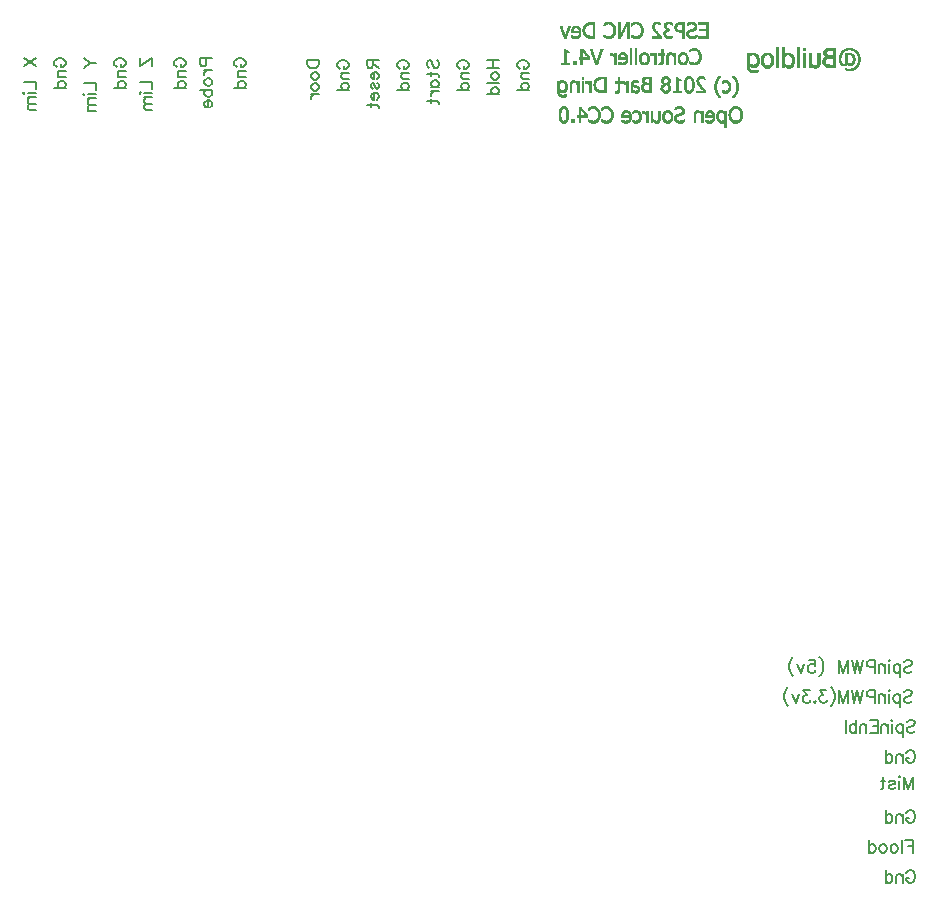
<source format=gbr>
G04 DipTrace 3.3.1.3*
G04 BottomSilk.gbr*
%MOIN*%
G04 #@! TF.FileFunction,Legend,Bot*
G04 #@! TF.Part,Single*
%ADD12C,0.003*%
%ADD101C,0.006176*%
%FSLAX26Y26*%
G04*
G70*
G90*
G75*
G01*
G04 BotSilk*
%LPD*%
X2909980Y3664669D2*
D12*
X2918980D1*
X2987980D2*
X2996980D1*
X3026980D2*
X3038980D1*
X3089980D2*
X3097480D1*
X3136480D2*
X3143980D1*
X2635480Y3663169D2*
X2641480D1*
X2693980D2*
X2714980D1*
X2843980D2*
X2866480D1*
X2907101D2*
X2921858D1*
X2950480D2*
X2953480D1*
X2985793D2*
X2999453D1*
X3024793D2*
X3041570D1*
X3089178D2*
X3095985D1*
X3137980D2*
X3145248D1*
X2635480Y3661669D2*
X2641480D1*
X2690350D2*
X2714980D1*
X2756980D2*
X2761480D1*
X2841331D2*
X2866480D1*
X2904792D2*
X2924167D1*
X2950480D2*
X2954541D1*
X2983915D2*
X3001452D1*
X3022921D2*
X3043609D1*
X3088161D2*
X3094538D1*
X3139474D2*
X3146370D1*
X2635480Y3660169D2*
X2641480D1*
X2687170D2*
X2714980D1*
X2756980D2*
X2761480D1*
X2839152D2*
X2866480D1*
X2903053D2*
X2925906D1*
X2950480D2*
X2955940D1*
X2982394D2*
X3003008D1*
X3021447D2*
X3044324D1*
X3087076D2*
X3093229D1*
X3140921D2*
X3147429D1*
X2635480Y3658669D2*
X2641480D1*
X2684567D2*
X2714980D1*
X2756980D2*
X2761480D1*
X2837568D2*
X2866480D1*
X2901777D2*
X2909985D1*
X2918622D2*
X2927182D1*
X2950480D2*
X2958030D1*
X2981215D2*
X2988037D1*
X2996974D2*
X3004245D1*
X3020406D2*
X3028485D1*
X3038980D2*
X3044724D1*
X3086085D2*
X3092094D1*
X3142224D2*
X3148469D1*
X2635480Y3657169D2*
X2641480D1*
X2682517D2*
X2695837D1*
X2708980D2*
X2714980D1*
X2756980D2*
X2761480D1*
X2836459D2*
X2846012D1*
X2860480D2*
X2866480D1*
X2900833D2*
X2908544D1*
X2920748D2*
X2928126D1*
X2950480D2*
X2960595D1*
X2980304D2*
X2986735D1*
X2998415D2*
X3005155D1*
X3019670D2*
X3027044D1*
X3043480D2*
X3044980D1*
X3085206D2*
X3091032D1*
X3143312D2*
X3149418D1*
X2680930Y3655669D2*
X2692211D1*
X2708980D2*
X2714980D1*
X2756980D2*
X2761480D1*
X2835724D2*
X2844065D1*
X2860480D2*
X2866480D1*
X2900174D2*
X2907294D1*
X2922383D2*
X2928785D1*
X2950480D2*
X2962836D1*
X2979607D2*
X2985653D1*
X2999665D2*
X3005830D1*
X3019051D2*
X3025794D1*
X3084394D2*
X3089990D1*
X3144230D2*
X3150272D1*
X2679722Y3654169D2*
X2689324D1*
X2708980D2*
X2714980D1*
X2756980D2*
X2761480D1*
X2835321D2*
X2842701D1*
X2860480D2*
X2866480D1*
X2899802D2*
X2906403D1*
X2922952D2*
X2929163D1*
X2950480D2*
X2964504D1*
X2979044D2*
X2984787D1*
X3000562D2*
X3006424D1*
X3018555D2*
X3024903D1*
X3083620D2*
X3089047D1*
X3145057D2*
X3151067D1*
X2678756Y3652669D2*
X2687126D1*
X2708980D2*
X2714980D1*
X2756980D2*
X2761480D1*
X2835177D2*
X2841679D1*
X2860480D2*
X2866480D1*
X2899670D2*
X2905896D1*
X2923251D2*
X2929348D1*
X2950480D2*
X2965062D1*
X2978501D2*
X2984158D1*
X3001121D2*
X3006915D1*
X3018250D2*
X3024396D1*
X3082865D2*
X3088239D1*
X3145836D2*
X3151789D1*
X2564980Y3651169D2*
X2573980D1*
X2602480D2*
X2609980D1*
X2677918D2*
X2685473D1*
X2708980D2*
X2714980D1*
X2756980D2*
X2761480D1*
X2806480D2*
X2819980D1*
X2835289D2*
X2841382D1*
X2860480D2*
X2866480D1*
X2899780D2*
X2905657D1*
X2923328D2*
X2929422D1*
X2950480D2*
X2954980D1*
X2978037D2*
X2983791D1*
X3001557D2*
X3007270D1*
X3018100D2*
X3024157D1*
X3082160D2*
X3087584D1*
X3107980D2*
X3118480D1*
X3146593D2*
X3152404D1*
X2554480Y3649669D2*
X2558980D1*
X2561276D2*
X2576679D1*
X2600344D2*
X2613255D1*
X2618980D2*
X2624980D1*
X2635480D2*
X2639980D1*
X2647480D2*
X2651980D1*
X2660980D2*
X2666980D1*
X2677185D2*
X2684244D1*
X2708980D2*
X2714980D1*
X2744980D2*
X2765980D1*
X2768980D2*
X2773480D1*
X2782480D2*
X2788480D1*
X2804293D2*
X2822057D1*
X2835673D2*
X2841287D1*
X2860480D2*
X2866480D1*
X2900113D2*
X2905610D1*
X2923257D2*
X2929396D1*
X2950480D2*
X2954980D1*
X2977743D2*
X2983609D1*
X3002022D2*
X3007615D1*
X3018083D2*
X3024104D1*
X3081552D2*
X3087035D1*
X3105390D2*
X3121179D1*
X3147299D2*
X3152935D1*
X2554480Y3648169D2*
X2579003D1*
X2598612D2*
X2616782D1*
X2618276D2*
X2624980D1*
X2635480D2*
X2639980D1*
X2647480D2*
X2655255D1*
X2660704D2*
X2666980D1*
X2676611D2*
X2683314D1*
X2708980D2*
X2714980D1*
X2744980D2*
X2765980D1*
X2768980D2*
X2776755D1*
X2782204D2*
X2788480D1*
X2802421D2*
X2823596D1*
X2836294D2*
X2841797D1*
X2860480D2*
X2866480D1*
X2900544D2*
X2905812D1*
X2922513D2*
X2929159D1*
X2950480D2*
X2954980D1*
X2977592D2*
X2983524D1*
X3002449D2*
X3008044D1*
X3018246D2*
X3024259D1*
X3081023D2*
X3086493D1*
X3103350D2*
X3123503D1*
X3147907D2*
X3153470D1*
X2554480Y3646669D2*
X2580809D1*
X2597312D2*
X2624980D1*
X2635480D2*
X2639980D1*
X2647480D2*
X2658782D1*
X2660177D2*
X2666980D1*
X2676217D2*
X2682611D1*
X2708980D2*
X2714980D1*
X2744980D2*
X2765980D1*
X2768980D2*
X2780282D1*
X2781677D2*
X2788480D1*
X2800953D2*
X2824102D1*
X2837160D2*
X2843016D1*
X2860480D2*
X2866480D1*
X2901051D2*
X2906364D1*
X2921235D2*
X2928554D1*
X2950480D2*
X2954980D1*
X2977524D2*
X2983440D1*
X3002726D2*
X3008456D1*
X3018600D2*
X3024656D1*
X3080494D2*
X3085977D1*
X3102635D2*
X3125309D1*
X3148436D2*
X3153983D1*
X2554480Y3645169D2*
X2563837D1*
X2573628D2*
X2582140D1*
X2596349D2*
X2604563D1*
X2612679D2*
X2624980D1*
X2635480D2*
X2639980D1*
X2647480D2*
X2666980D1*
X2675854D2*
X2682045D1*
X2708980D2*
X2714980D1*
X2744980D2*
X2765980D1*
X2768980D2*
X2788480D1*
X2799800D2*
X2808512D1*
X2819980D2*
X2824480D1*
X2838291D2*
X2846695D1*
X2860480D2*
X2866480D1*
X2901798D2*
X2907274D1*
X2919196D2*
X2927568D1*
X2950480D2*
X2954980D1*
X2977496D2*
X2983236D1*
X3002871D2*
X3008729D1*
X3019034D2*
X3025232D1*
X3080029D2*
X3085493D1*
X3102235D2*
X3109480D1*
X3118128D2*
X3126640D1*
X3148965D2*
X3154467D1*
X2554480Y3643669D2*
X2561711D1*
X2575807D2*
X2583164D1*
X2595681D2*
X2602756D1*
X2614998D2*
X2624980D1*
X2635480D2*
X2639980D1*
X2647480D2*
X2666980D1*
X2675419D2*
X2681502D1*
X2708980D2*
X2714980D1*
X2756980D2*
X2761480D1*
X2768980D2*
X2788480D1*
X2799378D2*
X2806565D1*
X2839609D2*
X2852783D1*
X2860480D2*
X2866480D1*
X2902854D2*
X2908619D1*
X2916114D2*
X2926378D1*
X2950480D2*
X2954980D1*
X2977485D2*
X2982873D1*
X3002937D2*
X3008872D1*
X3019491D2*
X3025909D1*
X3079684D2*
X3084983D1*
X3101980D2*
X3104980D1*
X3120307D2*
X3127664D1*
X3149431D2*
X3154976D1*
X2554480Y3642169D2*
X2560076D1*
X2577391D2*
X2584027D1*
X2595299D2*
X2601560D1*
X2616750D2*
X2624980D1*
X2635480D2*
X2639980D1*
X2652431D2*
X2666980D1*
X2675004D2*
X2681037D1*
X2708980D2*
X2714980D1*
X2756980D2*
X2761480D1*
X2773931D2*
X2788480D1*
X2799149D2*
X2805201D1*
X2841027D2*
X2866480D1*
X2904135D2*
X2910588D1*
X2911875D2*
X2925292D1*
X2950480D2*
X2954980D1*
X2977482D2*
X2982487D1*
X3002963D2*
X3008937D1*
X3020048D2*
X3026676D1*
X3079342D2*
X3084530D1*
X3121891D2*
X3128527D1*
X3149775D2*
X3155429D1*
X2554480Y3640669D2*
X2559507D1*
X2578500D2*
X2584769D1*
X2595112D2*
X2600714D1*
X2618082D2*
X2624980D1*
X2635480D2*
X2639980D1*
X2656221D2*
X2666980D1*
X2674731D2*
X2680743D1*
X2708980D2*
X2714980D1*
X2756980D2*
X2761480D1*
X2777721D2*
X2788480D1*
X2799046D2*
X2804324D1*
X2842480D2*
X2866480D1*
X2905536D2*
X2924454D1*
X2950480D2*
X2954980D1*
X2977480D2*
X2982225D1*
X3002974D2*
X3008964D1*
X3020739D2*
X3027557D1*
X3078915D2*
X3084235D1*
X3123006D2*
X3129269D1*
X3150117D2*
X3155718D1*
X2554480Y3639169D2*
X2559203D1*
X2579241D2*
X2585340D1*
X2595031D2*
X2600118D1*
X2618546D2*
X2624980D1*
X2635480D2*
X2639980D1*
X2659085D2*
X2666980D1*
X2674587D2*
X2680592D1*
X2708980D2*
X2714980D1*
X2756980D2*
X2761480D1*
X2780585D2*
X2788480D1*
X2799004D2*
X2803821D1*
X2839652D2*
X2866480D1*
X2906980D2*
X2924572D1*
X2950480D2*
X2954980D1*
X2977480D2*
X2982085D1*
X3002978D2*
X3008974D1*
X3021584D2*
X3028525D1*
X3078502D2*
X3084032D1*
X3123793D2*
X3129840D1*
X3150544D2*
X3155868D1*
X2554480Y3637669D2*
X2559066D1*
X2579703D2*
X2585683D1*
X2594998D2*
X2599773D1*
X2618796D2*
X2624980D1*
X2635480D2*
X2639980D1*
X2660236D2*
X2666980D1*
X2674528D2*
X2680530D1*
X2708980D2*
X2714980D1*
X2756980D2*
X2761480D1*
X2781736D2*
X2788480D1*
X2798988D2*
X2803480D1*
X2837488D2*
X2866480D1*
X2904973D2*
X2925500D1*
X2950480D2*
X2954980D1*
X2977480D2*
X2982027D1*
X3002979D2*
X3008978D1*
X3022535D2*
X3029495D1*
X3078230D2*
X3083774D1*
X3124394D2*
X3130183D1*
X3150957D2*
X3155935D1*
X2554480Y3636169D2*
X2559011D1*
X2580091D2*
X2585855D1*
X2594986D2*
X2599602D1*
X2618908D2*
X2624980D1*
X2635480D2*
X2639980D1*
X2660636D2*
X2666980D1*
X2674554D2*
X2680555D1*
X2708980D2*
X2714980D1*
X2756980D2*
X2761480D1*
X2782136D2*
X2788480D1*
X2798982D2*
X2810725D1*
X2835970D2*
X2844337D1*
X2860480D2*
X2866480D1*
X2903085D2*
X2914543D1*
X2920474D2*
X2926643D1*
X2950480D2*
X2954980D1*
X2977480D2*
X2982054D1*
X3002979D2*
X3008979D1*
X3023499D2*
X3030535D1*
X3078087D2*
X3083387D1*
X3124950D2*
X3130355D1*
X3151229D2*
X3155963D1*
X2554480Y3634669D2*
X2558991D1*
X2580535D2*
X2585931D1*
X2594982D2*
X2599527D1*
X2618953D2*
X2624980D1*
X2635480D2*
X2639980D1*
X2660840D2*
X2666980D1*
X2674735D2*
X2680735D1*
X2708980D2*
X2714980D1*
X2756980D2*
X2761480D1*
X2782340D2*
X2788480D1*
X2798981D2*
X2816536D1*
X2834912D2*
X2842211D1*
X2860480D2*
X2866480D1*
X2901544D2*
X2911793D1*
X2921915D2*
X2927810D1*
X2950480D2*
X2954980D1*
X2977480D2*
X2982235D1*
X3002979D2*
X3008979D1*
X3024536D2*
X3031742D1*
X3078022D2*
X3082992D1*
X3125420D2*
X3130431D1*
X3151372D2*
X3155974D1*
X2554480Y3633169D2*
X2558983D1*
X2580948D2*
X2585962D1*
X2594980D2*
X2599497D1*
X2618970D2*
X2624980D1*
X2635480D2*
X2639980D1*
X2660927D2*
X2666980D1*
X2675090D2*
X2681096D1*
X2708980D2*
X2714980D1*
X2756980D2*
X2761480D1*
X2782427D2*
X2788480D1*
X2798980D2*
X2820646D1*
X2834204D2*
X2840576D1*
X2860480D2*
X2866480D1*
X2900454D2*
X2909409D1*
X2923165D2*
X2928838D1*
X2950480D2*
X2954980D1*
X2977480D2*
X2982590D1*
X3002980D2*
X3008974D1*
X3025743D2*
X3033092D1*
X3077995D2*
X3082726D1*
X3125715D2*
X3130462D1*
X3151437D2*
X3155978D1*
X2554480Y3631669D2*
X2558981D1*
X2581169D2*
X2585973D1*
X2594980D2*
X2599486D1*
X2618976D2*
X2624980D1*
X2635480D2*
X2639980D1*
X2660961D2*
X2666980D1*
X2675480D2*
X2681532D1*
X2708980D2*
X2714980D1*
X2756980D2*
X2761480D1*
X2782461D2*
X2788480D1*
X2798980D2*
X2823421D1*
X2833807D2*
X2840007D1*
X2860480D2*
X2866480D1*
X2899690D2*
X2907461D1*
X2924056D2*
X2929683D1*
X2950480D2*
X2954980D1*
X2977480D2*
X2982974D1*
X3002974D2*
X3008921D1*
X3027092D2*
X3034524D1*
X3077985D2*
X3082592D1*
X3125861D2*
X3130473D1*
X3151464D2*
X3155979D1*
X2554480Y3630169D2*
X2558980D1*
X2581122D2*
X2585977D1*
X2594980D2*
X2599482D1*
X2618978D2*
X2624980D1*
X2635480D2*
X2639980D1*
X2660973D2*
X2666980D1*
X2675794D2*
X2681991D1*
X2708980D2*
X2714980D1*
X2756980D2*
X2761480D1*
X2782473D2*
X2788480D1*
X2798980D2*
X2803480D1*
X2811595D2*
X2825526D1*
X2833615D2*
X2839703D1*
X2860480D2*
X2866480D1*
X2899059D2*
X2905966D1*
X2924563D2*
X2930305D1*
X2950480D2*
X2954980D1*
X2977480D2*
X2983235D1*
X3002921D2*
X3008730D1*
X3028524D2*
X3035996D1*
X3077981D2*
X3082580D1*
X3125877D2*
X3130477D1*
X3151474D2*
X3155979D1*
X2554480Y3628669D2*
X2558980D1*
X2580828D2*
X2585979D1*
X2594980D2*
X2599480D1*
X2618979D2*
X2624980D1*
X2635480D2*
X2639980D1*
X2660977D2*
X2666980D1*
X2676130D2*
X2682547D1*
X2708980D2*
X2714980D1*
X2756980D2*
X2761480D1*
X2782477D2*
X2788480D1*
X2798980D2*
X2803480D1*
X2815721D2*
X2826473D1*
X2833532D2*
X2839566D1*
X2860480D2*
X2866480D1*
X2898558D2*
X2904802D1*
X2924807D2*
X2930670D1*
X2950480D2*
X2954980D1*
X2977485D2*
X2983374D1*
X3002730D2*
X3008371D1*
X3029996D2*
X3037485D1*
X3077980D2*
X3082745D1*
X3125713D2*
X3130479D1*
X3151472D2*
X3155979D1*
X2554480Y3627169D2*
X2558985D1*
X2580464D2*
X2585973D1*
X2594980D2*
X2599480D1*
X2618979D2*
X2624980D1*
X2635480D2*
X2639980D1*
X2660979D2*
X2666980D1*
X2676611D2*
X2683245D1*
X2708980D2*
X2714980D1*
X2756980D2*
X2761480D1*
X2782479D2*
X2788480D1*
X2798980D2*
X2803480D1*
X2818669D2*
X2827026D1*
X2833499D2*
X2839517D1*
X2860480D2*
X2866480D1*
X2898256D2*
X2904385D1*
X2924907D2*
X2930850D1*
X2950480D2*
X2954980D1*
X2977538D2*
X2983443D1*
X3002371D2*
X3007980D1*
X3031485D2*
X3038982D1*
X3077986D2*
X3083094D1*
X3125359D2*
X3130473D1*
X3151420D2*
X3155980D1*
X2554480Y3625669D2*
X2559044D1*
X2580154D2*
X2585921D1*
X2594980D2*
X2599480D1*
X2618979D2*
X2624980D1*
X2635480D2*
X2639980D1*
X2660979D2*
X2666980D1*
X2677266D2*
X2684142D1*
X2708980D2*
X2714980D1*
X2756974D2*
X2761480D1*
X2782479D2*
X2788480D1*
X2798980D2*
X2803485D1*
X2820928D2*
X2827293D1*
X2833492D2*
X2839555D1*
X2860480D2*
X2866480D1*
X2898153D2*
X2904208D1*
X2924897D2*
X2930923D1*
X2950480D2*
X2954980D1*
X2977729D2*
X2983522D1*
X3001980D2*
X3007666D1*
X3032982D2*
X3040480D1*
X3078038D2*
X3083475D1*
X3124925D2*
X3130421D1*
X3151230D2*
X3155980D1*
X2554480Y3624169D2*
X2559305D1*
X2579769D2*
X2585724D1*
X2594980D2*
X2599480D1*
X2618980D2*
X2624980D1*
X2635480D2*
X2639980D1*
X2660979D2*
X2666980D1*
X2678094D2*
X2685303D1*
X2708980D2*
X2714980D1*
X2756921D2*
X2761480D1*
X2782479D2*
X2788480D1*
X2798980D2*
X2803544D1*
X2822054D2*
X2827408D1*
X2833546D2*
X2839803D1*
X2860480D2*
X2866480D1*
X2898280D2*
X2904302D1*
X2924715D2*
X2930902D1*
X2950480D2*
X2954980D1*
X2978094D2*
X2983730D1*
X3001660D2*
X3007335D1*
X3034480D2*
X3041974D1*
X3078229D2*
X3083741D1*
X3124468D2*
X3130230D1*
X3150870D2*
X3155974D1*
X2554480Y3622669D2*
X2559809D1*
X2579068D2*
X2585312D1*
X2594980D2*
X2599480D1*
X2618980D2*
X2624980D1*
X2635480D2*
X2639980D1*
X2660980D2*
X2666980D1*
X2679039D2*
X2686848D1*
X2708980D2*
X2714980D1*
X2756724D2*
X2761480D1*
X2782480D2*
X2788480D1*
X2798980D2*
X2803800D1*
X2822444D2*
X2827454D1*
X2833789D2*
X2840286D1*
X2860480D2*
X2866480D1*
X2898664D2*
X2904683D1*
X2924297D2*
X2930717D1*
X2950480D2*
X2954980D1*
X2978532D2*
X2984151D1*
X3001271D2*
X3006907D1*
X3035980D2*
X3043415D1*
X3078589D2*
X3083933D1*
X3123906D2*
X3129865D1*
X3150480D2*
X3155921D1*
X2554480Y3621169D2*
X2561321D1*
X2578057D2*
X2584730D1*
X2594980D2*
X2599480D1*
X2618980D2*
X2624980D1*
X2635480D2*
X2639980D1*
X2660980D2*
X2666980D1*
X2680006D2*
X2688813D1*
X2708980D2*
X2714980D1*
X2756277D2*
X2761474D1*
X2782480D2*
X2788480D1*
X2798980D2*
X2804285D1*
X2822227D2*
X2827465D1*
X2834350D2*
X2841710D1*
X2860480D2*
X2866480D1*
X2899235D2*
X2905390D1*
X2923577D2*
X2930304D1*
X2950480D2*
X2954980D1*
X2978990D2*
X2984816D1*
X3000569D2*
X3006437D1*
X3037480D2*
X3044665D1*
X3078973D2*
X3084187D1*
X3123114D2*
X3129421D1*
X3150166D2*
X3155730D1*
X2554480Y3619669D2*
X2565331D1*
X2575413D2*
X2584051D1*
X2594980D2*
X2599480D1*
X2618980D2*
X2624980D1*
X2635480D2*
X2639980D1*
X2660980D2*
X2666980D1*
X2681101D2*
X2694443D1*
X2708980D2*
X2714980D1*
X2755625D2*
X2761421D1*
X2782480D2*
X2788480D1*
X2798980D2*
X2805616D1*
X2821376D2*
X2827412D1*
X2835205D2*
X2846080D1*
X2860480D2*
X2866480D1*
X2899910D2*
X2906387D1*
X2922573D2*
X2929671D1*
X2950480D2*
X2954980D1*
X2979547D2*
X2985680D1*
X2999557D2*
X3005922D1*
X3038980D2*
X3045556D1*
X3079241D2*
X3084579D1*
X3122059D2*
X3128910D1*
X3149835D2*
X3155365D1*
X2554480Y3618169D2*
X2571301D1*
X2571400D2*
X2583272D1*
X2594980D2*
X2599480D1*
X2618980D2*
X2624980D1*
X2635480D2*
X2639980D1*
X2660980D2*
X2666980D1*
X2682563D2*
X2703035D1*
X2708980D2*
X2714980D1*
X2753677D2*
X2761224D1*
X2782480D2*
X2788480D1*
X2798980D2*
X2808940D1*
X2818489D2*
X2827164D1*
X2836304D2*
X2853151D1*
X2860480D2*
X2866480D1*
X2900688D2*
X2909581D1*
X2919378D2*
X2928801D1*
X2950480D2*
X2954980D1*
X2980245D2*
X2988190D1*
X2996913D2*
X3005217D1*
X3040480D2*
X3046063D1*
X3079432D2*
X3085026D1*
X3101980D2*
X3104980D1*
X3118597D2*
X3128162D1*
X3149407D2*
X3154927D1*
X2554480Y3616669D2*
X2582280D1*
X2594980D2*
X2599480D1*
X2618980D2*
X2624980D1*
X2635480D2*
X2639980D1*
X2660980D2*
X2666980D1*
X2684578D2*
X2714980D1*
X2750958D2*
X2760800D1*
X2782480D2*
X2788480D1*
X2798980D2*
X2813931D1*
X2813801D2*
X2826550D1*
X2837787D2*
X2866480D1*
X2901681D2*
X2914489D1*
X2914470D2*
X2927662D1*
X2939980D2*
X2965480D1*
X2981148D2*
X2992119D1*
X2992900D2*
X3004291D1*
X3016480D2*
X3046308D1*
X3079693D2*
X3085483D1*
X3102106D2*
X3112198D1*
X3113167D2*
X3127093D1*
X3148943D2*
X3154475D1*
X2554480Y3615169D2*
X2580891D1*
X2594980D2*
X2599480D1*
X2618980D2*
X2624980D1*
X2635480D2*
X2639980D1*
X2660980D2*
X2666980D1*
X2687234D2*
X2714980D1*
X2748249D2*
X2760109D1*
X2782480D2*
X2788480D1*
X2798980D2*
X2825500D1*
X2839835D2*
X2866480D1*
X2903089D2*
X2926287D1*
X2939980D2*
X2965480D1*
X2982348D2*
X3003119D1*
X3016480D2*
X3046413D1*
X3080131D2*
X3085988D1*
X3102390D2*
X3125697D1*
X3148474D2*
X3153970D1*
X2554480Y3613669D2*
X2559211D1*
X2563480D2*
X2579058D1*
X2594980D2*
X2599480D1*
X2618980D2*
X2624980D1*
X2635480D2*
X2639980D1*
X2660980D2*
X2666980D1*
X2690461D2*
X2714980D1*
X2745966D2*
X2759011D1*
X2782480D2*
X2788480D1*
X2798980D2*
X2803480D1*
X2806480D2*
X2824013D1*
X2842481D2*
X2866480D1*
X2905021D2*
X2924634D1*
X2939980D2*
X2965480D1*
X2983902D2*
X3001499D1*
X3016480D2*
X3046457D1*
X3080723D2*
X3086489D1*
X3103760D2*
X3123829D1*
X3147920D2*
X3153469D1*
X2554485Y3612169D2*
X2559583D1*
X2566480D2*
X2576980D1*
X2594980D2*
X2599480D1*
X2618980D2*
X2624980D1*
X2635480D2*
X2639980D1*
X2660980D2*
X2666980D1*
X2693980D2*
X2714980D1*
X2746128D2*
X2757392D1*
X2782480D2*
X2788480D1*
X2798980D2*
X2803480D1*
X2809480D2*
X2822110D1*
X2845480D2*
X2866480D1*
X2907402D2*
X2922654D1*
X2939980D2*
X2965480D1*
X2985834D2*
X2999364D1*
X3016480D2*
X3046480D1*
X3081400D2*
X3086975D1*
X3105720D2*
X3121343D1*
X3147273D2*
X3152984D1*
X2554538Y3610669D2*
X2559977D1*
X2746480D2*
X2755480D1*
X2812480D2*
X2819980D1*
X2909980D2*
X2920480D1*
X2987980D2*
X2996980D1*
X3082122D2*
X3087542D1*
X3107980D2*
X3118480D1*
X3146573D2*
X3152417D1*
X2554735Y3609169D2*
X2560305D1*
X3082860D2*
X3088237D1*
X3145842D2*
X3151722D1*
X2555147Y3607669D2*
X2560632D1*
X3083607D2*
X3089083D1*
X3145095D2*
X3150876D1*
X2555729Y3606169D2*
X2561604D1*
X3084360D2*
X3090035D1*
X3144294D2*
X3149924D1*
X2556414Y3604669D2*
X2565232D1*
X2581480D2*
X2582980D1*
X3085164D2*
X3090998D1*
X3143349D2*
X3148966D1*
X2557246Y3603169D2*
X2571131D1*
X2572058D2*
X2582962D1*
X3086104D2*
X3092036D1*
X3142186D2*
X3147982D1*
X2558430Y3601669D2*
X2582791D1*
X3087210D2*
X3093243D1*
X3140856D2*
X3146967D1*
X2560191Y3600169D2*
X2582382D1*
X3088308D2*
X3094591D1*
X3139431D2*
X3145990D1*
X2562471Y3598669D2*
X2580628D1*
X3089217D2*
X3096021D1*
X3137963D2*
X3145007D1*
X2564980Y3597169D2*
X2578480D1*
X3089980D2*
X3097480D1*
X3136480D2*
X3143980D1*
X2569730Y3564670D2*
X2578730D1*
X2667230D2*
X2679230D1*
X2710730D2*
X2722730D1*
X2952230D2*
X2965730D1*
X3141230D2*
X3153230D1*
X2567544Y3563170D2*
X2581204D1*
X2625230D2*
X2631230D1*
X2663664D2*
X2681935D1*
X2707164D2*
X2725435D1*
X2949127D2*
X2968430D1*
X3138525D2*
X3156347D1*
X2565666Y3561670D2*
X2583203D1*
X2625230D2*
X2632217D1*
X2660735D2*
X2684313D1*
X2704235D2*
X2727813D1*
X2946587D2*
X2970754D1*
X3136148D2*
X3159074D1*
X2564145Y3560170D2*
X2584758D1*
X2625230D2*
X2633271D1*
X2658405D2*
X2686315D1*
X2701905D2*
X2729815D1*
X2945468D2*
X2972559D1*
X3134151D2*
X3161346D1*
X2562966Y3558670D2*
X2569787D1*
X2578724D2*
X2585995D1*
X2625230D2*
X2634487D1*
X2657543D2*
X2667819D1*
X2677141D2*
X2688053D1*
X2701043D2*
X2711314D1*
X2720641D2*
X2731553D1*
X2945072D2*
X2954282D1*
X2963583D2*
X2973891D1*
X3132460D2*
X3143320D1*
X3152935D2*
X3163105D1*
X2562055Y3557170D2*
X2568485D1*
X2580166D2*
X2586905D1*
X2625230D2*
X2635840D1*
X2657076D2*
X2664554D1*
X2680389D2*
X2689605D1*
X2700577D2*
X2708002D1*
X2723889D2*
X2733105D1*
X2944860D2*
X2950834D1*
X2966640D2*
X2974915D1*
X3131052D2*
X3140071D1*
X3155307D2*
X3164411D1*
X2561358Y3555670D2*
X2567404D1*
X2581416D2*
X2587581D1*
X2625230D2*
X2637273D1*
X2656857D2*
X2661981D1*
X2682841D2*
X2690950D1*
X2700366D2*
X2705263D1*
X2726341D2*
X2734450D1*
X2944730D2*
X2947730D1*
X2968726D2*
X2975777D1*
X3129922D2*
X3137619D1*
X3157256D2*
X3165423D1*
X2560794Y3554170D2*
X2566538D1*
X2582313D2*
X2588174D1*
X2625230D2*
X2638740D1*
X2656730D2*
X2659730D1*
X2684631D2*
X2692048D1*
X2700277D2*
X2702739D1*
X2728131D2*
X2735548D1*
X2970073D2*
X2976520D1*
X3128988D2*
X3135829D1*
X3158803D2*
X3166280D1*
X2560252Y3552670D2*
X2565909D1*
X2582872D2*
X2588666D1*
X2625230D2*
X2631230D1*
X2634224D2*
X2640177D1*
X2685924D2*
X2692925D1*
X2700230D2*
D3*
X2729424D2*
X2736425D1*
X2971043D2*
X2977085D1*
X3128162D2*
X3134536D1*
X3159996D2*
X3167026D1*
X2559787Y3551170D2*
X2565541D1*
X2583308D2*
X2589021D1*
X2625230D2*
X2631230D1*
X2635672D2*
X2641482D1*
X2686880D2*
X2693609D1*
X2730380D2*
X2737109D1*
X2778230D2*
X2787230D1*
X2809730D2*
X2820230D1*
X2916230D2*
X2925230D1*
X2971283D2*
X2977375D1*
X3016730D2*
X3024230D1*
X3057230D2*
X3066230D1*
X3094730D2*
X3102230D1*
X3127433D2*
X3133586D1*
X3160957D2*
X3167650D1*
X2559494Y3549670D2*
X2565360D1*
X2583773D2*
X2589366D1*
X2625230D2*
X2631230D1*
X2636980D2*
X2642622D1*
X2687593D2*
X2694169D1*
X2731093D2*
X2737669D1*
X2775582D2*
X2789930D1*
X2807140D2*
X2822930D1*
X2836730D2*
X2841230D1*
X2850230D2*
X2856230D1*
X2866730D2*
X2871230D1*
X2890730D2*
X2896730D1*
X2913531D2*
X2928109D1*
X2970952D2*
X2977356D1*
X3014595D2*
X3027506D1*
X3033230D2*
X3039230D1*
X3054582D2*
X3068930D1*
X3092257D2*
X3105506D1*
X3111230D2*
X3115730D1*
X3126861D2*
X3132920D1*
X3161793D2*
X3168184D1*
X2559342Y3548170D2*
X2565275D1*
X2584200D2*
X2589794D1*
X2625230D2*
X2631230D1*
X2638121D2*
X2643737D1*
X2688163D2*
X2694709D1*
X2731663D2*
X2738209D1*
X2773403D2*
X2792254D1*
X2805101D2*
X2825254D1*
X2836730D2*
X2844506D1*
X2849954D2*
X2856230D1*
X2866730D2*
X2871230D1*
X2890730D2*
X2896730D1*
X2911206D2*
X2930418D1*
X2970365D2*
X2977067D1*
X3012862D2*
X3031032D1*
X3032527D2*
X3039230D1*
X3052403D2*
X3071254D1*
X3090257D2*
X3109032D1*
X3110527D2*
X3115730D1*
X3126467D2*
X3132488D1*
X3162525D2*
X3168715D1*
X2559275Y3546670D2*
X2565190D1*
X2584477D2*
X2590207D1*
X2625230D2*
X2631230D1*
X2639237D2*
X2644975D1*
X2688707D2*
X2695173D1*
X2732207D2*
X2738673D1*
X2771819D2*
X2794059D1*
X2804385D2*
X2827059D1*
X2836730D2*
X2848032D1*
X2849428D2*
X2856230D1*
X2866730D2*
X2871230D1*
X2890730D2*
X2896730D1*
X2909401D2*
X2932157D1*
X2969589D2*
X2976654D1*
X3011562D2*
X3039230D1*
X3050819D2*
X3073059D1*
X3088702D2*
X3115730D1*
X3126105D2*
X3132112D1*
X3163093D2*
X3169175D1*
X2559247Y3545170D2*
X2564987D1*
X2584622D2*
X2590479D1*
X2625230D2*
X2631230D1*
X2640475D2*
X2646336D1*
X2689173D2*
X2695467D1*
X2732673D2*
X2738967D1*
X2770704D2*
X2778588D1*
X2786930D2*
X2795391D1*
X2803986D2*
X2811230D1*
X2819878D2*
X2828391D1*
X2836730D2*
X2856230D1*
X2866730D2*
X2871230D1*
X2890730D2*
X2896730D1*
X2908075D2*
X2916582D1*
X2924878D2*
X2933438D1*
X2967773D2*
X2976154D1*
X3010600D2*
X3018814D1*
X3026930D2*
X3039230D1*
X3049704D2*
X3057588D1*
X3065930D2*
X3074391D1*
X3087465D2*
X3094787D1*
X3103135D2*
X3115730D1*
X3125670D2*
X3131672D1*
X3163435D2*
X3169467D1*
X2559236Y3543670D2*
X2564623D1*
X2584687D2*
X2590622D1*
X2625230D2*
X2631230D1*
X2641836D2*
X2647772D1*
X2689467D2*
X2695618D1*
X2732967D2*
X2739118D1*
X2769916D2*
X2776462D1*
X2789254D2*
X2796415D1*
X2803730D2*
X2806730D1*
X2822057D2*
X2829415D1*
X2836730D2*
X2856230D1*
X2866730D2*
X2871230D1*
X2890730D2*
X2896730D1*
X2907098D2*
X2914403D1*
X2927057D2*
X2934435D1*
X2965019D2*
X2975410D1*
X3009932D2*
X3017007D1*
X3029248D2*
X3039230D1*
X3048916D2*
X3055462D1*
X3068254D2*
X3075415D1*
X3086555D2*
X3093485D1*
X3106331D2*
X3115730D1*
X3125255D2*
X3131255D1*
X3163606D2*
X3169618D1*
X2559232Y3542170D2*
X2564237D1*
X2584714D2*
X2590687D1*
X2625230D2*
X2631230D1*
X2643272D2*
X2649240D1*
X2689618D2*
X2695686D1*
X2733118D2*
X2739186D1*
X2769316D2*
X2774826D1*
X2791059D2*
X2797277D1*
X2823642D2*
X2830277D1*
X2841681D2*
X2856230D1*
X2866730D2*
X2871230D1*
X2890730D2*
X2896730D1*
X2906374D2*
X2912819D1*
X2928642D2*
X2935285D1*
X2961304D2*
X2974349D1*
X3009549D2*
X3015811D1*
X3031001D2*
X3039230D1*
X3048316D2*
X3053826D1*
X3070059D2*
X3076277D1*
X3085879D2*
X3092404D1*
X3108897D2*
X3115730D1*
X3124981D2*
X3130982D1*
X3163682D2*
X3169686D1*
X2559231Y3540670D2*
X2563975D1*
X2584724D2*
X2590714D1*
X2625230D2*
X2631230D1*
X2644746D2*
X2650671D1*
X2689686D2*
X2695714D1*
X2733186D2*
X2739214D1*
X2768760D2*
X2774195D1*
X2792385D2*
X2798020D1*
X2824757D2*
X2831020D1*
X2845472D2*
X2856230D1*
X2866730D2*
X2871230D1*
X2890730D2*
X2896730D1*
X2905800D2*
X2911710D1*
X2929757D2*
X2936023D1*
X2957200D2*
X2972998D1*
X3009363D2*
X3014964D1*
X3032332D2*
X3039230D1*
X3047760D2*
X3053195D1*
X3071385D2*
X3077020D1*
X3085286D2*
X3091538D1*
X3110217D2*
X3115730D1*
X3124838D2*
X3130838D1*
X3163712D2*
X3169714D1*
X2559230Y3539170D2*
X2563836D1*
X2584728D2*
X2590724D1*
X2625230D2*
X2631230D1*
X2646236D2*
X2651918D1*
X2689714D2*
X2695724D1*
X2733214D2*
X2739224D1*
X2768290D2*
X2773640D1*
X2793356D2*
X2798591D1*
X2825544D2*
X2831591D1*
X2848336D2*
X2856230D1*
X2866730D2*
X2871230D1*
X2890730D2*
X2896730D1*
X2905254D2*
X2910975D1*
X2930544D2*
X2936592D1*
X2953382D2*
X2971226D1*
X3009282D2*
X3014369D1*
X3032796D2*
X3039230D1*
X3047290D2*
X3052640D1*
X3072356D2*
X3077591D1*
X3084800D2*
X3090909D1*
X3110744D2*
X3115730D1*
X3124773D2*
X3130773D1*
X3163724D2*
X3169724D1*
X2559230Y3537670D2*
X2563778D1*
X2584730D2*
X2590728D1*
X2625230D2*
X2631230D1*
X2647732D2*
X2652808D1*
X2689724D2*
X2695728D1*
X2733224D2*
X2739228D1*
X2767995D2*
X2772899D1*
X2794032D2*
X2798934D1*
X2826145D2*
X2831934D1*
X2849487D2*
X2856230D1*
X2866730D2*
X2871230D1*
X2890730D2*
X2896730D1*
X2904788D2*
X2910566D1*
X2931145D2*
X2936934D1*
X2950266D2*
X2968668D1*
X3009249D2*
X3014023D1*
X3033046D2*
X3039230D1*
X3046995D2*
X3051899D1*
X3073032D2*
X3077934D1*
X3084498D2*
X3090541D1*
X3111026D2*
X3115730D1*
X3124746D2*
X3130746D1*
X3163728D2*
X3169728D1*
X2559230Y3536170D2*
X2563805D1*
X2584730D2*
X2590730D1*
X2625230D2*
X2631230D1*
X2649230D2*
X2653314D1*
X2689728D2*
X2695730D1*
X2733228D2*
X2739230D1*
X2767843D2*
X2771884D1*
X2794442D2*
X2799106D1*
X2826701D2*
X2832106D1*
X2849886D2*
X2856230D1*
X2866730D2*
X2871230D1*
X2890730D2*
X2896730D1*
X2904494D2*
X2910369D1*
X2931701D2*
X2937106D1*
X2947965D2*
X2965094D1*
X3009237D2*
X3013853D1*
X3033158D2*
X3039230D1*
X3046843D2*
X3050884D1*
X3073442D2*
X3078106D1*
X3084344D2*
X3090360D1*
X3111151D2*
X3115730D1*
X3124742D2*
X3130742D1*
X3163729D2*
X3169730D1*
X2559230Y3534670D2*
X2563986D1*
X2584730D2*
X2590730D1*
X2619230D2*
X2653558D1*
X2689724D2*
X2695730D1*
X2733224D2*
X2739230D1*
X2767775D2*
X2799181D1*
X2827170D2*
X2832181D1*
X2850090D2*
X2856230D1*
X2866730D2*
X2871230D1*
X2890730D2*
X2896730D1*
X2904343D2*
X2910284D1*
X2932170D2*
X2937181D1*
X2946281D2*
X2960915D1*
X3009232D2*
X3013778D1*
X3033204D2*
X3039230D1*
X3046775D2*
X3078181D1*
X3084275D2*
X3090281D1*
X3111201D2*
X3115730D1*
X3124791D2*
X3130791D1*
X3163730D2*
X3169730D1*
X2559230Y3533170D2*
X2564341D1*
X2584730D2*
X2590724D1*
X2619230D2*
X2653664D1*
X2689671D2*
X2695724D1*
X2733171D2*
X2739224D1*
X2767747D2*
X2799212D1*
X2827466D2*
X2832212D1*
X2850178D2*
X2856230D1*
X2866730D2*
X2871230D1*
X2890730D2*
X2896730D1*
X2904275D2*
X2910250D1*
X2932466D2*
X2937212D1*
X2945000D2*
X2956985D1*
X3009231D2*
X3013748D1*
X3033221D2*
X3039230D1*
X3046747D2*
X3078212D1*
X3084247D2*
X3090249D1*
X3111220D2*
X3115730D1*
X3124981D2*
X3130981D1*
X3163724D2*
X3169724D1*
X2559230Y3531670D2*
X2564724D1*
X2584724D2*
X2590672D1*
X2619230D2*
X2653707D1*
X2689480D2*
X2695672D1*
X2732980D2*
X2739172D1*
X2767736D2*
X2799224D1*
X2827612D2*
X2832224D1*
X2850211D2*
X2856230D1*
X2866730D2*
X2871230D1*
X2890730D2*
X2896730D1*
X2904247D2*
X2910237D1*
X2932612D2*
X2937224D1*
X2944124D2*
X2953894D1*
X3009230D2*
X3013736D1*
X3033227D2*
X3039230D1*
X3046736D2*
X3078224D1*
X3084236D2*
X3090237D1*
X3111227D2*
X3115730D1*
X3125339D2*
X3131339D1*
X3163672D2*
X3169672D1*
X2559230Y3530170D2*
X2564986D1*
X2584672D2*
X2590480D1*
X2619230D2*
X2653730D1*
X2689115D2*
X2695480D1*
X2732615D2*
X2738980D1*
X2767730D2*
X2799228D1*
X2827627D2*
X2832228D1*
X2850224D2*
X2856230D1*
X2866730D2*
X2871230D1*
X2890730D2*
X2896730D1*
X2904236D2*
X2910233D1*
X2932627D2*
X2937228D1*
X2943633D2*
X2951450D1*
X3009230D2*
X3013732D1*
X3033229D2*
X3039230D1*
X3046730D2*
X3078228D1*
X3084238D2*
X3090232D1*
X3111229D2*
X3115730D1*
X3125730D2*
X3131730D1*
X3163475D2*
X3169480D1*
X2559236Y3528670D2*
X2565125D1*
X2584480D2*
X2590121D1*
X2625230D2*
X2631230D1*
X2688678D2*
X2695115D1*
X2732178D2*
X2738615D1*
X2794673D2*
X2799229D1*
X2827464D2*
X2832229D1*
X2850228D2*
X2856230D1*
X2866730D2*
X2871230D1*
X2890730D2*
X2896730D1*
X2904238D2*
X2910231D1*
X2932464D2*
X2937229D1*
X2943396D2*
X2950198D1*
X3009230D2*
X3013731D1*
X3033230D2*
X3039230D1*
X3073673D2*
X3078229D1*
X3084289D2*
X3090237D1*
X3111230D2*
X3115730D1*
X3126044D2*
X3132044D1*
X3163063D2*
X3169115D1*
X2559289Y3527170D2*
X2565194D1*
X2584121D2*
X2589731D1*
X2625230D2*
X2631230D1*
X2688219D2*
X2694678D1*
X2731719D2*
X2738178D1*
X2794475D2*
X2799224D1*
X2827109D2*
X2832224D1*
X2850229D2*
X2856230D1*
X2866730D2*
X2871230D1*
X2890730D2*
X2896730D1*
X2904289D2*
X2910236D1*
X2932109D2*
X2937224D1*
X2943294D2*
X2949695D1*
X3009230D2*
X3013730D1*
X3033230D2*
X3039230D1*
X3073475D2*
X3078224D1*
X3084480D2*
X3090289D1*
X3111230D2*
X3115730D1*
X3126380D2*
X3132380D1*
X3162481D2*
X3168678D1*
X2559480Y3525670D2*
X2565273D1*
X2583731D2*
X2589416D1*
X2625230D2*
X2631230D1*
X2687662D2*
X2694219D1*
X2731162D2*
X2737719D1*
X2794063D2*
X2799172D1*
X2826676D2*
X2832172D1*
X2850230D2*
X2856230D1*
X2866730D2*
X2871236D1*
X2890724D2*
X2896724D1*
X2904480D2*
X2910295D1*
X2931676D2*
X2937172D1*
X2943259D2*
X2949432D1*
X3009230D2*
X3013730D1*
X3033230D2*
X3039230D1*
X3073063D2*
X3078172D1*
X3084845D2*
X3090486D1*
X3111230D2*
X3115730D1*
X3126856D2*
X3132862D1*
X3161802D2*
X3168219D1*
X2559845Y3524170D2*
X2565480D1*
X2583411D2*
X2589086D1*
X2625230D2*
X2631230D1*
X2686964D2*
X2693662D1*
X2730464D2*
X2737162D1*
X2793481D2*
X2798975D1*
X2826219D2*
X2831980D1*
X2850230D2*
X2856230D1*
X2866730D2*
X2871300D1*
X2890672D2*
X2896672D1*
X2904845D2*
X2910539D1*
X2931219D2*
X2936975D1*
X2943297D2*
X2949371D1*
X3009230D2*
X3013730D1*
X3033230D2*
X3039230D1*
X3072481D2*
X3077975D1*
X3085282D2*
X3090904D1*
X3111230D2*
X3115730D1*
X3127464D2*
X3133522D1*
X3161028D2*
X3167668D1*
X2560282Y3522670D2*
X2565902D1*
X2583022D2*
X2588657D1*
X2625230D2*
X2631230D1*
X2686056D2*
X2692970D1*
X2700230D2*
D3*
X2729556D2*
X2736470D1*
X2792790D2*
X2798563D1*
X2825656D2*
X2831615D1*
X2850230D2*
X2856230D1*
X2866730D2*
X2871459D1*
X2890475D2*
X2896480D1*
X2905282D2*
X2911101D1*
X2930656D2*
X2936563D1*
X2943489D2*
X2949451D1*
X2977730D2*
D3*
X3009230D2*
X3013730D1*
X3033230D2*
X3039230D1*
X3071790D2*
X3077563D1*
X3085741D2*
X3091538D1*
X3111213D2*
X3115730D1*
X3128153D2*
X3134415D1*
X3160088D2*
X3167023D1*
X2560741Y3521170D2*
X2566567D1*
X2582320D2*
X2588188D1*
X2601230D2*
X2608730D1*
X2625230D2*
X2631230D1*
X2656730D2*
X2658230D1*
X2684761D2*
X2692126D1*
X2700230D2*
X2701730D1*
X2728261D2*
X2735626D1*
X2791864D2*
X2797981D1*
X2824865D2*
X2831172D1*
X2850230D2*
X2856230D1*
X2866730D2*
X2872217D1*
X2890027D2*
X2896115D1*
X2905741D2*
X2911991D1*
X2929871D2*
X2935981D1*
X2943905D2*
X2950041D1*
X2975550D2*
X2977730D1*
X3009230D2*
X3013730D1*
X3033230D2*
X3039230D1*
X3070864D2*
X3076981D1*
X3086298D2*
X3092444D1*
X3111120D2*
X3115730D1*
X3128930D2*
X3135703D1*
X3158835D2*
X3166317D1*
X2561298Y3519670D2*
X2567431D1*
X2581308D2*
X2587672D1*
X2601230D2*
X2608730D1*
X2625230D2*
X2631230D1*
X2656742D2*
X2661381D1*
X2683091D2*
X2691169D1*
X2700242D2*
X2704881D1*
X2726591D2*
X2734669D1*
X2767730D2*
X2769230D1*
X2790623D2*
X2797302D1*
X2823810D2*
X2830661D1*
X2850230D2*
X2856230D1*
X2866730D2*
X2874315D1*
X2889376D2*
X2895672D1*
X2906298D2*
X2913091D1*
X2928833D2*
X2935302D1*
X2944538D2*
X2951415D1*
X2972703D2*
X2977724D1*
X3009230D2*
X3013730D1*
X3033230D2*
X3039230D1*
X3046730D2*
X3048230D1*
X3069623D2*
X3076302D1*
X3086996D2*
X3093609D1*
X3110949D2*
X3115730D1*
X3129866D2*
X3137370D1*
X3157299D2*
X3165528D1*
X2561996Y3518170D2*
X2569941D1*
X2578664D2*
X2586967D1*
X2601230D2*
X2608730D1*
X2625230D2*
X2631230D1*
X2656859D2*
X2665945D1*
X2678700D2*
X2690153D1*
X2700359D2*
X2709445D1*
X2722200D2*
X2733653D1*
X2767742D2*
X2773989D1*
X2786466D2*
X2796522D1*
X2803730D2*
X2806730D1*
X2820348D2*
X2829913D1*
X2850230D2*
X2856230D1*
X2866730D2*
X2877773D1*
X2887652D2*
X2895161D1*
X2907002D2*
X2916108D1*
X2925633D2*
X2934528D1*
X2945409D2*
X2955261D1*
X2968087D2*
X2977660D1*
X3009230D2*
X3013730D1*
X3033230D2*
X3039230D1*
X3046742D2*
X3052989D1*
X3065466D2*
X3075522D1*
X3087893D2*
X3096551D1*
X3107035D2*
X3115730D1*
X3131031D2*
X3141760D1*
X3153591D2*
X3164537D1*
X2562899Y3516670D2*
X2573869D1*
X2574650D2*
X2586041D1*
X2601230D2*
X2608730D1*
X2625230D2*
X2631230D1*
X2657140D2*
X2672680D1*
X2672145D2*
X2688912D1*
X2700640D2*
X2716180D1*
X2715645D2*
X2732412D1*
X2767865D2*
X2780720D1*
X2780050D2*
X2795529D1*
X2803856D2*
X2813949D1*
X2814917D2*
X2828844D1*
X2850230D2*
X2856230D1*
X2866730D2*
X2882985D1*
X2883554D2*
X2894413D1*
X2907957D2*
X2920865D1*
X2920722D2*
X2933582D1*
X2946553D2*
X2961292D1*
X2960924D2*
X2977502D1*
X3009230D2*
X3013730D1*
X3033230D2*
X3039230D1*
X3046865D2*
X3059720D1*
X3059050D2*
X3074529D1*
X3089042D2*
X3101104D1*
X3100851D2*
X3115730D1*
X3132419D2*
X3148316D1*
X3148015D2*
X3163174D1*
X2564099Y3515170D2*
X2584870D1*
X2601230D2*
X2608730D1*
X2625230D2*
X2631230D1*
X2658583D2*
X2687232D1*
X2702083D2*
X2730732D1*
X2768164D2*
X2794121D1*
X2804140D2*
X2827448D1*
X2850230D2*
X2856230D1*
X2866730D2*
X2893355D1*
X2909350D2*
X2932309D1*
X2947986D2*
X2976719D1*
X3009230D2*
X3013730D1*
X3033230D2*
X3039230D1*
X3047164D2*
X3073121D1*
X3090421D2*
X3115730D1*
X3134093D2*
X3161371D1*
X2565653Y3513670D2*
X2583250D1*
X2601230D2*
X2608730D1*
X2625230D2*
X2631230D1*
X2660841D2*
X2685031D1*
X2704341D2*
X2728531D1*
X2769796D2*
X2792189D1*
X2805511D2*
X2825580D1*
X2850230D2*
X2856230D1*
X2866730D2*
X2871230D1*
X2876006D2*
X2892074D1*
X2911275D2*
X2930517D1*
X2949870D2*
X2974675D1*
X3009230D2*
X3013730D1*
X3033230D2*
X3039230D1*
X3048796D2*
X3071189D1*
X3092075D2*
X3115730D1*
X3136166D2*
X3159094D1*
X2567584Y3512170D2*
X2581114D1*
X2601230D2*
X2608730D1*
X2625230D2*
X2631230D1*
X2663852D2*
X2682292D1*
X2707352D2*
X2725792D1*
X2772275D2*
X2789808D1*
X2807470D2*
X2823094D1*
X2850230D2*
X2856230D1*
X2866730D2*
X2871230D1*
X2878032D2*
X2890673D1*
X2913654D2*
X2928070D1*
X2952363D2*
X2971905D1*
X3009230D2*
X3013730D1*
X3033230D2*
X3039230D1*
X3051275D2*
X3068808D1*
X3094055D2*
X3108230D1*
X3111230D2*
X3115730D1*
X3138613D2*
X3156316D1*
X2569730Y3510670D2*
X2578730D1*
X2667230D2*
X2679230D1*
X2710730D2*
X2722730D1*
X2775230D2*
X2787230D1*
X2809730D2*
X2820230D1*
X2880230D2*
X2889230D1*
X2916230D2*
X2925230D1*
X2955230D2*
X2968730D1*
X3054230D2*
X3066230D1*
X3096230D2*
X3105230D1*
X3111230D2*
X3115730D1*
X3141230D2*
X3153230D1*
X3111230Y3509170D2*
X3115730D1*
X3111230Y3507670D2*
X3115730D1*
X3111230Y3506170D2*
X3115730D1*
X3111230Y3504670D2*
X3115730D1*
X3111230Y3503170D2*
X3115730D1*
X3111230Y3501670D2*
X3115730D1*
X3111230Y3500170D2*
X3115730D1*
X3111230Y3498670D2*
X3115730D1*
X3111230Y3497170D2*
X3115730D1*
X3283230Y3761670D2*
X3290730D1*
X3304230D2*
X3310230D1*
X3352230D2*
X3359730D1*
X3283230Y3760170D2*
X3290730D1*
X3304230D2*
X3310230D1*
X3352230D2*
X3359730D1*
X3518730D2*
X3533730D1*
X3283230Y3758670D2*
X3290730D1*
X3304230D2*
X3310230D1*
X3352230D2*
X3359730D1*
X3371730D2*
X3379230D1*
X3451230D2*
X3479730D1*
X3515101D2*
X3537698D1*
X3283230Y3757170D2*
X3290730D1*
X3304230D2*
X3310230D1*
X3352230D2*
X3359730D1*
X3371730D2*
X3379230D1*
X3448531D2*
X3479730D1*
X3511921D2*
X3541144D1*
X3283230Y3755670D2*
X3290730D1*
X3304230D2*
X3310230D1*
X3352230D2*
X3359730D1*
X3371730D2*
X3379230D1*
X3446206D2*
X3479730D1*
X3509312D2*
X3544009D1*
X3283230Y3754170D2*
X3290730D1*
X3304230D2*
X3310230D1*
X3352230D2*
X3359730D1*
X3371730D2*
X3379230D1*
X3444401D2*
X3479730D1*
X3507209D2*
X3519082D1*
X3533430D2*
X3546381D1*
X3283230Y3752670D2*
X3290730D1*
X3304230D2*
X3310230D1*
X3352230D2*
X3359730D1*
X3371730D2*
X3379230D1*
X3443075D2*
X3479730D1*
X3505425D2*
X3515403D1*
X3537248D2*
X3548353D1*
X3283230Y3751170D2*
X3290730D1*
X3304230D2*
X3310230D1*
X3352230D2*
X3359730D1*
X3371730D2*
X3379230D1*
X3442104D2*
X3454531D1*
X3472230D2*
X3479730D1*
X3503810D2*
X3512325D1*
X3540501D2*
X3550070D1*
X3283230Y3749670D2*
X3290730D1*
X3304230D2*
X3310230D1*
X3352230D2*
X3359730D1*
X3441433D2*
X3452212D1*
X3472230D2*
X3479730D1*
X3502316D2*
X3509768D1*
X3543135D2*
X3551613D1*
X3283230Y3748170D2*
X3290730D1*
X3304230D2*
X3310230D1*
X3352230D2*
X3359730D1*
X3441050D2*
X3450460D1*
X3472230D2*
X3479730D1*
X3500995D2*
X3507725D1*
X3545247D2*
X3552959D1*
X3283230Y3746670D2*
X3290730D1*
X3304230D2*
X3310236D1*
X3352230D2*
X3359730D1*
X3440863D2*
X3449128D1*
X3472230D2*
X3479730D1*
X3499901D2*
X3506180D1*
X3547028D2*
X3554108D1*
X3283230Y3745170D2*
X3290730D1*
X3304230D2*
X3310293D1*
X3352230D2*
X3359730D1*
X3440788D2*
X3448670D1*
X3472230D2*
X3479730D1*
X3498980D2*
X3504921D1*
X3548597D2*
X3555175D1*
X3200730Y3743670D2*
X3211230D1*
X3247230D2*
X3259230D1*
X3283230D2*
X3290730D1*
X3304230D2*
X3310525D1*
X3317730D2*
X3328230D1*
X3352230D2*
X3359730D1*
X3440808D2*
X3448473D1*
X3472230D2*
X3479730D1*
X3498159D2*
X3503794D1*
X3524730D2*
X3532230D1*
X3549947D2*
X3556219D1*
X3187230Y3742170D2*
X3193230D1*
X3195527D2*
X3213935D1*
X3244525D2*
X3261935D1*
X3283230D2*
X3290730D1*
X3304230D2*
X3311038D1*
X3312527D2*
X3330935D1*
X3352230D2*
X3359730D1*
X3371730D2*
X3379230D1*
X3392730D2*
X3398730D1*
X3421230D2*
X3428730D1*
X3440992D2*
X3448558D1*
X3472230D2*
X3479730D1*
X3497427D2*
X3502818D1*
X3512730D2*
X3517230D1*
X3520324D2*
X3534930D1*
X3551053D2*
X3557162D1*
X3187230Y3740670D2*
X3216307D1*
X3242154D2*
X3264313D1*
X3283230D2*
X3290730D1*
X3304230D2*
X3333307D1*
X3352230D2*
X3359730D1*
X3371730D2*
X3379230D1*
X3392730D2*
X3398730D1*
X3421230D2*
X3428730D1*
X3441406D2*
X3448936D1*
X3472230D2*
X3479730D1*
X3496808D2*
X3501997D1*
X3512730D2*
X3537254D1*
X3551978D2*
X3557970D1*
X3187230Y3739170D2*
X3218256D1*
X3240204D2*
X3266309D1*
X3283230D2*
X3290730D1*
X3304230D2*
X3335256D1*
X3352230D2*
X3359730D1*
X3371730D2*
X3379230D1*
X3392730D2*
X3398730D1*
X3421230D2*
X3428730D1*
X3442039D2*
X3449495D1*
X3472230D2*
X3479730D1*
X3496276D2*
X3501337D1*
X3512730D2*
X3539059D1*
X3552806D2*
X3558626D1*
X3187230Y3737670D2*
X3219803D1*
X3238657D2*
X3268000D1*
X3283230D2*
X3290730D1*
X3304230D2*
X3336803D1*
X3352230D2*
X3359730D1*
X3371730D2*
X3379230D1*
X3392730D2*
X3398730D1*
X3421230D2*
X3428730D1*
X3442915D2*
X3450778D1*
X3472230D2*
X3479730D1*
X3495746D2*
X3500787D1*
X3512730D2*
X3522320D1*
X3532230D2*
X3540391D1*
X3553586D2*
X3559174D1*
X3187230Y3736170D2*
X3199883D1*
X3209435D2*
X3220996D1*
X3237464D2*
X3249025D1*
X3258878D2*
X3269408D1*
X3283230D2*
X3290730D1*
X3304230D2*
X3316883D1*
X3326435D2*
X3337996D1*
X3352230D2*
X3359730D1*
X3371730D2*
X3379230D1*
X3392730D2*
X3398730D1*
X3421230D2*
X3428730D1*
X3444104D2*
X3455541D1*
X3472230D2*
X3479730D1*
X3495279D2*
X3500249D1*
X3512730D2*
X3520292D1*
X3533724D2*
X3541415D1*
X3554343D2*
X3559711D1*
X3187230Y3734670D2*
X3196879D1*
X3211807D2*
X3221957D1*
X3236504D2*
X3246654D1*
X3261057D2*
X3270532D1*
X3283230D2*
X3290730D1*
X3304230D2*
X3313879D1*
X3328807D2*
X3338957D1*
X3352230D2*
X3359730D1*
X3371730D2*
X3379230D1*
X3392730D2*
X3398730D1*
X3421230D2*
X3428730D1*
X3445655D2*
X3463570D1*
X3472230D2*
X3479730D1*
X3494934D2*
X3499781D1*
X3512730D2*
X3519492D1*
X3535166D2*
X3542277D1*
X3555044D2*
X3560180D1*
X3187230Y3733170D2*
X3194640D1*
X3213756D2*
X3222793D1*
X3235667D2*
X3244710D1*
X3262647D2*
X3271420D1*
X3283230D2*
X3290730D1*
X3304230D2*
X3311640D1*
X3330756D2*
X3339793D1*
X3352230D2*
X3359730D1*
X3371730D2*
X3379230D1*
X3392730D2*
X3398730D1*
X3421230D2*
X3428730D1*
X3447585D2*
X3479730D1*
X3494592D2*
X3499435D1*
X3512730D2*
X3519056D1*
X3536416D2*
X3543020D1*
X3555599D2*
X3560526D1*
X3187230Y3731670D2*
X3193904D1*
X3215303D2*
X3223531D1*
X3234935D2*
X3243210D1*
X3263809D2*
X3272107D1*
X3283230D2*
X3290730D1*
X3304230D2*
X3310904D1*
X3332303D2*
X3340531D1*
X3352230D2*
X3359730D1*
X3371730D2*
X3379230D1*
X3392730D2*
X3398730D1*
X3421230D2*
X3428730D1*
X3449730D2*
X3479730D1*
X3494165D2*
X3499093D1*
X3512730D2*
X3518858D1*
X3537307D2*
X3543597D1*
X3555943D2*
X3560868D1*
X3187230Y3730170D2*
X3193513D1*
X3216491D2*
X3224151D1*
X3234362D2*
X3242161D1*
X3264735D2*
X3272668D1*
X3283230D2*
X3290730D1*
X3304230D2*
X3310513D1*
X3333491D2*
X3341151D1*
X3352230D2*
X3359730D1*
X3371730D2*
X3379230D1*
X3392730D2*
X3398730D1*
X3421230D2*
X3428730D1*
X3447025D2*
X3479730D1*
X3493753D2*
X3498665D1*
X3512730D2*
X3518778D1*
X3537819D2*
X3543992D1*
X3556165D2*
X3561295D1*
X3187230Y3728670D2*
X3193340D1*
X3217398D2*
X3224684D1*
X3233967D2*
X3241421D1*
X3265504D2*
X3273209D1*
X3283230D2*
X3290730D1*
X3304230D2*
X3310340D1*
X3334398D2*
X3341684D1*
X3352230D2*
X3359730D1*
X3371730D2*
X3379230D1*
X3392730D2*
X3398730D1*
X3421230D2*
X3428730D1*
X3444654D2*
X3479730D1*
X3493481D2*
X3498253D1*
X3512730D2*
X3518747D1*
X3538117D2*
X3544355D1*
X3556432D2*
X3561707D1*
X3187230Y3727170D2*
X3193270D1*
X3218043D2*
X3225215D1*
X3233605D2*
X3240802D1*
X3266085D2*
X3273673D1*
X3283230D2*
X3290730D1*
X3304230D2*
X3310270D1*
X3335043D2*
X3342215D1*
X3352230D2*
X3359730D1*
X3371730D2*
X3379230D1*
X3392730D2*
X3398730D1*
X3421230D2*
X3428730D1*
X3442710D2*
X3479730D1*
X3493338D2*
X3497981D1*
X3512730D2*
X3518736D1*
X3538414D2*
X3544790D1*
X3556821D2*
X3561980D1*
X3187230Y3725670D2*
X3193244D1*
X3218416D2*
X3225675D1*
X3233170D2*
X3240306D1*
X3266432D2*
X3273967D1*
X3283230D2*
X3290730D1*
X3304230D2*
X3310244D1*
X3335416D2*
X3342675D1*
X3352230D2*
X3359730D1*
X3371730D2*
X3379230D1*
X3392730D2*
X3398730D1*
X3421230D2*
X3428730D1*
X3441210D2*
X3453025D1*
X3472230D2*
X3479730D1*
X3493273D2*
X3497838D1*
X3512730D2*
X3518732D1*
X3538815D2*
X3545206D1*
X3557217D2*
X3562122D1*
X3187230Y3724170D2*
X3193235D1*
X3218599D2*
X3225967D1*
X3232755D2*
X3240000D1*
X3266605D2*
X3274118D1*
X3283230D2*
X3290730D1*
X3304230D2*
X3310235D1*
X3335599D2*
X3342967D1*
X3352230D2*
X3359730D1*
X3371730D2*
X3379230D1*
X3392730D2*
X3398730D1*
X3421230D2*
X3428730D1*
X3440161D2*
X3450654D1*
X3472230D2*
X3479730D1*
X3493246D2*
X3497773D1*
X3512730D2*
X3518731D1*
X3539209D2*
X3545479D1*
X3557477D2*
X3562187D1*
X3187230Y3722670D2*
X3193232D1*
X3218679D2*
X3226118D1*
X3232481D2*
X3239845D1*
X3266681D2*
X3274186D1*
X3283230D2*
X3290730D1*
X3304230D2*
X3310232D1*
X3335679D2*
X3343118D1*
X3352230D2*
X3359730D1*
X3371730D2*
X3379230D1*
X3392730D2*
X3398730D1*
X3421230D2*
X3428730D1*
X3439421D2*
X3448710D1*
X3472230D2*
X3479730D1*
X3493242D2*
X3497746D1*
X3512730D2*
X3518730D1*
X3539424D2*
X3545616D1*
X3557565D2*
X3562214D1*
X3187230Y3721170D2*
X3193231D1*
X3218711D2*
X3226186D1*
X3232338D2*
X3239775D1*
X3266712D2*
X3274214D1*
X3283230D2*
X3290730D1*
X3304230D2*
X3310231D1*
X3335711D2*
X3343186D1*
X3352230D2*
X3359730D1*
X3371730D2*
X3379230D1*
X3392730D2*
X3398730D1*
X3421230D2*
X3428730D1*
X3438802D2*
X3447216D1*
X3472230D2*
X3479730D1*
X3493291D2*
X3497742D1*
X3512730D2*
X3518730D1*
X3539374D2*
X3545629D1*
X3557438D2*
X3562224D1*
X3187230Y3719670D2*
X3193230D1*
X3218724D2*
X3226214D1*
X3232273D2*
X3239747D1*
X3266724D2*
X3274224D1*
X3283230D2*
X3290730D1*
X3304230D2*
X3310230D1*
X3335724D2*
X3343214D1*
X3352230D2*
X3359730D1*
X3371730D2*
X3379230D1*
X3392730D2*
X3398730D1*
X3421230D2*
X3428730D1*
X3438306D2*
X3446052D1*
X3472230D2*
X3479730D1*
X3493481D2*
X3497791D1*
X3512730D2*
X3518730D1*
X3539079D2*
X3545464D1*
X3557105D2*
X3562222D1*
X3187230Y3718170D2*
X3193230D1*
X3218728D2*
X3226224D1*
X3232252D2*
X3239736D1*
X3266728D2*
X3274228D1*
X3283230D2*
X3290730D1*
X3304230D2*
X3310230D1*
X3335728D2*
X3343224D1*
X3352230D2*
X3359730D1*
X3371730D2*
X3379230D1*
X3392730D2*
X3398730D1*
X3421230D2*
X3428730D1*
X3438000D2*
X3445629D1*
X3472230D2*
X3479730D1*
X3493839D2*
X3497981D1*
X3512730D2*
X3518730D1*
X3538715D2*
X3545115D1*
X3556731D2*
X3562171D1*
X3187230Y3716670D2*
X3193230D1*
X3218729D2*
X3226228D1*
X3232294D2*
X3239738D1*
X3266729D2*
X3274230D1*
X3283230D2*
X3290730D1*
X3304230D2*
X3310230D1*
X3335729D2*
X3343228D1*
X3352230D2*
X3359730D1*
X3371730D2*
X3379230D1*
X3392730D2*
X3398730D1*
X3421230D2*
X3428730D1*
X3437845D2*
X3445400D1*
X3472230D2*
X3479730D1*
X3494224D2*
X3498339D1*
X3512730D2*
X3518730D1*
X3538411D2*
X3544729D1*
X3556467D2*
X3561980D1*
X3187230Y3715170D2*
X3193230D1*
X3218724D2*
X3226224D1*
X3232482D2*
X3239789D1*
X3266724D2*
X3274224D1*
X3283230D2*
X3290730D1*
X3304230D2*
X3310230D1*
X3335730D2*
X3343224D1*
X3352230D2*
X3359730D1*
X3371730D2*
X3379230D1*
X3392730D2*
X3398730D1*
X3421230D2*
X3428730D1*
X3437775D2*
X3445303D1*
X3472230D2*
X3479730D1*
X3494491D2*
X3498724D1*
X3512730D2*
X3518742D1*
X3538078D2*
X3544416D1*
X3556277D2*
X3561621D1*
X3187230Y3713670D2*
X3193230D1*
X3218672D2*
X3226171D1*
X3232840D2*
X3239980D1*
X3266672D2*
X3274172D1*
X3283230D2*
X3290730D1*
X3304230D2*
X3310230D1*
X3335724D2*
X3343171D1*
X3352230D2*
X3359730D1*
X3371730D2*
X3379230D1*
X3392730D2*
X3398730D1*
X3421230D2*
X3428730D1*
X3437753D2*
X3445313D1*
X3472230D2*
X3479730D1*
X3494683D2*
X3498991D1*
X3512730D2*
X3518859D1*
X3537598D2*
X3544080D1*
X3556022D2*
X3561231D1*
X3187230Y3712170D2*
X3193236D1*
X3218475D2*
X3225980D1*
X3233230D2*
X3240345D1*
X3266475D2*
X3273980D1*
X3283230D2*
X3290730D1*
X3304230D2*
X3310230D1*
X3335672D2*
X3342980D1*
X3352230D2*
X3359730D1*
X3371730D2*
X3379230D1*
X3392730D2*
X3398736D1*
X3421230D2*
X3428730D1*
X3437795D2*
X3445494D1*
X3472230D2*
X3479730D1*
X3494944D2*
X3499183D1*
X3512730D2*
X3519140D1*
X3536909D2*
X3543605D1*
X3555631D2*
X3560916D1*
X3187230Y3710670D2*
X3193300D1*
X3218057D2*
X3225615D1*
X3233544D2*
X3240788D1*
X3266063D2*
X3273615D1*
X3283230D2*
X3290730D1*
X3304230D2*
X3310242D1*
X3335475D2*
X3342621D1*
X3352230D2*
X3359730D1*
X3371730D2*
X3379230D1*
X3392730D2*
X3398795D1*
X3421224D2*
X3428730D1*
X3437988D2*
X3445912D1*
X3472230D2*
X3479730D1*
X3495382D2*
X3499479D1*
X3512730D2*
X3520412D1*
X3536032D2*
X3542997D1*
X3555184D2*
X3560580D1*
X3187230Y3709170D2*
X3193459D1*
X3217417D2*
X3225178D1*
X3233880D2*
X3241300D1*
X3265481D2*
X3273178D1*
X3283230D2*
X3290730D1*
X3304230D2*
X3310353D1*
X3335057D2*
X3342231D1*
X3352230D2*
X3359730D1*
X3371730D2*
X3379230D1*
X3392730D2*
X3399050D1*
X3421172D2*
X3428724D1*
X3438404D2*
X3446603D1*
X3472230D2*
X3479730D1*
X3495974D2*
X3499962D1*
X3512730D2*
X3523915D1*
X3533521D2*
X3542307D1*
X3554721D2*
X3560105D1*
X3187230Y3707670D2*
X3194241D1*
X3216458D2*
X3224719D1*
X3234356D2*
X3242054D1*
X3264790D2*
X3272719D1*
X3283230D2*
X3290730D1*
X3304230D2*
X3310617D1*
X3334417D2*
X3341916D1*
X3352230D2*
X3359730D1*
X3371730D2*
X3379230D1*
X3392730D2*
X3399536D1*
X3420969D2*
X3428672D1*
X3439032D2*
X3447519D1*
X3472230D2*
X3479730D1*
X3496651D2*
X3501655D1*
X3512730D2*
X3529056D1*
X3529591D2*
X3541524D1*
X3554163D2*
X3559497D1*
X3187230Y3706170D2*
X3196619D1*
X3215169D2*
X3224162D1*
X3234964D2*
X3243199D1*
X3263870D2*
X3272162D1*
X3283230D2*
X3290730D1*
X3304230D2*
X3311636D1*
X3333458D2*
X3341580D1*
X3352230D2*
X3359730D1*
X3371730D2*
X3379230D1*
X3392730D2*
X3400945D1*
X3420606D2*
X3428475D1*
X3439850D2*
X3450090D1*
X3472230D2*
X3479730D1*
X3497368D2*
X3506006D1*
X3512730D2*
X3540532D1*
X3553471D2*
X3558813D1*
X3187230Y3704670D2*
X3200688D1*
X3211804D2*
X3223464D1*
X3235653D2*
X3244659D1*
X3262646D2*
X3271464D1*
X3283230D2*
X3290730D1*
X3304230D2*
X3314012D1*
X3332169D2*
X3341099D1*
X3352230D2*
X3359730D1*
X3371730D2*
X3379230D1*
X3392730D2*
X3403129D1*
X3419671D2*
X3428063D1*
X3440797D2*
X3455001D1*
X3472230D2*
X3479730D1*
X3498067D2*
X3517230D1*
X3520230D2*
X3539141D1*
X3552626D2*
X3558089D1*
X3187230Y3703170D2*
X3206861D1*
X3206792D2*
X3222568D1*
X3236430D2*
X3248093D1*
X3258751D2*
X3270568D1*
X3283230D2*
X3290730D1*
X3304230D2*
X3317949D1*
X3328804D2*
X3340438D1*
X3352230D2*
X3359730D1*
X3371730D2*
X3379230D1*
X3392730D2*
X3406683D1*
X3416759D2*
X3427481D1*
X3441816D2*
X3463315D1*
X3472230D2*
X3479730D1*
X3498688D2*
X3517230D1*
X3523230D2*
X3537308D1*
X3551674D2*
X3557344D1*
X3187230Y3701670D2*
X3221419D1*
X3237372D2*
X3253144D1*
X3252855D2*
X3269419D1*
X3283230D2*
X3290730D1*
X3304230D2*
X3323983D1*
X3323792D2*
X3339557D1*
X3352230D2*
X3359730D1*
X3371730D2*
X3379230D1*
X3392730D2*
X3411949D1*
X3412059D2*
X3426796D1*
X3443107D2*
X3479730D1*
X3499230D2*
X3517230D1*
X3526230D2*
X3535230D1*
X3550705D2*
X3556550D1*
X3187230Y3700170D2*
X3220039D1*
X3238590D2*
X3268038D1*
X3283230D2*
X3290730D1*
X3304230D2*
X3338409D1*
X3352230D2*
X3359730D1*
X3371730D2*
X3379230D1*
X3392730D2*
X3425964D1*
X3444980D2*
X3479730D1*
X3549615D2*
X3555658D1*
X3187230Y3698670D2*
X3193230D1*
X3198006D2*
X3218386D1*
X3240168D2*
X3266366D1*
X3283230D2*
X3290730D1*
X3304230D2*
X3310230D1*
X3313525D2*
X3336975D1*
X3352230D2*
X3359730D1*
X3371730D2*
X3379230D1*
X3392730D2*
X3398730D1*
X3402025D2*
X3424780D1*
X3447552D2*
X3479730D1*
X3548211D2*
X3554687D1*
X3187230Y3697170D2*
X3193236D1*
X3200032D2*
X3216405D1*
X3242196D2*
X3264294D1*
X3283230D2*
X3290730D1*
X3304230D2*
X3310230D1*
X3315642D2*
X3335090D1*
X3352230D2*
X3359730D1*
X3371730D2*
X3379230D1*
X3392730D2*
X3398730D1*
X3404142D2*
X3423019D1*
X3450738D2*
X3479730D1*
X3546439D2*
X3553710D1*
X3187236Y3695670D2*
X3193289D1*
X3202230D2*
X3214230D1*
X3244624D2*
X3261847D1*
X3283230D2*
X3290730D1*
X3304230D2*
X3310230D1*
X3318105D2*
X3332597D1*
X3352230D2*
X3359730D1*
X3371730D2*
X3379230D1*
X3392730D2*
X3398730D1*
X3406605D2*
X3420739D1*
X3454230D2*
X3479730D1*
X3544314D2*
X3552617D1*
X3187289Y3694170D2*
X3193486D1*
X3247230D2*
X3259230D1*
X3320730D2*
X3329730D1*
X3409230D2*
X3418230D1*
X3541721D2*
X3551212D1*
X3187480Y3692670D2*
X3193904D1*
X3538497D2*
X3549445D1*
X3187845Y3691170D2*
X3194544D1*
X3512730D2*
X3515730D1*
X3534732D2*
X3547372D1*
X3188288Y3689670D2*
X3195520D1*
X3512915D2*
X3544972D1*
X3188800Y3688170D2*
X3196861D1*
X3513328D2*
X3542120D1*
X3189548Y3686670D2*
X3201011D1*
X3220230D2*
X3221730D1*
X3515081D2*
X3538801D1*
X3190605Y3685170D2*
X3207584D1*
X3208605D2*
X3221730D1*
X3517230D2*
X3535230D1*
X3191898Y3683670D2*
X3221707D1*
X3193417Y3682170D2*
X3221636D1*
X3195342Y3680670D2*
X3220933D1*
X3197853Y3679170D2*
X3218595D1*
X3200730Y3677670D2*
X3215730D1*
X2718481Y3845919D2*
X2730481D1*
X2809981D2*
X2821981D1*
X2878981D2*
X2890981D1*
X2917981D2*
X2929981D1*
X2992981D2*
X3006481D1*
X2656981Y3844419D2*
X2677981D1*
X2714914D2*
X2733186D1*
X2755981D2*
X2761981D1*
X2782981D2*
X2791981D1*
X2806414D2*
X2824686D1*
X2876794D2*
X2893571D1*
X2915333D2*
X2933084D1*
X2955481D2*
X2974981D1*
X2989878D2*
X3009180D1*
X3024481D2*
X3055981D1*
X2653351Y3842919D2*
X2677981D1*
X2711985D2*
X2735563D1*
X2755981D2*
X2761981D1*
X2782411D2*
X2791981D1*
X2803485D2*
X2827063D1*
X2874922D2*
X2895610D1*
X2913154D2*
X2935625D1*
X2952776D2*
X2974981D1*
X2987337D2*
X3011505D1*
X3024481D2*
X3055981D1*
X2650171Y3841419D2*
X2677981D1*
X2709655D2*
X2737566D1*
X2755981D2*
X2761981D1*
X2781766D2*
X2791981D1*
X2801155D2*
X2829066D1*
X2873448D2*
X2896326D1*
X2911569D2*
X2936743D1*
X2950404D2*
X2974981D1*
X2986218D2*
X3013310D1*
X3024481D2*
X3055981D1*
X2647569Y3839919D2*
X2677981D1*
X2708794D2*
X2719070D1*
X2728391D2*
X2739303D1*
X2755981D2*
X2761981D1*
X2781070D2*
X2791981D1*
X2800294D2*
X2810565D1*
X2819891D2*
X2830803D1*
X2872408D2*
X2880487D1*
X2890981D2*
X2896725D1*
X2910460D2*
X2919839D1*
X2929429D2*
X2937140D1*
X2948460D2*
X2974981D1*
X2985822D2*
X2995032D1*
X3004334D2*
X3014642D1*
X3024481D2*
X3055981D1*
X2645518Y3838419D2*
X2658839D1*
X2671981D2*
X2677981D1*
X2708326D2*
X2715805D1*
X2731640D2*
X2740856D1*
X2755981D2*
X2761981D1*
X2780341D2*
X2791981D1*
X2799827D2*
X2807253D1*
X2823140D2*
X2832356D1*
X2871671D2*
X2879045D1*
X2895481D2*
X2896981D1*
X2909725D2*
X2917712D1*
X2932877D2*
X2937351D1*
X2946967D2*
X2957281D1*
X2970481D2*
X2974981D1*
X2985611D2*
X2991585D1*
X3007391D2*
X3015665D1*
X3049981D2*
X3055981D1*
X2643931Y3836919D2*
X2655212D1*
X2671981D2*
X2677981D1*
X2708108D2*
X2713231D1*
X2734092D2*
X2742201D1*
X2755981D2*
X2761981D1*
X2779601D2*
X2791981D1*
X2799616D2*
X2804513D1*
X2825592D2*
X2833701D1*
X2871052D2*
X2877795D1*
X2909316D2*
X2916077D1*
X2935981D2*
X2937481D1*
X2945803D2*
X2954957D1*
X2970481D2*
X2974981D1*
X2985481D2*
X2988481D1*
X3009477D2*
X3016528D1*
X3049981D2*
X3055981D1*
X2642723Y3835419D2*
X2652325D1*
X2671981D2*
X2677981D1*
X2707981D2*
X2710981D1*
X2735882D2*
X2743299D1*
X2755981D2*
X2761981D1*
X2778853D2*
X2784192D1*
X2787481D2*
X2791981D1*
X2799528D2*
X2801990D1*
X2827382D2*
X2834799D1*
X2870556D2*
X2876904D1*
X2909119D2*
X2915509D1*
X2945323D2*
X2953152D1*
X2970481D2*
X2974981D1*
X3010824D2*
X3017270D1*
X3049981D2*
X3055981D1*
X2641757Y3833919D2*
X2650128D1*
X2671981D2*
X2677981D1*
X2737175D2*
X2744176D1*
X2755981D2*
X2761981D1*
X2778106D2*
X2783622D1*
X2787481D2*
X2791981D1*
X2799481D2*
D3*
X2828675D2*
X2835676D1*
X2870251D2*
X2876398D1*
X2909040D2*
X2915210D1*
X2944902D2*
X2951826D1*
X2970481D2*
X2974981D1*
X3011794D2*
X3017836D1*
X3049981D2*
X3055981D1*
X2610481Y3832419D2*
X2619481D1*
X2640919D2*
X2648475D1*
X2671981D2*
X2677981D1*
X2738130D2*
X2744860D1*
X2755981D2*
X2761981D1*
X2777355D2*
X2782821D1*
X2787481D2*
X2791981D1*
X2829630D2*
X2836360D1*
X2870101D2*
X2876159D1*
X2909065D2*
X2915132D1*
X2944444D2*
X2950861D1*
X2970481D2*
X2974981D1*
X3012034D2*
X3018126D1*
X3049981D2*
X3055981D1*
X2562481Y3830919D2*
X2568481D1*
X2589481D2*
X2595481D1*
X2607833D2*
X2622180D1*
X2640186D2*
X2647245D1*
X2671981D2*
X2677981D1*
X2738844D2*
X2745419D1*
X2755981D2*
X2761981D1*
X2776606D2*
X2781977D1*
X2787481D2*
X2791981D1*
X2830344D2*
X2836919D1*
X2870084D2*
X2876106D1*
X2909302D2*
X2915203D1*
X2944070D2*
X2950101D1*
X2970481D2*
X2974981D1*
X3011703D2*
X3018106D1*
X3049981D2*
X3055981D1*
X2562999Y3829419D2*
X2568713D1*
X2589249D2*
X2595249D1*
X2605654D2*
X2624505D1*
X2639612D2*
X2646316D1*
X2671981D2*
X2677981D1*
X2739414D2*
X2745960D1*
X2755981D2*
X2761981D1*
X2775855D2*
X2781164D1*
X2787481D2*
X2791981D1*
X2830914D2*
X2837460D1*
X2870247D2*
X2876261D1*
X2909906D2*
X2915792D1*
X2943984D2*
X2950015D1*
X2970481D2*
X2974981D1*
X3011115D2*
X3017817D1*
X3049981D2*
X3055981D1*
X2563499Y3827919D2*
X2569090D1*
X2588871D2*
X2594871D1*
X2604069D2*
X2626310D1*
X2639218D2*
X2645612D1*
X2671981D2*
X2677981D1*
X2739958D2*
X2746424D1*
X2755981D2*
X2761981D1*
X2775106D2*
X2780379D1*
X2787481D2*
X2791981D1*
X2831458D2*
X2837924D1*
X2870602D2*
X2876657D1*
X2910904D2*
X2917271D1*
X2944198D2*
X2950220D1*
X2970481D2*
X2974981D1*
X3010339D2*
X3017405D1*
X3049981D2*
X3055981D1*
X2563980Y3826419D2*
X2569531D1*
X2588430D2*
X2594430D1*
X2602954D2*
X2610839D1*
X2619180D2*
X2627642D1*
X2638856D2*
X2645046D1*
X2671981D2*
X2677981D1*
X2740423D2*
X2746717D1*
X2755981D2*
X2761981D1*
X2774355D2*
X2779616D1*
X2787481D2*
X2791981D1*
X2831923D2*
X2838217D1*
X2871035D2*
X2877233D1*
X2912216D2*
X2919435D1*
X2944523D2*
X2950588D1*
X2970481D2*
X2974981D1*
X3008524D2*
X3016905D1*
X3049981D2*
X3055981D1*
X2564539Y3824919D2*
X2569991D1*
X2587976D2*
X2593970D1*
X2602167D2*
X2608712D1*
X2621505D2*
X2628665D1*
X2638421D2*
X2644503D1*
X2671981D2*
X2677981D1*
X2740717D2*
X2746869D1*
X2755981D2*
X2761981D1*
X2773606D2*
X2778859D1*
X2787481D2*
X2791981D1*
X2832217D2*
X2838369D1*
X2871492D2*
X2877910D1*
X2913842D2*
X2922051D1*
X2944817D2*
X2951075D1*
X2970481D2*
X2974981D1*
X3005770D2*
X3016161D1*
X3049981D2*
X3055981D1*
X2565181Y3823419D2*
X2570543D1*
X2587472D2*
X2593419D1*
X2601566D2*
X2607077D1*
X2623310D2*
X2629528D1*
X2638005D2*
X2644038D1*
X2671981D2*
X2677981D1*
X2740869D2*
X2746937D1*
X2755981D2*
X2761981D1*
X2772855D2*
X2778108D1*
X2787481D2*
X2791981D1*
X2832369D2*
X2838437D1*
X2872049D2*
X2878677D1*
X2915811D2*
X2924318D1*
X2945189D2*
X2951714D1*
X2970481D2*
X2974981D1*
X3002054D2*
X3015100D1*
X3025981D2*
X3055981D1*
X2565835Y3821919D2*
X2571182D1*
X2586971D2*
X2592780D1*
X2601010D2*
X2606446D1*
X2624636D2*
X2630270D1*
X2637732D2*
X2643744D1*
X2671981D2*
X2677981D1*
X2740937D2*
X2746964D1*
X2755981D2*
X2761981D1*
X2772106D2*
X2777356D1*
X2787481D2*
X2791981D1*
X2832437D2*
X2838464D1*
X2872741D2*
X2879559D1*
X2917981D2*
X2926001D1*
X2945811D2*
X2953162D1*
X2970481D2*
X2974981D1*
X2997951D2*
X3013748D1*
X3025981D2*
X3055981D1*
X2566422Y3820419D2*
X2571835D1*
X2586492D2*
X2592127D1*
X2600541D2*
X2605890D1*
X2625607D2*
X2630842D1*
X2637589D2*
X2643593D1*
X2671981D2*
X2677981D1*
X2740964D2*
X2746975D1*
X2755981D2*
X2761981D1*
X2771355D2*
X2776607D1*
X2787481D2*
X2791981D1*
X2832464D2*
X2838475D1*
X2873585D2*
X2880526D1*
X2915333D2*
X2926561D1*
X2946691D2*
X2957285D1*
X2970481D2*
X2974981D1*
X2994133D2*
X3011977D1*
X3025981D2*
X3055981D1*
X2566942Y3818919D2*
X2572422D1*
X2585977D2*
X2591540D1*
X2600245D2*
X2605150D1*
X2626283D2*
X2631185D1*
X2637529D2*
X2643531D1*
X2671981D2*
X2677981D1*
X2740975D2*
X2746979D1*
X2755981D2*
X2761981D1*
X2770606D2*
X2775855D1*
X2787481D2*
X2791981D1*
X2832475D2*
X2838479D1*
X2874537D2*
X2881496D1*
X2913154D2*
X2926981D1*
X2947800D2*
X2963843D1*
X2970481D2*
X2974981D1*
X2991017D2*
X3009419D1*
X3025981D2*
X3055981D1*
X2567474Y3817419D2*
X2572942D1*
X2585473D2*
X2591020D1*
X2600093D2*
X2604134D1*
X2626693D2*
X2631356D1*
X2637555D2*
X2643556D1*
X2671981D2*
X2677981D1*
X2740979D2*
X2746980D1*
X2755981D2*
X2761981D1*
X2769855D2*
X2775106D1*
X2787481D2*
X2791981D1*
X2832479D2*
X2838480D1*
X2875500D2*
X2882536D1*
X2911564D2*
X2922256D1*
X2949325D2*
X2974981D1*
X2988715D2*
X3005844D1*
X3049981D2*
X3055981D1*
X2567985Y3815919D2*
X2573474D1*
X2584986D2*
X2590488D1*
X2600025D2*
X2631432D1*
X2637736D2*
X2643736D1*
X2671981D2*
X2677981D1*
X2740974D2*
X2746981D1*
X2755981D2*
X2761981D1*
X2769106D2*
X2774355D1*
X2787481D2*
X2791981D1*
X2832474D2*
X2838481D1*
X2876537D2*
X2883744D1*
X2910402D2*
X2918784D1*
X2951749D2*
X2974981D1*
X2987032D2*
X3001665D1*
X3049981D2*
X3055981D1*
X2568474Y3814419D2*
X2573985D1*
X2584425D2*
X2589977D1*
X2599997D2*
X2631463D1*
X2638092D2*
X2644098D1*
X2671981D2*
X2677981D1*
X2740922D2*
X2746975D1*
X2755981D2*
X2761981D1*
X2768355D2*
X2773606D1*
X2787481D2*
X2791981D1*
X2832422D2*
X2838475D1*
X2877744D2*
X2885093D1*
X2909476D2*
X2916225D1*
X2955955D2*
X2974981D1*
X2985750D2*
X2997736D1*
X3049981D2*
X3055981D1*
X2569036Y3812919D2*
X2574468D1*
X2583782D2*
X2589488D1*
X2599986D2*
X2631474D1*
X2638481D2*
X2644534D1*
X2671981D2*
X2677981D1*
X2740731D2*
X2746922D1*
X2755981D2*
X2761981D1*
X2767606D2*
X2772855D1*
X2787481D2*
X2791981D1*
X2832231D2*
X2838422D1*
X2879093D2*
X2886525D1*
X2908707D2*
X2915066D1*
X2962525D2*
X2974981D1*
X2984875D2*
X2994645D1*
X3049981D2*
X3055981D1*
X2569680Y3811419D2*
X2574984D1*
X2583127D2*
X2588925D1*
X2599981D2*
X2631479D1*
X2638795D2*
X2644992D1*
X2671981D2*
X2677981D1*
X2740366D2*
X2746731D1*
X2755981D2*
X2761987D1*
X2766855D2*
X2772106D1*
X2787481D2*
X2791981D1*
X2831866D2*
X2838231D1*
X2880525D2*
X2887997D1*
X2908126D2*
X2914274D1*
X2970481D2*
X2974981D1*
X2984383D2*
X2992201D1*
X3049981D2*
X3055981D1*
X2570334Y3809919D2*
X2575489D1*
X2582540D2*
X2588282D1*
X2626924D2*
X2631480D1*
X2639131D2*
X2645549D1*
X2671981D2*
X2677981D1*
X2739929D2*
X2746366D1*
X2755981D2*
X2762044D1*
X2766102D2*
X2771355D1*
X2787481D2*
X2791981D1*
X2831429D2*
X2837866D1*
X2881997D2*
X2889487D1*
X2907785D2*
X2913841D1*
X2970481D2*
X2974981D1*
X2984147D2*
X2990949D1*
X3049981D2*
X3055981D1*
X2570921Y3808419D2*
X2575975D1*
X2582014D2*
X2587627D1*
X2626726D2*
X2631475D1*
X2639612D2*
X2646247D1*
X2671981D2*
X2677981D1*
X2739470D2*
X2745929D1*
X2755981D2*
X2762276D1*
X2765312D2*
X2770606D1*
X2787481D2*
X2791981D1*
X2830970D2*
X2837429D1*
X2883487D2*
X2890983D1*
X2907665D2*
X2913685D1*
X2970481D2*
X2974981D1*
X2984045D2*
X2990446D1*
X3049981D2*
X3055981D1*
X2571448Y3806919D2*
X2576542D1*
X2581431D2*
X2587040D1*
X2626313D2*
X2631422D1*
X2640267D2*
X2647144D1*
X2671981D2*
X2677981D1*
X2738913D2*
X2745470D1*
X2755981D2*
X2762788D1*
X2764436D2*
X2769855D1*
X2787481D2*
X2791981D1*
X2830413D2*
X2836970D1*
X2884983D2*
X2892482D1*
X2907780D2*
X2913792D1*
X2970481D2*
X2974981D1*
X2984010D2*
X2990183D1*
X3049981D2*
X3055981D1*
X2572026Y3805419D2*
X2577229D1*
X2580736D2*
X2586514D1*
X2625732D2*
X2631225D1*
X2641095D2*
X2648304D1*
X2671981D2*
X2677981D1*
X2738215D2*
X2744913D1*
X2755981D2*
X2769106D1*
X2787481D2*
X2791981D1*
X2829715D2*
X2836413D1*
X2886482D2*
X2893975D1*
X2908114D2*
X2914175D1*
X2970481D2*
X2974981D1*
X2984048D2*
X2990121D1*
X3049981D2*
X3055981D1*
X2572676Y3803919D2*
X2578055D1*
X2579908D2*
X2585935D1*
X2625040D2*
X2630813D1*
X2642040D2*
X2649849D1*
X2671981D2*
X2677981D1*
X2737306D2*
X2744221D1*
X2755981D2*
X2768355D1*
X2787481D2*
X2791981D1*
X2799481D2*
D3*
X2828806D2*
X2835721D1*
X2887981D2*
X2895416D1*
X2908539D2*
X2914802D1*
X2970481D2*
X2974981D1*
X2984239D2*
X2990201D1*
X3018481D2*
D3*
X3049981D2*
X3055981D1*
X2573333Y3802419D2*
X2585285D1*
X2624115D2*
X2630232D1*
X2643007D2*
X2651814D1*
X2671981D2*
X2677981D1*
X2707981D2*
X2709481D1*
X2736011D2*
X2743377D1*
X2755981D2*
X2767606D1*
X2787481D2*
X2791981D1*
X2799481D2*
X2800981D1*
X2827511D2*
X2834877D1*
X2889481D2*
X2896667D1*
X2908994D2*
X2915755D1*
X2970481D2*
X2974981D1*
X2984655D2*
X2990791D1*
X3016301D2*
X3018481D1*
X3049981D2*
X3055981D1*
X2573921Y3800919D2*
X2584629D1*
X2599981D2*
X2601481D1*
X2622873D2*
X2629552D1*
X2644102D2*
X2657445D1*
X2671981D2*
X2677981D1*
X2707993D2*
X2712631D1*
X2734342D2*
X2742419D1*
X2755981D2*
X2766855D1*
X2787481D2*
X2791981D1*
X2799493D2*
X2804131D1*
X2825842D2*
X2833919D1*
X2890981D2*
X2897558D1*
X2909549D2*
X2917042D1*
X2970481D2*
X2974981D1*
X2985289D2*
X2992166D1*
X3013454D2*
X3018475D1*
X3049981D2*
X3055981D1*
X2574442Y3799419D2*
X2584041D1*
X2599993D2*
X2606240D1*
X2618716D2*
X2628773D1*
X2645564D2*
X2666037D1*
X2671981D2*
X2677981D1*
X2708110D2*
X2717196D1*
X2729951D2*
X2741403D1*
X2755981D2*
X2766106D1*
X2787481D2*
X2791981D1*
X2799610D2*
X2808696D1*
X2821451D2*
X2832903D1*
X2892481D2*
X2898064D1*
X2910253D2*
X2920407D1*
X2934481D2*
X2937481D1*
X2970481D2*
X2974981D1*
X2986159D2*
X2996012D1*
X3008838D2*
X3018411D1*
X3049981D2*
X3055981D1*
X2574968Y3797919D2*
X2583519D1*
X2600116D2*
X2612970D1*
X2612301D2*
X2627780D1*
X2647579D2*
X2677981D1*
X2708391D2*
X2723930D1*
X2723395D2*
X2740163D1*
X2755981D2*
X2765360D1*
X2787481D2*
X2791981D1*
X2799891D2*
X2815430D1*
X2814895D2*
X2831663D1*
X2868481D2*
X2898309D1*
X2911208D2*
X2925419D1*
X2926465D2*
X2937406D1*
X2970481D2*
X2974981D1*
X2987304D2*
X3002043D1*
X3001675D2*
X3018252D1*
X3024481D2*
X3055981D1*
X2575431Y3796419D2*
X2582980D1*
X2600414D2*
X2626372D1*
X2650235D2*
X2677981D1*
X2709834D2*
X2738482D1*
X2755981D2*
X2764650D1*
X2787481D2*
X2791981D1*
X2801334D2*
X2829982D1*
X2868481D2*
X2898415D1*
X2912600D2*
X2937229D1*
X2970481D2*
X2974981D1*
X2988737D2*
X3017470D1*
X3024481D2*
X3055981D1*
X2575746Y3794919D2*
X2582456D1*
X2602046D2*
X2624439D1*
X2653463D2*
X2677981D1*
X2712092D2*
X2736282D1*
X2755981D2*
X2764025D1*
X2787481D2*
X2791981D1*
X2803592D2*
X2827782D1*
X2868481D2*
X2898458D1*
X2914526D2*
X2936302D1*
X2970481D2*
X2974981D1*
X2990621D2*
X3015426D1*
X3024481D2*
X3055981D1*
X2575981Y3793419D2*
X2581981D1*
X2604526D2*
X2622059D1*
X2656981D2*
X2677981D1*
X2715102D2*
X2733542D1*
X2755981D2*
X2763481D1*
X2787481D2*
X2791981D1*
X2806602D2*
X2825042D1*
X2868481D2*
X2898481D1*
X2916904D2*
X2934071D1*
X2970481D2*
X2974981D1*
X2993114D2*
X3012656D1*
X3024481D2*
X3055981D1*
X2607481Y3791919D2*
X2619481D1*
X2718481D2*
X2730481D1*
X2809981D2*
X2821981D1*
X2919481D2*
X2931481D1*
X2995981D2*
X3009481D1*
X2796481Y3758419D2*
X2800981D1*
X2812981D2*
X2817481D1*
X3003481D2*
X3015481D1*
X2577481Y3756919D2*
X2580481D1*
X2631481D2*
X2637481D1*
X2662981D2*
X2668981D1*
X2698981D2*
X2704981D1*
X2796481D2*
X2800981D1*
X2812981D2*
X2817481D1*
X2999914D2*
X3018186D1*
X2577481Y3755419D2*
X2581543D1*
X2631481D2*
X2638468D1*
X2663213D2*
X2669213D1*
X2698231D2*
X2704231D1*
X2796481D2*
X2800981D1*
X2812981D2*
X2817481D1*
X2901481D2*
X2905981D1*
X2996985D2*
X3020563D1*
X2577481Y3753919D2*
X2582941D1*
X2631481D2*
X2639522D1*
X2663590D2*
X2669590D1*
X2697608D2*
X2703608D1*
X2796481D2*
X2800981D1*
X2812981D2*
X2817481D1*
X2901481D2*
X2905981D1*
X2994655D2*
X3022566D1*
X2577481Y3752419D2*
X2585031D1*
X2631481D2*
X2640737D1*
X2664031D2*
X2670031D1*
X2697025D2*
X2703025D1*
X2796481D2*
X2800981D1*
X2812981D2*
X2817481D1*
X2901481D2*
X2905981D1*
X2993794D2*
X3004070D1*
X3013391D2*
X3024303D1*
X2577481Y3750919D2*
X2587597D1*
X2631481D2*
X2642090D1*
X2664485D2*
X2670485D1*
X2696491D2*
X2702491D1*
X2796481D2*
X2800981D1*
X2812981D2*
X2817481D1*
X2901481D2*
X2905981D1*
X2993326D2*
X3000805D1*
X3016640D2*
X3025856D1*
X2577481Y3749419D2*
X2589837D1*
X2631481D2*
X2643524D1*
X2664990D2*
X2670990D1*
X2695999D2*
X2701999D1*
X2796481D2*
X2800981D1*
X2812981D2*
X2817481D1*
X2901481D2*
X2905981D1*
X2993108D2*
X2998231D1*
X3019092D2*
X3027201D1*
X2577481Y3747919D2*
X2591506D1*
X2631481D2*
X2644991D1*
X2665491D2*
X2671491D1*
X2695480D2*
X2701480D1*
X2796481D2*
X2800981D1*
X2812981D2*
X2817481D1*
X2901481D2*
X2905981D1*
X2992981D2*
X2995981D1*
X3020882D2*
X3028299D1*
X2577481Y3746419D2*
X2592063D1*
X2631481D2*
X2637481D1*
X2640475D2*
X2646428D1*
X2665970D2*
X2671970D1*
X2694973D2*
X2700973D1*
X2796481D2*
X2800981D1*
X2812981D2*
X2817481D1*
X2901481D2*
X2905981D1*
X3022175D2*
X3029176D1*
X2577481Y3744919D2*
X2581981D1*
X2631481D2*
X2637481D1*
X2641922D2*
X2647733D1*
X2666484D2*
X2672484D1*
X2694493D2*
X2700493D1*
X2766481D2*
X2775481D1*
X2796481D2*
X2800981D1*
X2812981D2*
X2817481D1*
X2838481D2*
X2847481D1*
X2901481D2*
X2905981D1*
X2925481D2*
X2932981D1*
X2967481D2*
X2976481D1*
X3023130D2*
X3029860D1*
X2577481Y3743419D2*
X2581981D1*
X2631481D2*
X2637481D1*
X2643231D2*
X2648872D1*
X2666989D2*
X2672989D1*
X2693978D2*
X2699978D1*
X2728981D2*
X2733481D1*
X2742481D2*
X2748481D1*
X2763833D2*
X2778180D1*
X2796481D2*
X2800981D1*
X2812981D2*
X2817481D1*
X2835781D2*
X2850360D1*
X2863981D2*
X2868481D1*
X2877481D2*
X2883481D1*
X2889481D2*
X2910481D1*
X2923346D2*
X2936257D1*
X2941981D2*
X2947981D1*
X2964781D2*
X2979360D1*
X3023844D2*
X3030419D1*
X2577481Y3741919D2*
X2581981D1*
X2631481D2*
X2637481D1*
X2644372D2*
X2649987D1*
X2667469D2*
X2673469D1*
X2693473D2*
X2699473D1*
X2728981D2*
X2736757D1*
X2742205D2*
X2748481D1*
X2761654D2*
X2780505D1*
X2796481D2*
X2800981D1*
X2812981D2*
X2817481D1*
X2833457D2*
X2852669D1*
X2863981D2*
X2871757D1*
X2877205D2*
X2883481D1*
X2889481D2*
X2910481D1*
X2921613D2*
X2939783D1*
X2941278D2*
X2947981D1*
X2962457D2*
X2981669D1*
X3024414D2*
X3030960D1*
X2577481Y3740419D2*
X2581981D1*
X2631481D2*
X2637481D1*
X2645487D2*
X2651226D1*
X2667984D2*
X2673984D1*
X2692992D2*
X2698992D1*
X2728981D2*
X2740283D1*
X2741679D2*
X2748481D1*
X2760069D2*
X2782310D1*
X2796481D2*
X2800981D1*
X2812981D2*
X2817481D1*
X2831652D2*
X2854408D1*
X2863981D2*
X2875283D1*
X2876679D2*
X2883481D1*
X2889481D2*
X2910481D1*
X2920313D2*
X2947981D1*
X2960652D2*
X2983408D1*
X3024958D2*
X3031424D1*
X2577481Y3738919D2*
X2581981D1*
X2631481D2*
X2637481D1*
X2646726D2*
X2652587D1*
X2668489D2*
X2674489D1*
X2692478D2*
X2698478D1*
X2728981D2*
X2748481D1*
X2758954D2*
X2766839D1*
X2775180D2*
X2783642D1*
X2796481D2*
X2800981D1*
X2812981D2*
X2817481D1*
X2830326D2*
X2838833D1*
X2847129D2*
X2855689D1*
X2863981D2*
X2883481D1*
X2889481D2*
X2910481D1*
X2919351D2*
X2927565D1*
X2935680D2*
X2947981D1*
X2959326D2*
X2967833D1*
X2976129D2*
X2984689D1*
X3025423D2*
X3031717D1*
X2577481Y3737419D2*
X2581981D1*
X2631481D2*
X2637481D1*
X2648087D2*
X2654023D1*
X2668969D2*
X2674969D1*
X2691973D2*
X2697973D1*
X2728981D2*
X2748481D1*
X2758167D2*
X2764712D1*
X2777505D2*
X2784665D1*
X2796481D2*
X2800981D1*
X2812981D2*
X2817481D1*
X2829349D2*
X2836654D1*
X2849308D2*
X2856686D1*
X2863981D2*
X2883481D1*
X2901481D2*
X2905981D1*
X2918682D2*
X2925757D1*
X2937999D2*
X2947981D1*
X2958349D2*
X2965654D1*
X2978308D2*
X2985686D1*
X3025717D2*
X3031869D1*
X2577481Y3735919D2*
X2581981D1*
X2631481D2*
X2637481D1*
X2649523D2*
X2655491D1*
X2669484D2*
X2675484D1*
X2691492D2*
X2697492D1*
X2733932D2*
X2748481D1*
X2757566D2*
X2763077D1*
X2779310D2*
X2785528D1*
X2796481D2*
X2800981D1*
X2812981D2*
X2817481D1*
X2828625D2*
X2835069D1*
X2850892D2*
X2857536D1*
X2868932D2*
X2883481D1*
X2901481D2*
X2905981D1*
X2918300D2*
X2924561D1*
X2939751D2*
X2947981D1*
X2957625D2*
X2964069D1*
X2979892D2*
X2986536D1*
X3025869D2*
X3031937D1*
X2577481Y3734419D2*
X2581981D1*
X2631481D2*
X2637481D1*
X2650997D2*
X2656922D1*
X2669989D2*
X2675989D1*
X2690978D2*
X2696978D1*
X2737723D2*
X2748481D1*
X2757010D2*
X2762446D1*
X2780636D2*
X2786270D1*
X2796481D2*
X2800981D1*
X2812981D2*
X2817481D1*
X2828051D2*
X2833960D1*
X2852007D2*
X2858273D1*
X2872723D2*
X2883481D1*
X2901481D2*
X2905981D1*
X2918114D2*
X2923715D1*
X2941083D2*
X2947981D1*
X2957051D2*
X2962960D1*
X2981007D2*
X2987273D1*
X3025937D2*
X3031964D1*
X2577481Y3732919D2*
X2581981D1*
X2631481D2*
X2637481D1*
X2652486D2*
X2658169D1*
X2670475D2*
X2676469D1*
X2690473D2*
X2696473D1*
X2740587D2*
X2748481D1*
X2756541D2*
X2761890D1*
X2781607D2*
X2786842D1*
X2796481D2*
X2800981D1*
X2812981D2*
X2817481D1*
X2827505D2*
X2833225D1*
X2852795D2*
X2858843D1*
X2875587D2*
X2883481D1*
X2901481D2*
X2905981D1*
X2918032D2*
X2923120D1*
X2941547D2*
X2947981D1*
X2956505D2*
X2962225D1*
X2981795D2*
X2987843D1*
X3025964D2*
X3031975D1*
X2577481Y3731419D2*
X2581981D1*
X2631481D2*
X2637481D1*
X2653983D2*
X2659058D1*
X2671037D2*
X2676984D1*
X2689992D2*
X2695986D1*
X2741737D2*
X2748481D1*
X2756245D2*
X2761150D1*
X2782283D2*
X2787185D1*
X2796481D2*
X2800981D1*
X2812981D2*
X2817481D1*
X2827039D2*
X2832816D1*
X2853395D2*
X2859185D1*
X2876737D2*
X2883481D1*
X2901481D2*
X2905981D1*
X2918000D2*
X2922774D1*
X2941797D2*
X2947981D1*
X2956039D2*
X2961816D1*
X2982395D2*
X2988185D1*
X3025975D2*
X3031979D1*
X2577481Y3729919D2*
X2581981D1*
X2631481D2*
X2637481D1*
X2655481D2*
X2659564D1*
X2671680D2*
X2677489D1*
X2689478D2*
X2695425D1*
X2742137D2*
X2748481D1*
X2756093D2*
X2760134D1*
X2782693D2*
X2787356D1*
X2796481D2*
X2800981D1*
X2812981D2*
X2817481D1*
X2826745D2*
X2832619D1*
X2853951D2*
X2859356D1*
X2877137D2*
X2883481D1*
X2901481D2*
X2905981D1*
X2917988D2*
X2922604D1*
X2941909D2*
X2947981D1*
X2955745D2*
X2961619D1*
X2982951D2*
X2988356D1*
X3025979D2*
X3031980D1*
X2577481Y3728419D2*
X2581981D1*
X2625481D2*
X2659809D1*
X2672334D2*
X2677969D1*
X2688973D2*
X2694782D1*
X2742341D2*
X2748481D1*
X2756025D2*
X2787432D1*
X2796481D2*
X2800981D1*
X2812981D2*
X2817481D1*
X2826593D2*
X2832534D1*
X2854421D2*
X2859432D1*
X2877341D2*
X2883481D1*
X2901481D2*
X2905981D1*
X2917983D2*
X2922529D1*
X2941954D2*
X2947981D1*
X2955593D2*
X2961534D1*
X2983421D2*
X2988432D1*
X3025974D2*
X3031981D1*
X2577481Y3726919D2*
X2581981D1*
X2625481D2*
X2659915D1*
X2672921D2*
X2678484D1*
X2688492D2*
X2694127D1*
X2742428D2*
X2748481D1*
X2755997D2*
X2787463D1*
X2796481D2*
X2800981D1*
X2812981D2*
X2817481D1*
X2826525D2*
X2832500D1*
X2854716D2*
X2859463D1*
X2877428D2*
X2883481D1*
X2901481D2*
X2905981D1*
X2917982D2*
X2922498D1*
X2941972D2*
X2947981D1*
X2955525D2*
X2961500D1*
X2983716D2*
X2988463D1*
X3025922D2*
X3031975D1*
X2577481Y3725419D2*
X2581981D1*
X2625481D2*
X2659958D1*
X2673442D2*
X2678989D1*
X2687978D2*
X2693540D1*
X2742462D2*
X2748481D1*
X2755986D2*
X2787474D1*
X2796481D2*
X2800981D1*
X2812981D2*
X2817481D1*
X2826497D2*
X2832488D1*
X2854862D2*
X2859474D1*
X2877462D2*
X2883481D1*
X2901481D2*
X2905981D1*
X2917981D2*
X2922487D1*
X2941978D2*
X2947981D1*
X2955497D2*
X2961488D1*
X2983862D2*
X2988474D1*
X3025731D2*
X3031922D1*
X2577481Y3723919D2*
X2581981D1*
X2625481D2*
X2659981D1*
X2673974D2*
X2679469D1*
X2687473D2*
X2693020D1*
X2742474D2*
X2748481D1*
X2755981D2*
X2787479D1*
X2796481D2*
X2800981D1*
X2812981D2*
X2817481D1*
X2826487D2*
X2832483D1*
X2854878D2*
X2859479D1*
X2877474D2*
X2883481D1*
X2901481D2*
X2905981D1*
X2917981D2*
X2922483D1*
X2941980D2*
X2947981D1*
X2955487D2*
X2961483D1*
X2983878D2*
X2988479D1*
X3025366D2*
X3031731D1*
X2577481Y3722419D2*
X2581981D1*
X2631481D2*
X2637481D1*
X2674485D2*
X2679984D1*
X2686992D2*
X2692488D1*
X2742479D2*
X2748481D1*
X2782924D2*
X2787480D1*
X2796481D2*
X2800981D1*
X2812981D2*
X2817481D1*
X2826489D2*
X2832482D1*
X2854715D2*
X2859480D1*
X2877479D2*
X2883481D1*
X2901481D2*
X2905981D1*
X2917981D2*
X2922482D1*
X2941981D2*
X2947981D1*
X2955489D2*
X2961482D1*
X2983715D2*
X2988480D1*
X3024929D2*
X3031366D1*
X2577481Y3720919D2*
X2581981D1*
X2631481D2*
X2637481D1*
X2674968D2*
X2680501D1*
X2686478D2*
X2691977D1*
X2742480D2*
X2748481D1*
X2782726D2*
X2787475D1*
X2796481D2*
X2800981D1*
X2812981D2*
X2817481D1*
X2826540D2*
X2832487D1*
X2854360D2*
X2859475D1*
X2877480D2*
X2883481D1*
X2901481D2*
X2905981D1*
X2917981D2*
X2922481D1*
X2941981D2*
X2947981D1*
X2955540D2*
X2961487D1*
X2983360D2*
X2988475D1*
X3024470D2*
X3030929D1*
X2577481Y3719419D2*
X2581981D1*
X2631481D2*
X2637481D1*
X2675484D2*
X2681096D1*
X2685968D2*
X2691494D1*
X2742481D2*
X2748481D1*
X2782313D2*
X2787422D1*
X2796481D2*
X2800981D1*
X2812981D2*
X2817481D1*
X2826731D2*
X2832545D1*
X2853927D2*
X2859422D1*
X2877481D2*
X2883481D1*
X2901475D2*
X2905981D1*
X2917981D2*
X2922481D1*
X2941981D2*
X2947981D1*
X2955731D2*
X2961545D1*
X2982927D2*
X2988422D1*
X3023913D2*
X3030470D1*
X2577481Y3717919D2*
X2581981D1*
X2631481D2*
X2637481D1*
X2675989D2*
X2681882D1*
X2685446D2*
X2690978D1*
X2742481D2*
X2748481D1*
X2781732D2*
X2787225D1*
X2796481D2*
X2800981D1*
X2812981D2*
X2817481D1*
X2827096D2*
X2832789D1*
X2853469D2*
X2859225D1*
X2877481D2*
X2883481D1*
X2901422D2*
X2905981D1*
X2917981D2*
X2922481D1*
X2941981D2*
X2947981D1*
X2956096D2*
X2961789D1*
X2982469D2*
X2988225D1*
X3023215D2*
X3029913D1*
X2577481Y3716419D2*
X2581981D1*
X2631481D2*
X2637481D1*
X2676469D2*
X2683574D1*
X2684775D2*
X2690473D1*
X2742481D2*
X2748481D1*
X2781040D2*
X2786813D1*
X2796481D2*
X2800981D1*
X2812981D2*
X2817481D1*
X2827533D2*
X2833351D1*
X2852907D2*
X2858813D1*
X2877481D2*
X2883481D1*
X2901225D2*
X2905981D1*
X2917981D2*
X2922481D1*
X2941981D2*
X2947981D1*
X2956533D2*
X2962351D1*
X2981907D2*
X2987813D1*
X3022306D2*
X3029221D1*
X2577481Y3714919D2*
X2581981D1*
X2607481D2*
X2614981D1*
X2631481D2*
X2637481D1*
X2676984D2*
X2689992D1*
X2742481D2*
X2748481D1*
X2780115D2*
X2786232D1*
X2796481D2*
X2800981D1*
X2812981D2*
X2817481D1*
X2827992D2*
X2834242D1*
X2852121D2*
X2858232D1*
X2877481D2*
X2883481D1*
X2900778D2*
X2905975D1*
X2917981D2*
X2922481D1*
X2941981D2*
X2947981D1*
X2956992D2*
X2963242D1*
X2981121D2*
X2987232D1*
X2992981D2*
X2994481D1*
X3021011D2*
X3028377D1*
X2577481Y3713419D2*
X2581981D1*
X2607481D2*
X2614981D1*
X2631481D2*
X2637481D1*
X2677489D2*
X2689478D1*
X2742481D2*
X2748481D1*
X2755981D2*
X2757481D1*
X2778873D2*
X2785552D1*
X2796481D2*
X2800981D1*
X2812981D2*
X2817481D1*
X2828549D2*
X2835342D1*
X2851084D2*
X2857552D1*
X2877481D2*
X2883481D1*
X2900127D2*
X2905922D1*
X2917981D2*
X2922481D1*
X2941981D2*
X2947981D1*
X2957549D2*
X2964342D1*
X2980084D2*
X2986552D1*
X2992993D2*
X2997631D1*
X3019342D2*
X3027419D1*
X2577481Y3711919D2*
X2581981D1*
X2607481D2*
X2614981D1*
X2631481D2*
X2637481D1*
X2677969D2*
X2688973D1*
X2742481D2*
X2748481D1*
X2755993D2*
X2762240D1*
X2774716D2*
X2784773D1*
X2796481D2*
X2800981D1*
X2812981D2*
X2817481D1*
X2829252D2*
X2838358D1*
X2847884D2*
X2856779D1*
X2877481D2*
X2883481D1*
X2898178D2*
X2905725D1*
X2917981D2*
X2922481D1*
X2941981D2*
X2947981D1*
X2958252D2*
X2967358D1*
X2976884D2*
X2985779D1*
X2993110D2*
X3002196D1*
X3014951D2*
X3026403D1*
X2566981Y3710419D2*
X2592481D1*
X2607481D2*
X2614981D1*
X2631481D2*
X2637481D1*
X2678479D2*
X2688491D1*
X2742481D2*
X2748481D1*
X2756116D2*
X2768970D1*
X2768301D2*
X2783780D1*
X2796481D2*
X2800981D1*
X2812981D2*
X2817481D1*
X2830208D2*
X2843116D1*
X2842973D2*
X2855833D1*
X2877481D2*
X2883481D1*
X2895460D2*
X2905302D1*
X2917981D2*
X2922481D1*
X2941981D2*
X2947981D1*
X2959208D2*
X2972116D1*
X2971973D2*
X2984833D1*
X2993391D2*
X3008930D1*
X3008395D2*
X3025163D1*
X2566981Y3708919D2*
X2592481D1*
X2607481D2*
X2614981D1*
X2631481D2*
X2637481D1*
X2678935D2*
X2687969D1*
X2742481D2*
X2748481D1*
X2756414D2*
X2782372D1*
X2796481D2*
X2800981D1*
X2812981D2*
X2817481D1*
X2831600D2*
X2854560D1*
X2877481D2*
X2883481D1*
X2892751D2*
X2904610D1*
X2917981D2*
X2922481D1*
X2941981D2*
X2947981D1*
X2960600D2*
X2983560D1*
X2994834D2*
X3023482D1*
X2566981Y3707419D2*
X2592481D1*
X2607481D2*
X2614981D1*
X2631481D2*
X2637481D1*
X2679247D2*
X2687453D1*
X2742481D2*
X2748481D1*
X2758046D2*
X2780439D1*
X2796481D2*
X2800981D1*
X2812981D2*
X2817481D1*
X2833526D2*
X2852767D1*
X2877481D2*
X2883481D1*
X2890467D2*
X2903512D1*
X2917981D2*
X2922481D1*
X2941981D2*
X2947981D1*
X2962526D2*
X2981767D1*
X2997092D2*
X3021282D1*
X2566981Y3705919D2*
X2592481D1*
X2607481D2*
X2614981D1*
X2631481D2*
X2637481D1*
X2679481D2*
X2686981D1*
X2742481D2*
X2748481D1*
X2760526D2*
X2778059D1*
X2796481D2*
X2800981D1*
X2812981D2*
X2817481D1*
X2835904D2*
X2850320D1*
X2877481D2*
X2883481D1*
X2890629D2*
X2901893D1*
X2917981D2*
X2922481D1*
X2941981D2*
X2947981D1*
X2964904D2*
X2979320D1*
X3000102D2*
X3018542D1*
X2763481Y3704419D2*
X2775481D1*
X2838481D2*
X2847481D1*
X2890981D2*
X2899981D1*
X2967481D2*
X2976481D1*
X3003481D2*
X3015481D1*
X2909980Y3664669D2*
X2907101Y3663169D1*
X2904792Y3661669D1*
X2903053Y3660169D1*
X2901777Y3658669D1*
X2900833Y3657169D1*
X2900174Y3655669D1*
X2899802Y3654169D1*
X2899670Y3652669D1*
X2899780Y3651169D1*
X2900113Y3649669D1*
X2900544Y3648169D1*
X2901051Y3646669D1*
X2901798Y3645169D1*
X2902854Y3643669D1*
X2904135Y3642169D1*
X2905536Y3640669D1*
X2906980Y3639169D1*
X2904973Y3637669D1*
X2903085Y3636169D1*
X2901544Y3634669D1*
X2900454Y3633169D1*
X2899690Y3631669D1*
X2899059Y3630169D1*
X2898558Y3628669D1*
X2898256Y3627169D1*
X2898153Y3625669D1*
X2898280Y3624169D1*
X2898664Y3622669D1*
X2899235Y3621169D1*
X2899910Y3619669D1*
X2900688Y3618169D1*
X2901681Y3616669D1*
X2903089Y3615169D1*
X2905021Y3613669D1*
X2907402Y3612169D1*
X2909980Y3610669D1*
X2918980Y3664669D2*
X2921858Y3663169D1*
X2924167Y3661669D1*
X2925906Y3660169D1*
X2927182Y3658669D1*
X2928126Y3657169D1*
X2928785Y3655669D1*
X2929163Y3654169D1*
X2929348Y3652669D1*
X2929422Y3651169D1*
X2929396Y3649669D1*
X2929159Y3648169D1*
X2928554Y3646669D1*
X2927568Y3645169D1*
X2926378Y3643669D1*
X2925292Y3642169D1*
X2924454Y3640669D1*
X2924572Y3639169D1*
X2925500Y3637669D1*
X2926643Y3636169D1*
X2927810Y3634669D1*
X2928838Y3633169D1*
X2929683Y3631669D1*
X2930305Y3630169D1*
X2930670Y3628669D1*
X2930850Y3627169D1*
X2930923Y3625669D1*
X2930902Y3624169D1*
X2930717Y3622669D1*
X2930304Y3621169D1*
X2929671Y3619669D1*
X2928801Y3618169D1*
X2927662Y3616669D1*
X2926287Y3615169D1*
X2924634Y3613669D1*
X2922654Y3612169D1*
X2920480Y3610669D1*
X2987980Y3664669D2*
X2985793Y3663169D1*
X2983915Y3661669D1*
X2982394Y3660169D1*
X2981215Y3658669D1*
X2980304Y3657169D1*
X2979607Y3655669D1*
X2979044Y3654169D1*
X2978501Y3652669D1*
X2978037Y3651169D1*
X2977743Y3649669D1*
X2977592Y3648169D1*
X2977524Y3646669D1*
X2977496Y3645169D1*
X2977485Y3643669D1*
X2977482Y3642169D1*
X2977480Y3640669D1*
Y3639169D1*
Y3637669D1*
Y3636169D1*
Y3634669D1*
Y3633169D1*
Y3631669D1*
Y3630169D1*
X2977485Y3628669D1*
X2977538Y3627169D1*
X2977729Y3625669D1*
X2978094Y3624169D1*
X2978532Y3622669D1*
X2978990Y3621169D1*
X2979547Y3619669D1*
X2980245Y3618169D1*
X2981148Y3616669D1*
X2982348Y3615169D1*
X2983902Y3613669D1*
X2985834Y3612169D1*
X2987980Y3610669D1*
X2996980Y3664669D2*
X2999453Y3663169D1*
X3001452Y3661669D1*
X3003008Y3660169D1*
X3004245Y3658669D1*
X3005155Y3657169D1*
X3005830Y3655669D1*
X3006424Y3654169D1*
X3006915Y3652669D1*
X3007270Y3651169D1*
X3007615Y3649669D1*
X3008044Y3648169D1*
X3008456Y3646669D1*
X3008729Y3645169D1*
X3008872Y3643669D1*
X3008937Y3642169D1*
X3008964Y3640669D1*
X3008974Y3639169D1*
X3008978Y3637669D1*
X3008979Y3636169D1*
Y3634669D1*
X3008974Y3633169D1*
X3008921Y3631669D1*
X3008730Y3630169D1*
X3008371Y3628669D1*
X3007980Y3627169D1*
X3007666Y3625669D1*
X3007335Y3624169D1*
X3006907Y3622669D1*
X3006437Y3621169D1*
X3005922Y3619669D1*
X3005217Y3618169D1*
X3004291Y3616669D1*
X3003119Y3615169D1*
X3001499Y3613669D1*
X2999364Y3612169D1*
X2996980Y3610669D1*
X3026980Y3664669D2*
X3024793Y3663169D1*
X3022921Y3661669D1*
X3021447Y3660169D1*
X3020406Y3658669D1*
X3019670Y3657169D1*
X3019051Y3655669D1*
X3018555Y3654169D1*
X3018250Y3652669D1*
X3018100Y3651169D1*
X3018083Y3649669D1*
X3018246Y3648169D1*
X3018600Y3646669D1*
X3019034Y3645169D1*
X3019491Y3643669D1*
X3020048Y3642169D1*
X3020739Y3640669D1*
X3021584Y3639169D1*
X3022535Y3637669D1*
X3023499Y3636169D1*
X3024536Y3634669D1*
X3025743Y3633169D1*
X3027092Y3631669D1*
X3028524Y3630169D1*
X3029996Y3628669D1*
X3031485Y3627169D1*
X3032982Y3625669D1*
X3034480Y3624169D1*
X3035980Y3622669D1*
X3037480Y3621169D1*
X3038980Y3619669D1*
X3040480Y3618169D1*
X3041980Y3616669D1*
X3038980Y3664669D2*
X3041570Y3663169D1*
X3043609Y3661669D1*
X3044324Y3660169D1*
X3044724Y3658669D1*
X3044980Y3657169D1*
X3089980Y3664669D2*
X3089178Y3663169D1*
X3088161Y3661669D1*
X3087076Y3660169D1*
X3086085Y3658669D1*
X3085206Y3657169D1*
X3084394Y3655669D1*
X3083620Y3654169D1*
X3082865Y3652669D1*
X3082160Y3651169D1*
X3081552Y3649669D1*
X3081023Y3648169D1*
X3080494Y3646669D1*
X3080029Y3645169D1*
X3079684Y3643669D1*
X3079342Y3642169D1*
X3078915Y3640669D1*
X3078502Y3639169D1*
X3078230Y3637669D1*
X3078087Y3636169D1*
X3078022Y3634669D1*
X3077995Y3633169D1*
X3077985Y3631669D1*
X3077981Y3630169D1*
X3077980Y3628669D1*
X3077986Y3627169D1*
X3078038Y3625669D1*
X3078229Y3624169D1*
X3078589Y3622669D1*
X3078973Y3621169D1*
X3079241Y3619669D1*
X3079432Y3618169D1*
X3079693Y3616669D1*
X3080131Y3615169D1*
X3080723Y3613669D1*
X3081400Y3612169D1*
X3082122Y3610669D1*
X3082860Y3609169D1*
X3083607Y3607669D1*
X3084360Y3606169D1*
X3085164Y3604669D1*
X3086104Y3603169D1*
X3087210Y3601669D1*
X3088308Y3600169D1*
X3089217Y3598669D1*
X3089980Y3597169D1*
X3097480Y3664669D2*
X3095985Y3663169D1*
X3094538Y3661669D1*
X3093229Y3660169D1*
X3092094Y3658669D1*
X3091032Y3657169D1*
X3089990Y3655669D1*
X3089047Y3654169D1*
X3088239Y3652669D1*
X3087584Y3651169D1*
X3087035Y3649669D1*
X3086493Y3648169D1*
X3085977Y3646669D1*
X3085493Y3645169D1*
X3084983Y3643669D1*
X3084530Y3642169D1*
X3084235Y3640669D1*
X3084032Y3639169D1*
X3083774Y3637669D1*
X3083387Y3636169D1*
X3082992Y3634669D1*
X3082726Y3633169D1*
X3082592Y3631669D1*
X3082580Y3630169D1*
X3082745Y3628669D1*
X3083094Y3627169D1*
X3083475Y3625669D1*
X3083741Y3624169D1*
X3083933Y3622669D1*
X3084187Y3621169D1*
X3084579Y3619669D1*
X3085026Y3618169D1*
X3085483Y3616669D1*
X3085988Y3615169D1*
X3086489Y3613669D1*
X3086975Y3612169D1*
X3087542Y3610669D1*
X3088237Y3609169D1*
X3089083Y3607669D1*
X3090035Y3606169D1*
X3090998Y3604669D1*
X3092036Y3603169D1*
X3093243Y3601669D1*
X3094591Y3600169D1*
X3096021Y3598669D1*
X3097480Y3597169D1*
X3136480Y3664669D2*
X3137980Y3663169D1*
X3139474Y3661669D1*
X3140921Y3660169D1*
X3142224Y3658669D1*
X3143312Y3657169D1*
X3144230Y3655669D1*
X3145057Y3654169D1*
X3145836Y3652669D1*
X3146593Y3651169D1*
X3147299Y3649669D1*
X3147907Y3648169D1*
X3148436Y3646669D1*
X3148965Y3645169D1*
X3149431Y3643669D1*
X3149775Y3642169D1*
X3150117Y3640669D1*
X3150544Y3639169D1*
X3150957Y3637669D1*
X3151229Y3636169D1*
X3151372Y3634669D1*
X3151437Y3633169D1*
X3151464Y3631669D1*
X3151474Y3630169D1*
X3151472Y3628669D1*
X3151420Y3627169D1*
X3151230Y3625669D1*
X3150870Y3624169D1*
X3150480Y3622669D1*
X3150166Y3621169D1*
X3149835Y3619669D1*
X3149407Y3618169D1*
X3148943Y3616669D1*
X3148474Y3615169D1*
X3147920Y3613669D1*
X3147273Y3612169D1*
X3146573Y3610669D1*
X3145842Y3609169D1*
X3145095Y3607669D1*
X3144294Y3606169D1*
X3143349Y3604669D1*
X3142186Y3603169D1*
X3140856Y3601669D1*
X3139431Y3600169D1*
X3137963Y3598669D1*
X3136480Y3597169D1*
X3143980Y3664669D2*
X3145248Y3663169D1*
X3146370Y3661669D1*
X3147429Y3660169D1*
X3148469Y3658669D1*
X3149418Y3657169D1*
X3150272Y3655669D1*
X3151067Y3654169D1*
X3151789Y3652669D1*
X3152404Y3651169D1*
X3152935Y3649669D1*
X3153470Y3648169D1*
X3153983Y3646669D1*
X3154467Y3645169D1*
X3154976Y3643669D1*
X3155429Y3642169D1*
X3155718Y3640669D1*
X3155868Y3639169D1*
X3155935Y3637669D1*
X3155963Y3636169D1*
X3155974Y3634669D1*
X3155978Y3633169D1*
X3155979Y3631669D1*
Y3630169D1*
Y3628669D1*
X3155980Y3627169D1*
Y3625669D1*
X3155974Y3624169D1*
X3155921Y3622669D1*
X3155730Y3621169D1*
X3155365Y3619669D1*
X3154927Y3618169D1*
X3154475Y3616669D1*
X3153970Y3615169D1*
X3153469Y3613669D1*
X3152984Y3612169D1*
X3152417Y3610669D1*
X3151722Y3609169D1*
X3150876Y3607669D1*
X3149924Y3606169D1*
X3148966Y3604669D1*
X3147982Y3603169D1*
X3146967Y3601669D1*
X3145990Y3600169D1*
X3145007Y3598669D1*
X3143980Y3597169D1*
X2635480Y3663169D2*
Y3661669D1*
Y3660169D1*
Y3658669D1*
Y3657169D1*
X2641480Y3663169D2*
Y3661669D1*
Y3660169D1*
Y3658669D1*
Y3657169D1*
X2693980Y3663169D2*
X2690350Y3661669D1*
X2687170Y3660169D1*
X2684567Y3658669D1*
X2682517Y3657169D1*
X2680930Y3655669D1*
X2679722Y3654169D1*
X2678756Y3652669D1*
X2677918Y3651169D1*
X2677185Y3649669D1*
X2676611Y3648169D1*
X2676217Y3646669D1*
X2675854Y3645169D1*
X2675419Y3643669D1*
X2675004Y3642169D1*
X2674731Y3640669D1*
X2674587Y3639169D1*
X2674528Y3637669D1*
X2674554Y3636169D1*
X2674735Y3634669D1*
X2675090Y3633169D1*
X2675480Y3631669D1*
X2675794Y3630169D1*
X2676130Y3628669D1*
X2676611Y3627169D1*
X2677266Y3625669D1*
X2678094Y3624169D1*
X2679039Y3622669D1*
X2680006Y3621169D1*
X2681101Y3619669D1*
X2682563Y3618169D1*
X2684578Y3616669D1*
X2687234Y3615169D1*
X2690461Y3613669D1*
X2693980Y3612169D1*
X2714980Y3663169D2*
Y3661669D1*
Y3660169D1*
Y3658669D1*
Y3657169D1*
Y3655669D1*
Y3654169D1*
Y3652669D1*
Y3651169D1*
Y3649669D1*
Y3648169D1*
Y3646669D1*
Y3645169D1*
Y3643669D1*
Y3642169D1*
Y3640669D1*
Y3639169D1*
Y3637669D1*
Y3636169D1*
Y3634669D1*
Y3633169D1*
Y3631669D1*
Y3630169D1*
Y3628669D1*
Y3627169D1*
Y3625669D1*
Y3624169D1*
Y3622669D1*
Y3621169D1*
Y3619669D1*
Y3618169D1*
Y3616669D1*
Y3615169D1*
Y3613669D1*
Y3612169D1*
X2843980Y3663169D2*
X2841331Y3661669D1*
X2839152Y3660169D1*
X2837568Y3658669D1*
X2836459Y3657169D1*
X2835724Y3655669D1*
X2835321Y3654169D1*
X2835177Y3652669D1*
X2835289Y3651169D1*
X2835673Y3649669D1*
X2836294Y3648169D1*
X2837160Y3646669D1*
X2838291Y3645169D1*
X2839609Y3643669D1*
X2841027Y3642169D1*
X2842480Y3640669D1*
X2839652Y3639169D1*
X2837488Y3637669D1*
X2835970Y3636169D1*
X2834912Y3634669D1*
X2834204Y3633169D1*
X2833807Y3631669D1*
X2833615Y3630169D1*
X2833532Y3628669D1*
X2833499Y3627169D1*
X2833492Y3625669D1*
X2833546Y3624169D1*
X2833789Y3622669D1*
X2834350Y3621169D1*
X2835205Y3619669D1*
X2836304Y3618169D1*
X2837787Y3616669D1*
X2839835Y3615169D1*
X2842481Y3613669D1*
X2845480Y3612169D1*
X2866480Y3663169D2*
Y3661669D1*
Y3660169D1*
Y3658669D1*
Y3657169D1*
Y3655669D1*
Y3654169D1*
Y3652669D1*
Y3651169D1*
Y3649669D1*
Y3648169D1*
Y3646669D1*
Y3645169D1*
Y3643669D1*
Y3642169D1*
Y3640669D1*
Y3639169D1*
Y3637669D1*
Y3636169D1*
Y3634669D1*
Y3633169D1*
Y3631669D1*
Y3630169D1*
Y3628669D1*
Y3627169D1*
Y3625669D1*
Y3624169D1*
Y3622669D1*
Y3621169D1*
Y3619669D1*
Y3618169D1*
Y3616669D1*
Y3615169D1*
Y3613669D1*
Y3612169D1*
X2950480Y3663169D2*
Y3661669D1*
Y3660169D1*
Y3658669D1*
Y3657169D1*
Y3655669D1*
Y3654169D1*
Y3652669D1*
Y3651169D1*
Y3649669D1*
Y3648169D1*
Y3646669D1*
Y3645169D1*
Y3643669D1*
Y3642169D1*
Y3640669D1*
Y3639169D1*
Y3637669D1*
Y3636169D1*
Y3634669D1*
Y3633169D1*
Y3631669D1*
Y3630169D1*
Y3628669D1*
Y3627169D1*
Y3625669D1*
Y3624169D1*
Y3622669D1*
Y3621169D1*
Y3619669D1*
Y3618169D1*
Y3616669D1*
X2939980D1*
Y3615169D1*
Y3613669D1*
Y3612169D1*
X2953480Y3663169D2*
X2954541Y3661669D1*
X2955940Y3660169D1*
X2958030Y3658669D1*
X2960595Y3657169D1*
X2962836Y3655669D1*
X2964504Y3654169D1*
X2965062Y3652669D1*
X2965480Y3651169D1*
X2954980D1*
Y3649669D1*
Y3648169D1*
Y3646669D1*
Y3645169D1*
Y3643669D1*
Y3642169D1*
Y3640669D1*
Y3639169D1*
Y3637669D1*
Y3636169D1*
Y3634669D1*
Y3633169D1*
Y3631669D1*
Y3630169D1*
Y3628669D1*
Y3627169D1*
Y3625669D1*
Y3624169D1*
Y3622669D1*
Y3621169D1*
Y3619669D1*
Y3618169D1*
Y3616669D1*
X2965480D1*
Y3615169D1*
Y3613669D1*
Y3612169D1*
X2756980Y3661669D2*
Y3660169D1*
Y3658669D1*
Y3657169D1*
Y3655669D1*
Y3654169D1*
Y3652669D1*
Y3651169D1*
Y3649669D1*
X2744980D1*
Y3648169D1*
Y3646669D1*
Y3645169D1*
Y3643669D1*
X2756980D1*
Y3642169D1*
Y3640669D1*
Y3639169D1*
Y3637669D1*
Y3636169D1*
Y3634669D1*
Y3633169D1*
Y3631669D1*
Y3630169D1*
Y3628669D1*
Y3627169D1*
X2756974Y3625669D1*
X2756921Y3624169D1*
X2756724Y3622669D1*
X2756277Y3621169D1*
X2755625Y3619669D1*
X2753677Y3618169D1*
X2750958Y3616669D1*
X2748249Y3615169D1*
X2745966Y3613669D1*
X2746128Y3612169D1*
X2746480Y3610669D1*
X2761480Y3661669D2*
Y3660169D1*
Y3658669D1*
Y3657169D1*
Y3655669D1*
Y3654169D1*
Y3652669D1*
Y3651169D1*
Y3649669D1*
X2765980D1*
Y3648169D1*
Y3646669D1*
Y3645169D1*
Y3643669D1*
X2761480D1*
Y3642169D1*
Y3640669D1*
Y3639169D1*
Y3637669D1*
Y3636169D1*
Y3634669D1*
Y3633169D1*
Y3631669D1*
Y3630169D1*
Y3628669D1*
Y3627169D1*
Y3625669D1*
Y3624169D1*
Y3622669D1*
X2761474Y3621169D1*
X2761421Y3619669D1*
X2761224Y3618169D1*
X2760800Y3616669D1*
X2760109Y3615169D1*
X2759011Y3613669D1*
X2757392Y3612169D1*
X2755480Y3610669D1*
X2911480Y3660169D2*
X2909985Y3658669D1*
X2908544Y3657169D1*
X2907294Y3655669D1*
X2906403Y3654169D1*
X2905896Y3652669D1*
X2905657Y3651169D1*
X2905610Y3649669D1*
X2905812Y3648169D1*
X2906364Y3646669D1*
X2907274Y3645169D1*
X2908619Y3643669D1*
X2910588Y3642169D1*
X2912980Y3640669D1*
X2915980Y3660169D2*
X2918622Y3658669D1*
X2920748Y3657169D1*
X2922383Y3655669D1*
X2922952Y3654169D1*
X2923251Y3652669D1*
X2923328Y3651169D1*
X2923257Y3649669D1*
X2922513Y3648169D1*
X2921235Y3646669D1*
X2919196Y3645169D1*
X2916114Y3643669D1*
X2911875Y3642169D1*
X2906980Y3640669D1*
X2989480Y3660169D2*
X2988037Y3658669D1*
X2986735Y3657169D1*
X2985653Y3655669D1*
X2984787Y3654169D1*
X2984158Y3652669D1*
X2983791Y3651169D1*
X2983609Y3649669D1*
X2983524Y3648169D1*
X2983440Y3646669D1*
X2983236Y3645169D1*
X2982873Y3643669D1*
X2982487Y3642169D1*
X2982225Y3640669D1*
X2982085Y3639169D1*
X2982027Y3637669D1*
X2982054Y3636169D1*
X2982235Y3634669D1*
X2982590Y3633169D1*
X2982974Y3631669D1*
X2983235Y3630169D1*
X2983374Y3628669D1*
X2983443Y3627169D1*
X2983522Y3625669D1*
X2983730Y3624169D1*
X2984151Y3622669D1*
X2984816Y3621169D1*
X2985680Y3619669D1*
X2988190Y3618169D1*
X2992119Y3616669D1*
X2996980Y3615169D1*
X2995480Y3660169D2*
X2996974Y3658669D1*
X2998415Y3657169D1*
X2999665Y3655669D1*
X3000562Y3654169D1*
X3001121Y3652669D1*
X3001557Y3651169D1*
X3002022Y3649669D1*
X3002449Y3648169D1*
X3002726Y3646669D1*
X3002871Y3645169D1*
X3002937Y3643669D1*
X3002963Y3642169D1*
X3002974Y3640669D1*
X3002978Y3639169D1*
X3002979Y3637669D1*
Y3636169D1*
Y3634669D1*
X3002980Y3633169D1*
X3002974Y3631669D1*
X3002921Y3630169D1*
X3002730Y3628669D1*
X3002371Y3627169D1*
X3001980Y3625669D1*
X3001660Y3624169D1*
X3001271Y3622669D1*
X3000569Y3621169D1*
X2999557Y3619669D1*
X2996913Y3618169D1*
X2992900Y3616669D1*
X2987980Y3615169D1*
X3029980Y3660169D2*
X3028485Y3658669D1*
X3027044Y3657169D1*
X3025794Y3655669D1*
X3024903Y3654169D1*
X3024396Y3652669D1*
X3024157Y3651169D1*
X3024104Y3649669D1*
X3024259Y3648169D1*
X3024656Y3646669D1*
X3025232Y3645169D1*
X3025909Y3643669D1*
X3026676Y3642169D1*
X3027557Y3640669D1*
X3028525Y3639169D1*
X3029495Y3637669D1*
X3030535Y3636169D1*
X3031742Y3634669D1*
X3033092Y3633169D1*
X3034524Y3631669D1*
X3035996Y3630169D1*
X3037485Y3628669D1*
X3038982Y3627169D1*
X3040480Y3625669D1*
X3041974Y3624169D1*
X3043415Y3622669D1*
X3044665Y3621169D1*
X3045556Y3619669D1*
X3046063Y3618169D1*
X3046308Y3616669D1*
X3046413Y3615169D1*
X3046457Y3613669D1*
X3046480Y3612169D1*
X3034480Y3660169D2*
X3038980Y3658669D1*
X3043480Y3657169D1*
X2699980Y3658669D2*
X2695837Y3657169D1*
X2692211Y3655669D1*
X2689324Y3654169D1*
X2687126Y3652669D1*
X2685473Y3651169D1*
X2684244Y3649669D1*
X2683314Y3648169D1*
X2682611Y3646669D1*
X2682045Y3645169D1*
X2681502Y3643669D1*
X2681037Y3642169D1*
X2680743Y3640669D1*
X2680592Y3639169D1*
X2680530Y3637669D1*
X2680555Y3636169D1*
X2680735Y3634669D1*
X2681096Y3633169D1*
X2681532Y3631669D1*
X2681991Y3630169D1*
X2682547Y3628669D1*
X2683245Y3627169D1*
X2684142Y3625669D1*
X2685303Y3624169D1*
X2686848Y3622669D1*
X2688813Y3621169D1*
X2694443Y3619669D1*
X2703035Y3618169D1*
X2713480Y3616669D1*
X2708980Y3658669D2*
Y3657169D1*
Y3655669D1*
Y3654169D1*
Y3652669D1*
Y3651169D1*
Y3649669D1*
Y3648169D1*
Y3646669D1*
Y3645169D1*
Y3643669D1*
Y3642169D1*
Y3640669D1*
Y3639169D1*
Y3637669D1*
Y3636169D1*
Y3634669D1*
Y3633169D1*
Y3631669D1*
Y3630169D1*
Y3628669D1*
Y3627169D1*
Y3625669D1*
Y3624169D1*
Y3622669D1*
Y3621169D1*
Y3619669D1*
Y3618169D1*
X2696980Y3616669D1*
X2848480Y3658669D2*
X2846012Y3657169D1*
X2844065Y3655669D1*
X2842701Y3654169D1*
X2841679Y3652669D1*
X2841382Y3651169D1*
X2841287Y3649669D1*
X2841797Y3648169D1*
X2843016Y3646669D1*
X2846695Y3645169D1*
X2852783Y3643669D1*
X2860480Y3642169D1*
Y3658669D2*
Y3657169D1*
Y3655669D1*
Y3654169D1*
Y3652669D1*
Y3651169D1*
Y3649669D1*
Y3648169D1*
Y3646669D1*
Y3645169D1*
Y3643669D1*
X2846980Y3642169D1*
X2564980Y3651169D2*
X2561276Y3649669D1*
X2557480Y3648169D1*
X2573980Y3651169D2*
X2576679Y3649669D1*
X2579003Y3648169D1*
X2580809Y3646669D1*
X2582140Y3645169D1*
X2583164Y3643669D1*
X2584027Y3642169D1*
X2584769Y3640669D1*
X2585340Y3639169D1*
X2585683Y3637669D1*
X2585855Y3636169D1*
X2585931Y3634669D1*
X2585962Y3633169D1*
X2585973Y3631669D1*
X2585977Y3630169D1*
X2585979Y3628669D1*
X2585973Y3627169D1*
X2585921Y3625669D1*
X2585724Y3624169D1*
X2585312Y3622669D1*
X2584730Y3621169D1*
X2584051Y3619669D1*
X2583272Y3618169D1*
X2582280Y3616669D1*
X2580891Y3615169D1*
X2579058Y3613669D1*
X2576980Y3612169D1*
X2602480Y3651169D2*
X2600344Y3649669D1*
X2598612Y3648169D1*
X2597312Y3646669D1*
X2596349Y3645169D1*
X2595681Y3643669D1*
X2595299Y3642169D1*
X2595112Y3640669D1*
X2595031Y3639169D1*
X2594998Y3637669D1*
X2594986Y3636169D1*
X2594982Y3634669D1*
X2594980Y3633169D1*
Y3631669D1*
Y3630169D1*
Y3628669D1*
Y3627169D1*
Y3625669D1*
Y3624169D1*
Y3622669D1*
Y3621169D1*
Y3619669D1*
Y3618169D1*
Y3616669D1*
Y3615169D1*
Y3613669D1*
Y3612169D1*
X2609980Y3651169D2*
X2613255Y3649669D1*
X2616782Y3648169D1*
X2620480Y3646669D1*
X2806480Y3651169D2*
X2804293Y3649669D1*
X2802421Y3648169D1*
X2800953Y3646669D1*
X2799800Y3645169D1*
X2799378Y3643669D1*
X2799149Y3642169D1*
X2799046Y3640669D1*
X2799004Y3639169D1*
X2798988Y3637669D1*
X2798982Y3636169D1*
X2798981Y3634669D1*
X2798980Y3633169D1*
Y3631669D1*
Y3630169D1*
Y3628669D1*
Y3627169D1*
Y3625669D1*
Y3624169D1*
Y3622669D1*
Y3621169D1*
Y3619669D1*
Y3618169D1*
Y3616669D1*
Y3615169D1*
Y3613669D1*
Y3612169D1*
X2819980Y3651169D2*
X2822057Y3649669D1*
X2823596Y3648169D1*
X2824102Y3646669D1*
X2824480Y3645169D1*
X3107980Y3651169D2*
X3105390Y3649669D1*
X3103350Y3648169D1*
X3102635Y3646669D1*
X3102235Y3645169D1*
X3101980Y3643669D1*
X3118480Y3651169D2*
X3121179Y3649669D1*
X3123503Y3648169D1*
X3125309Y3646669D1*
X3126640Y3645169D1*
X3127664Y3643669D1*
X3128527Y3642169D1*
X3129269Y3640669D1*
X3129840Y3639169D1*
X3130183Y3637669D1*
X3130355Y3636169D1*
X3130431Y3634669D1*
X3130462Y3633169D1*
X3130473Y3631669D1*
X3130477Y3630169D1*
X3130479Y3628669D1*
X3130473Y3627169D1*
X3130421Y3625669D1*
X3130230Y3624169D1*
X3129865Y3622669D1*
X3129421Y3621169D1*
X3128910Y3619669D1*
X3128162Y3618169D1*
X3127093Y3616669D1*
X3125697Y3615169D1*
X3123829Y3613669D1*
X3121343Y3612169D1*
X3118480Y3610669D1*
X2554480Y3649669D2*
Y3648169D1*
Y3646669D1*
Y3645169D1*
Y3643669D1*
Y3642169D1*
Y3640669D1*
Y3639169D1*
Y3637669D1*
Y3636169D1*
Y3634669D1*
Y3633169D1*
Y3631669D1*
Y3630169D1*
Y3628669D1*
Y3627169D1*
Y3625669D1*
Y3624169D1*
Y3622669D1*
Y3621169D1*
Y3619669D1*
Y3618169D1*
Y3616669D1*
Y3615169D1*
Y3613669D1*
X2554485Y3612169D1*
X2554538Y3610669D1*
X2554735Y3609169D1*
X2555147Y3607669D1*
X2555729Y3606169D1*
X2556414Y3604669D1*
X2557246Y3603169D1*
X2558430Y3601669D1*
X2560191Y3600169D1*
X2562471Y3598669D1*
X2564980Y3597169D1*
X2558980Y3649669D2*
X2560480Y3648169D1*
X2618980Y3649669D2*
X2618276Y3648169D1*
X2617480Y3646669D1*
X2624980Y3649669D2*
Y3648169D1*
Y3646669D1*
Y3645169D1*
Y3643669D1*
Y3642169D1*
Y3640669D1*
Y3639169D1*
Y3637669D1*
Y3636169D1*
Y3634669D1*
Y3633169D1*
Y3631669D1*
Y3630169D1*
Y3628669D1*
Y3627169D1*
Y3625669D1*
Y3624169D1*
Y3622669D1*
Y3621169D1*
Y3619669D1*
Y3618169D1*
Y3616669D1*
Y3615169D1*
Y3613669D1*
Y3612169D1*
X2635480Y3649669D2*
Y3648169D1*
Y3646669D1*
Y3645169D1*
Y3643669D1*
Y3642169D1*
Y3640669D1*
Y3639169D1*
Y3637669D1*
Y3636169D1*
Y3634669D1*
Y3633169D1*
Y3631669D1*
Y3630169D1*
Y3628669D1*
Y3627169D1*
Y3625669D1*
Y3624169D1*
Y3622669D1*
Y3621169D1*
Y3619669D1*
Y3618169D1*
Y3616669D1*
Y3615169D1*
Y3613669D1*
Y3612169D1*
X2639980Y3649669D2*
Y3648169D1*
Y3646669D1*
Y3645169D1*
Y3643669D1*
Y3642169D1*
Y3640669D1*
Y3639169D1*
Y3637669D1*
Y3636169D1*
Y3634669D1*
Y3633169D1*
Y3631669D1*
Y3630169D1*
Y3628669D1*
Y3627169D1*
Y3625669D1*
Y3624169D1*
Y3622669D1*
Y3621169D1*
Y3619669D1*
Y3618169D1*
Y3616669D1*
Y3615169D1*
Y3613669D1*
Y3612169D1*
X2647480Y3649669D2*
Y3648169D1*
Y3646669D1*
Y3645169D1*
Y3643669D1*
X2652431Y3642169D1*
X2656221Y3640669D1*
X2659085Y3639169D1*
X2660236Y3637669D1*
X2660636Y3636169D1*
X2660840Y3634669D1*
X2660927Y3633169D1*
X2660961Y3631669D1*
X2660973Y3630169D1*
X2660977Y3628669D1*
X2660979Y3627169D1*
Y3625669D1*
Y3624169D1*
X2660980Y3622669D1*
Y3621169D1*
Y3619669D1*
Y3618169D1*
Y3616669D1*
Y3615169D1*
Y3613669D1*
Y3612169D1*
X2651980Y3649669D2*
X2655255Y3648169D1*
X2658782Y3646669D1*
X2662480Y3645169D1*
X2660980Y3649669D2*
X2660704Y3648169D1*
X2660177Y3646669D1*
X2659480Y3645169D1*
X2666980Y3649669D2*
Y3648169D1*
Y3646669D1*
Y3645169D1*
Y3643669D1*
Y3642169D1*
Y3640669D1*
Y3639169D1*
Y3637669D1*
Y3636169D1*
Y3634669D1*
Y3633169D1*
Y3631669D1*
Y3630169D1*
Y3628669D1*
Y3627169D1*
Y3625669D1*
Y3624169D1*
Y3622669D1*
Y3621169D1*
Y3619669D1*
Y3618169D1*
Y3616669D1*
Y3615169D1*
Y3613669D1*
Y3612169D1*
X2768980Y3649669D2*
Y3648169D1*
Y3646669D1*
Y3645169D1*
Y3643669D1*
X2773931Y3642169D1*
X2777721Y3640669D1*
X2780585Y3639169D1*
X2781736Y3637669D1*
X2782136Y3636169D1*
X2782340Y3634669D1*
X2782427Y3633169D1*
X2782461Y3631669D1*
X2782473Y3630169D1*
X2782477Y3628669D1*
X2782479Y3627169D1*
Y3625669D1*
Y3624169D1*
X2782480Y3622669D1*
Y3621169D1*
Y3619669D1*
Y3618169D1*
Y3616669D1*
Y3615169D1*
Y3613669D1*
Y3612169D1*
X2773480Y3649669D2*
X2776755Y3648169D1*
X2780282Y3646669D1*
X2783980Y3645169D1*
X2782480Y3649669D2*
X2782204Y3648169D1*
X2781677Y3646669D1*
X2780980Y3645169D1*
X2788480Y3649669D2*
Y3648169D1*
Y3646669D1*
Y3645169D1*
Y3643669D1*
Y3642169D1*
Y3640669D1*
Y3639169D1*
Y3637669D1*
Y3636169D1*
Y3634669D1*
Y3633169D1*
Y3631669D1*
Y3630169D1*
Y3628669D1*
Y3627169D1*
Y3625669D1*
Y3624169D1*
Y3622669D1*
Y3621169D1*
Y3619669D1*
Y3618169D1*
Y3616669D1*
Y3615169D1*
Y3613669D1*
Y3612169D1*
X2566480Y3646669D2*
X2563837Y3645169D1*
X2561711Y3643669D1*
X2560076Y3642169D1*
X2559507Y3640669D1*
X2559203Y3639169D1*
X2559066Y3637669D1*
X2559011Y3636169D1*
X2558991Y3634669D1*
X2558983Y3633169D1*
X2558981Y3631669D1*
X2558980Y3630169D1*
Y3628669D1*
X2558985Y3627169D1*
X2559044Y3625669D1*
X2559305Y3624169D1*
X2559809Y3622669D1*
X2561321Y3621169D1*
X2565331Y3619669D1*
X2571301Y3618169D1*
X2578480Y3616669D1*
X2570980Y3646669D2*
X2573628Y3645169D1*
X2575807Y3643669D1*
X2577391Y3642169D1*
X2578500Y3640669D1*
X2579241Y3639169D1*
X2579703Y3637669D1*
X2580091Y3636169D1*
X2580535Y3634669D1*
X2580948Y3633169D1*
X2581169Y3631669D1*
X2581122Y3630169D1*
X2580828Y3628669D1*
X2580464Y3627169D1*
X2580154Y3625669D1*
X2579769Y3624169D1*
X2579068Y3622669D1*
X2578057Y3621169D1*
X2575413Y3619669D1*
X2571400Y3618169D1*
X2566480Y3616669D1*
X2606980Y3646669D2*
X2604563Y3645169D1*
X2602756Y3643669D1*
X2601560Y3642169D1*
X2600714Y3640669D1*
X2600118Y3639169D1*
X2599773Y3637669D1*
X2599602Y3636169D1*
X2599527Y3634669D1*
X2599497Y3633169D1*
X2599486Y3631669D1*
X2599482Y3630169D1*
X2599480Y3628669D1*
Y3627169D1*
Y3625669D1*
Y3624169D1*
Y3622669D1*
Y3621169D1*
Y3619669D1*
Y3618169D1*
Y3616669D1*
Y3615169D1*
Y3613669D1*
Y3612169D1*
X2609980Y3646669D2*
X2612679Y3645169D1*
X2614998Y3643669D1*
X2616750Y3642169D1*
X2618082Y3640669D1*
X2618546Y3639169D1*
X2618796Y3637669D1*
X2618908Y3636169D1*
X2618953Y3634669D1*
X2618970Y3633169D1*
X2618976Y3631669D1*
X2618978Y3630169D1*
X2618979Y3628669D1*
Y3627169D1*
Y3625669D1*
X2618980Y3624169D1*
Y3622669D1*
Y3621169D1*
Y3619669D1*
Y3618169D1*
Y3616669D1*
Y3615169D1*
Y3613669D1*
Y3612169D1*
X2810980Y3646669D2*
X2808512Y3645169D1*
X2806565Y3643669D1*
X2805201Y3642169D1*
X2804324Y3640669D1*
X2803821Y3639169D1*
X2803480Y3637669D1*
X2810725Y3636169D1*
X2816536Y3634669D1*
X2820646Y3633169D1*
X2823421Y3631669D1*
X2825526Y3630169D1*
X2826473Y3628669D1*
X2827026Y3627169D1*
X2827293Y3625669D1*
X2827408Y3624169D1*
X2827454Y3622669D1*
X2827465Y3621169D1*
X2827412Y3619669D1*
X2827164Y3618169D1*
X2826550Y3616669D1*
X2825500Y3615169D1*
X2824013Y3613669D1*
X2822110Y3612169D1*
X2819980Y3610669D1*
X2818480Y3646669D2*
X2819980Y3645169D1*
X3113980Y3646669D2*
X3109480Y3645169D1*
X3104980Y3643669D1*
X3115480Y3646669D2*
X3118128Y3645169D1*
X3120307Y3643669D1*
X3121891Y3642169D1*
X3123006Y3640669D1*
X3123793Y3639169D1*
X3124394Y3637669D1*
X3124950Y3636169D1*
X3125420Y3634669D1*
X3125715Y3633169D1*
X3125861Y3631669D1*
X3125877Y3630169D1*
X3125713Y3628669D1*
X3125359Y3627169D1*
X3124925Y3625669D1*
X3124468Y3624169D1*
X3123906Y3622669D1*
X3123114Y3621169D1*
X3122059Y3619669D1*
X3118597Y3618169D1*
X3113167Y3616669D1*
X3106480Y3615169D1*
X2846980Y3637669D2*
X2844337Y3636169D1*
X2842211Y3634669D1*
X2840576Y3633169D1*
X2840007Y3631669D1*
X2839703Y3630169D1*
X2839566Y3628669D1*
X2839517Y3627169D1*
X2839555Y3625669D1*
X2839803Y3624169D1*
X2840286Y3622669D1*
X2841710Y3621169D1*
X2846080Y3619669D1*
X2853151Y3618169D1*
X2861980Y3616669D1*
X2860480Y3637669D2*
Y3636169D1*
Y3634669D1*
Y3633169D1*
Y3631669D1*
Y3630169D1*
Y3628669D1*
Y3627169D1*
Y3625669D1*
Y3624169D1*
Y3622669D1*
Y3621169D1*
Y3619669D1*
Y3618169D1*
X2846980Y3616669D1*
X2917480Y3637669D2*
X2914543Y3636169D1*
X2911793Y3634669D1*
X2909409Y3633169D1*
X2907461Y3631669D1*
X2905966Y3630169D1*
X2904802Y3628669D1*
X2904385Y3627169D1*
X2904208Y3625669D1*
X2904302Y3624169D1*
X2904683Y3622669D1*
X2905390Y3621169D1*
X2906387Y3619669D1*
X2909581Y3618169D1*
X2914489Y3616669D1*
X2920480Y3615169D1*
X2918980Y3637669D2*
X2920474Y3636169D1*
X2921915Y3634669D1*
X2923165Y3633169D1*
X2924056Y3631669D1*
X2924563Y3630169D1*
X2924807Y3628669D1*
X2924907Y3627169D1*
X2924897Y3625669D1*
X2924715Y3624169D1*
X2924297Y3622669D1*
X2923577Y3621169D1*
X2922573Y3619669D1*
X2919378Y3618169D1*
X2914470Y3616669D1*
X2908480Y3615169D1*
X2803480Y3631669D2*
Y3630169D1*
Y3628669D1*
Y3627169D1*
X2803485Y3625669D1*
X2803544Y3624169D1*
X2803800Y3622669D1*
X2804285Y3621169D1*
X2805616Y3619669D1*
X2808940Y3618169D1*
X2813931Y3616669D1*
X2819980Y3615169D1*
X2806480Y3631669D2*
X2811595Y3630169D1*
X2815721Y3628669D1*
X2818669Y3627169D1*
X2820928Y3625669D1*
X2822054Y3624169D1*
X2822444Y3622669D1*
X2822227Y3621169D1*
X2821376Y3619669D1*
X2818489Y3618169D1*
X2813801Y3616669D1*
X2807980Y3615169D1*
X3101980Y3618169D2*
X3102106Y3616669D1*
X3102390Y3615169D1*
X3103760Y3613669D1*
X3105720Y3612169D1*
X3107980Y3610669D1*
X3104980Y3618169D2*
X3112198Y3616669D1*
X3119980Y3615169D1*
X3016480Y3616669D2*
Y3615169D1*
Y3613669D1*
Y3612169D1*
X2558980Y3615169D2*
X2559211Y3613669D1*
X2559583Y3612169D1*
X2559977Y3610669D1*
X2560305Y3609169D1*
X2560632Y3607669D1*
X2561604Y3606169D1*
X2565232Y3604669D1*
X2571131Y3603169D1*
X2578480Y3601669D1*
X2560480Y3615169D2*
X2563480Y3613669D1*
X2566480Y3612169D1*
X2803480Y3615169D2*
Y3613669D1*
Y3612169D1*
Y3615169D2*
X2806480Y3613669D1*
X2809480Y3612169D1*
X2812480Y3610669D1*
X2581480Y3604669D2*
X2572058Y3603169D1*
X2561980Y3601669D1*
X2582980Y3604669D2*
X2582962Y3603169D1*
X2582791Y3601669D1*
X2582382Y3600169D1*
X2580628Y3598669D1*
X2578480Y3597169D1*
X2569730Y3564670D2*
X2567544Y3563170D1*
X2565666Y3561670D1*
X2564145Y3560170D1*
X2562966Y3558670D1*
X2562055Y3557170D1*
X2561358Y3555670D1*
X2560794Y3554170D1*
X2560252Y3552670D1*
X2559787Y3551170D1*
X2559494Y3549670D1*
X2559342Y3548170D1*
X2559275Y3546670D1*
X2559247Y3545170D1*
X2559236Y3543670D1*
X2559232Y3542170D1*
X2559231Y3540670D1*
X2559230Y3539170D1*
Y3537670D1*
Y3536170D1*
Y3534670D1*
Y3533170D1*
Y3531670D1*
Y3530170D1*
X2559236Y3528670D1*
X2559289Y3527170D1*
X2559480Y3525670D1*
X2559845Y3524170D1*
X2560282Y3522670D1*
X2560741Y3521170D1*
X2561298Y3519670D1*
X2561996Y3518170D1*
X2562899Y3516670D1*
X2564099Y3515170D1*
X2565653Y3513670D1*
X2567584Y3512170D1*
X2569730Y3510670D1*
X2578730Y3564670D2*
X2581204Y3563170D1*
X2583203Y3561670D1*
X2584758Y3560170D1*
X2585995Y3558670D1*
X2586905Y3557170D1*
X2587581Y3555670D1*
X2588174Y3554170D1*
X2588666Y3552670D1*
X2589021Y3551170D1*
X2589366Y3549670D1*
X2589794Y3548170D1*
X2590207Y3546670D1*
X2590479Y3545170D1*
X2590622Y3543670D1*
X2590687Y3542170D1*
X2590714Y3540670D1*
X2590724Y3539170D1*
X2590728Y3537670D1*
X2590730Y3536170D1*
Y3534670D1*
X2590724Y3533170D1*
X2590672Y3531670D1*
X2590480Y3530170D1*
X2590121Y3528670D1*
X2589731Y3527170D1*
X2589416Y3525670D1*
X2589086Y3524170D1*
X2588657Y3522670D1*
X2588188Y3521170D1*
X2587672Y3519670D1*
X2586967Y3518170D1*
X2586041Y3516670D1*
X2584870Y3515170D1*
X2583250Y3513670D1*
X2581114Y3512170D1*
X2578730Y3510670D1*
X2667230Y3564670D2*
X2663664Y3563170D1*
X2660735Y3561670D1*
X2658405Y3560170D1*
X2657543Y3558670D1*
X2657076Y3557170D1*
X2656857Y3555670D1*
X2656730Y3554170D1*
X2679230Y3564670D2*
X2681935Y3563170D1*
X2684313Y3561670D1*
X2686315Y3560170D1*
X2688053Y3558670D1*
X2689605Y3557170D1*
X2690950Y3555670D1*
X2692048Y3554170D1*
X2692925Y3552670D1*
X2693609Y3551170D1*
X2694169Y3549670D1*
X2694709Y3548170D1*
X2695173Y3546670D1*
X2695467Y3545170D1*
X2695618Y3543670D1*
X2695686Y3542170D1*
X2695714Y3540670D1*
X2695724Y3539170D1*
X2695728Y3537670D1*
X2695730Y3536170D1*
Y3534670D1*
X2695724Y3533170D1*
X2695672Y3531670D1*
X2695480Y3530170D1*
X2695115Y3528670D1*
X2694678Y3527170D1*
X2694219Y3525670D1*
X2693662Y3524170D1*
X2692970Y3522670D1*
X2692126Y3521170D1*
X2691169Y3519670D1*
X2690153Y3518170D1*
X2688912Y3516670D1*
X2687232Y3515170D1*
X2685031Y3513670D1*
X2682292Y3512170D1*
X2679230Y3510670D1*
X2710730Y3564670D2*
X2707164Y3563170D1*
X2704235Y3561670D1*
X2701905Y3560170D1*
X2701043Y3558670D1*
X2700577Y3557170D1*
X2700366Y3555670D1*
X2700277Y3554170D1*
X2700230Y3552670D1*
X2722730Y3564670D2*
X2725435Y3563170D1*
X2727813Y3561670D1*
X2729815Y3560170D1*
X2731553Y3558670D1*
X2733105Y3557170D1*
X2734450Y3555670D1*
X2735548Y3554170D1*
X2736425Y3552670D1*
X2737109Y3551170D1*
X2737669Y3549670D1*
X2738209Y3548170D1*
X2738673Y3546670D1*
X2738967Y3545170D1*
X2739118Y3543670D1*
X2739186Y3542170D1*
X2739214Y3540670D1*
X2739224Y3539170D1*
X2739228Y3537670D1*
X2739230Y3536170D1*
Y3534670D1*
X2739224Y3533170D1*
X2739172Y3531670D1*
X2738980Y3530170D1*
X2738615Y3528670D1*
X2738178Y3527170D1*
X2737719Y3525670D1*
X2737162Y3524170D1*
X2736470Y3522670D1*
X2735626Y3521170D1*
X2734669Y3519670D1*
X2733653Y3518170D1*
X2732412Y3516670D1*
X2730732Y3515170D1*
X2728531Y3513670D1*
X2725792Y3512170D1*
X2722730Y3510670D1*
X2952230Y3564670D2*
X2949127Y3563170D1*
X2946587Y3561670D1*
X2945468Y3560170D1*
X2945072Y3558670D1*
X2944860Y3557170D1*
X2944730Y3555670D1*
X2965730Y3564670D2*
X2968430Y3563170D1*
X2970754Y3561670D1*
X2972559Y3560170D1*
X2973891Y3558670D1*
X2974915Y3557170D1*
X2975777Y3555670D1*
X2976520Y3554170D1*
X2977085Y3552670D1*
X2977375Y3551170D1*
X2977356Y3549670D1*
X2977067Y3548170D1*
X2976654Y3546670D1*
X2976154Y3545170D1*
X2975410Y3543670D1*
X2974349Y3542170D1*
X2972998Y3540670D1*
X2971226Y3539170D1*
X2968668Y3537670D1*
X2965094Y3536170D1*
X2960915Y3534670D1*
X2956985Y3533170D1*
X2953894Y3531670D1*
X2951450Y3530170D1*
X2950198Y3528670D1*
X2949695Y3527170D1*
X2949432Y3525670D1*
X2949371Y3524170D1*
X2949451Y3522670D1*
X2950041Y3521170D1*
X2951415Y3519670D1*
X2955261Y3518170D1*
X2961292Y3516670D1*
X2968730Y3515170D1*
X3141230Y3564670D2*
X3138525Y3563170D1*
X3136148Y3561670D1*
X3134151Y3560170D1*
X3132460Y3558670D1*
X3131052Y3557170D1*
X3129922Y3555670D1*
X3128988Y3554170D1*
X3128162Y3552670D1*
X3127433Y3551170D1*
X3126861Y3549670D1*
X3126467Y3548170D1*
X3126105Y3546670D1*
X3125670Y3545170D1*
X3125255Y3543670D1*
X3124981Y3542170D1*
X3124838Y3540670D1*
X3124773Y3539170D1*
X3124746Y3537670D1*
X3124742Y3536170D1*
X3124791Y3534670D1*
X3124981Y3533170D1*
X3125339Y3531670D1*
X3125730Y3530170D1*
X3126044Y3528670D1*
X3126380Y3527170D1*
X3126856Y3525670D1*
X3127464Y3524170D1*
X3128153Y3522670D1*
X3128930Y3521170D1*
X3129866Y3519670D1*
X3131031Y3518170D1*
X3132419Y3516670D1*
X3134093Y3515170D1*
X3136166Y3513670D1*
X3138613Y3512170D1*
X3141230Y3510670D1*
X3153230Y3564670D2*
X3156347Y3563170D1*
X3159074Y3561670D1*
X3161346Y3560170D1*
X3163105Y3558670D1*
X3164411Y3557170D1*
X3165423Y3555670D1*
X3166280Y3554170D1*
X3167026Y3552670D1*
X3167650Y3551170D1*
X3168184Y3549670D1*
X3168715Y3548170D1*
X3169175Y3546670D1*
X3169467Y3545170D1*
X3169618Y3543670D1*
X3169686Y3542170D1*
X3169714Y3540670D1*
X3169724Y3539170D1*
X3169728Y3537670D1*
X3169730Y3536170D1*
Y3534670D1*
X3169724Y3533170D1*
X3169672Y3531670D1*
X3169480Y3530170D1*
X3169115Y3528670D1*
X3168678Y3527170D1*
X3168219Y3525670D1*
X3167668Y3524170D1*
X3167023Y3522670D1*
X3166317Y3521170D1*
X3165528Y3519670D1*
X3164537Y3518170D1*
X3163174Y3516670D1*
X3161371Y3515170D1*
X3159094Y3513670D1*
X3156316Y3512170D1*
X3153230Y3510670D1*
X2625230Y3563170D2*
Y3561670D1*
Y3560170D1*
Y3558670D1*
Y3557170D1*
Y3555670D1*
Y3554170D1*
Y3552670D1*
Y3551170D1*
Y3549670D1*
Y3548170D1*
Y3546670D1*
Y3545170D1*
Y3543670D1*
Y3542170D1*
Y3540670D1*
Y3539170D1*
Y3537670D1*
Y3536170D1*
Y3534670D1*
X2619230D1*
Y3533170D1*
Y3531670D1*
Y3530170D1*
Y3528670D1*
X2625230D1*
Y3527170D1*
Y3525670D1*
Y3524170D1*
Y3522670D1*
Y3521170D1*
Y3519670D1*
Y3518170D1*
Y3516670D1*
Y3515170D1*
Y3513670D1*
Y3512170D1*
X2631230Y3563170D2*
X2632217Y3561670D1*
X2633271Y3560170D1*
X2634487Y3558670D1*
X2635840Y3557170D1*
X2637273Y3555670D1*
X2638740Y3554170D1*
X2640177Y3552670D1*
X2641482Y3551170D1*
X2642622Y3549670D1*
X2643737Y3548170D1*
X2644975Y3546670D1*
X2646336Y3545170D1*
X2647772Y3543670D1*
X2649240Y3542170D1*
X2650671Y3540670D1*
X2651918Y3539170D1*
X2652808Y3537670D1*
X2653314Y3536170D1*
X2653558Y3534670D1*
X2653664Y3533170D1*
X2653707Y3531670D1*
X2653730Y3530170D1*
X2571230Y3560170D2*
X2569787Y3558670D1*
X2568485Y3557170D1*
X2567404Y3555670D1*
X2566538Y3554170D1*
X2565909Y3552670D1*
X2565541Y3551170D1*
X2565360Y3549670D1*
X2565275Y3548170D1*
X2565190Y3546670D1*
X2564987Y3545170D1*
X2564623Y3543670D1*
X2564237Y3542170D1*
X2563975Y3540670D1*
X2563836Y3539170D1*
X2563778Y3537670D1*
X2563805Y3536170D1*
X2563986Y3534670D1*
X2564341Y3533170D1*
X2564724Y3531670D1*
X2564986Y3530170D1*
X2565125Y3528670D1*
X2565194Y3527170D1*
X2565273Y3525670D1*
X2565480Y3524170D1*
X2565902Y3522670D1*
X2566567Y3521170D1*
X2567431Y3519670D1*
X2569941Y3518170D1*
X2573869Y3516670D1*
X2578730Y3515170D1*
X2577230Y3560170D2*
X2578724Y3558670D1*
X2580166Y3557170D1*
X2581416Y3555670D1*
X2582313Y3554170D1*
X2582872Y3552670D1*
X2583308Y3551170D1*
X2583773Y3549670D1*
X2584200Y3548170D1*
X2584477Y3546670D1*
X2584622Y3545170D1*
X2584687Y3543670D1*
X2584714Y3542170D1*
X2584724Y3540670D1*
X2584728Y3539170D1*
X2584730Y3537670D1*
Y3536170D1*
Y3534670D1*
Y3533170D1*
X2584724Y3531670D1*
X2584672Y3530170D1*
X2584480Y3528670D1*
X2584121Y3527170D1*
X2583731Y3525670D1*
X2583411Y3524170D1*
X2583022Y3522670D1*
X2582320Y3521170D1*
X2581308Y3519670D1*
X2578664Y3518170D1*
X2574650Y3516670D1*
X2569730Y3515170D1*
X2671730Y3560170D2*
X2667819Y3558670D1*
X2664554Y3557170D1*
X2661981Y3555670D1*
X2659730Y3554170D1*
X2673230Y3560170D2*
X2677141Y3558670D1*
X2680389Y3557170D1*
X2682841Y3555670D1*
X2684631Y3554170D1*
X2685924Y3552670D1*
X2686880Y3551170D1*
X2687593Y3549670D1*
X2688163Y3548170D1*
X2688707Y3546670D1*
X2689173Y3545170D1*
X2689467Y3543670D1*
X2689618Y3542170D1*
X2689686Y3540670D1*
X2689714Y3539170D1*
X2689724Y3537670D1*
X2689728Y3536170D1*
X2689724Y3534670D1*
X2689671Y3533170D1*
X2689480Y3531670D1*
X2689115Y3530170D1*
X2688678Y3528670D1*
X2688219Y3527170D1*
X2687662Y3525670D1*
X2686964Y3524170D1*
X2686056Y3522670D1*
X2684761Y3521170D1*
X2683091Y3519670D1*
X2678700Y3518170D1*
X2672145Y3516670D1*
X2664230Y3515170D1*
X2715230Y3560170D2*
X2711314Y3558670D1*
X2708002Y3557170D1*
X2705263Y3555670D1*
X2702739Y3554170D1*
X2700230Y3552670D1*
X2716730Y3560170D2*
X2720641Y3558670D1*
X2723889Y3557170D1*
X2726341Y3555670D1*
X2728131Y3554170D1*
X2729424Y3552670D1*
X2730380Y3551170D1*
X2731093Y3549670D1*
X2731663Y3548170D1*
X2732207Y3546670D1*
X2732673Y3545170D1*
X2732967Y3543670D1*
X2733118Y3542170D1*
X2733186Y3540670D1*
X2733214Y3539170D1*
X2733224Y3537670D1*
X2733228Y3536170D1*
X2733224Y3534670D1*
X2733171Y3533170D1*
X2732980Y3531670D1*
X2732615Y3530170D1*
X2732178Y3528670D1*
X2731719Y3527170D1*
X2731162Y3525670D1*
X2730464Y3524170D1*
X2729556Y3522670D1*
X2728261Y3521170D1*
X2726591Y3519670D1*
X2722200Y3518170D1*
X2715645Y3516670D1*
X2707730Y3515170D1*
X2958230Y3560170D2*
X2954282Y3558670D1*
X2950834Y3557170D1*
X2947730Y3555670D1*
X2959730Y3560170D2*
X2963583Y3558670D1*
X2966640Y3557170D1*
X2968726Y3555670D1*
X2970073Y3554170D1*
X2971043Y3552670D1*
X2971283Y3551170D1*
X2970952Y3549670D1*
X2970365Y3548170D1*
X2969589Y3546670D1*
X2967773Y3545170D1*
X2965019Y3543670D1*
X2961304Y3542170D1*
X2957200Y3540670D1*
X2953382Y3539170D1*
X2950266Y3537670D1*
X2947965Y3536170D1*
X2946281Y3534670D1*
X2945000Y3533170D1*
X2944124Y3531670D1*
X2943633Y3530170D1*
X2943396Y3528670D1*
X2943294Y3527170D1*
X2943259Y3525670D1*
X2943297Y3524170D1*
X2943489Y3522670D1*
X2943905Y3521170D1*
X2944538Y3519670D1*
X2945409Y3518170D1*
X2946553Y3516670D1*
X2947986Y3515170D1*
X2949870Y3513670D1*
X2952363Y3512170D1*
X2955230Y3510670D1*
X3147230Y3560170D2*
X3143320Y3558670D1*
X3140071Y3557170D1*
X3137619Y3555670D1*
X3135829Y3554170D1*
X3134536Y3552670D1*
X3133586Y3551170D1*
X3132920Y3549670D1*
X3132488Y3548170D1*
X3132112Y3546670D1*
X3131672Y3545170D1*
X3131255Y3543670D1*
X3130982Y3542170D1*
X3130838Y3540670D1*
X3130773Y3539170D1*
X3130746Y3537670D1*
X3130742Y3536170D1*
X3130791Y3534670D1*
X3130981Y3533170D1*
X3131339Y3531670D1*
X3131730Y3530170D1*
X3132044Y3528670D1*
X3132380Y3527170D1*
X3132862Y3525670D1*
X3133522Y3524170D1*
X3134415Y3522670D1*
X3135703Y3521170D1*
X3137370Y3519670D1*
X3141760Y3518170D1*
X3148316Y3516670D1*
X3156230Y3515170D1*
X3150230Y3560170D2*
X3152935Y3558670D1*
X3155307Y3557170D1*
X3157256Y3555670D1*
X3158803Y3554170D1*
X3159996Y3552670D1*
X3160957Y3551170D1*
X3161793Y3549670D1*
X3162525Y3548170D1*
X3163093Y3546670D1*
X3163435Y3545170D1*
X3163606Y3543670D1*
X3163682Y3542170D1*
X3163712Y3540670D1*
X3163724Y3539170D1*
X3163728Y3537670D1*
X3163729Y3536170D1*
X3163730Y3534670D1*
X3163724Y3533170D1*
X3163672Y3531670D1*
X3163475Y3530170D1*
X3163063Y3528670D1*
X3162481Y3527170D1*
X3161802Y3525670D1*
X3161028Y3524170D1*
X3160088Y3522670D1*
X3158835Y3521170D1*
X3157299Y3519670D1*
X3153591Y3518170D1*
X3148015Y3516670D1*
X3141230Y3515170D1*
X2631230Y3554170D2*
Y3552670D1*
Y3551170D1*
Y3549670D1*
Y3548170D1*
Y3546670D1*
Y3545170D1*
Y3543670D1*
Y3542170D1*
Y3540670D1*
Y3539170D1*
Y3537670D1*
Y3536170D1*
X2647730Y3534670D1*
X2632730Y3554170D2*
X2634224Y3552670D1*
X2635672Y3551170D1*
X2636980Y3549670D1*
X2638121Y3548170D1*
X2639237Y3546670D1*
X2640475Y3545170D1*
X2641836Y3543670D1*
X2643272Y3542170D1*
X2644746Y3540670D1*
X2646236Y3539170D1*
X2647732Y3537670D1*
X2649230Y3536170D1*
X2634230Y3534670D1*
X2778230Y3551170D2*
X2775582Y3549670D1*
X2773403Y3548170D1*
X2771819Y3546670D1*
X2770704Y3545170D1*
X2769916Y3543670D1*
X2769316Y3542170D1*
X2768760Y3540670D1*
X2768290Y3539170D1*
X2767995Y3537670D1*
X2767843Y3536170D1*
X2767775Y3534670D1*
X2767747Y3533170D1*
X2767736Y3531670D1*
X2767730Y3530170D1*
X2787230Y3551170D2*
X2789930Y3549670D1*
X2792254Y3548170D1*
X2794059Y3546670D1*
X2795391Y3545170D1*
X2796415Y3543670D1*
X2797277Y3542170D1*
X2798020Y3540670D1*
X2798591Y3539170D1*
X2798934Y3537670D1*
X2799106Y3536170D1*
X2799181Y3534670D1*
X2799212Y3533170D1*
X2799224Y3531670D1*
X2799228Y3530170D1*
X2799229Y3528670D1*
X2799224Y3527170D1*
X2799172Y3525670D1*
X2798975Y3524170D1*
X2798563Y3522670D1*
X2797981Y3521170D1*
X2797302Y3519670D1*
X2796522Y3518170D1*
X2795529Y3516670D1*
X2794121Y3515170D1*
X2792189Y3513670D1*
X2789808Y3512170D1*
X2787230Y3510670D1*
X2809730Y3551170D2*
X2807140Y3549670D1*
X2805101Y3548170D1*
X2804385Y3546670D1*
X2803986Y3545170D1*
X2803730Y3543670D1*
X2820230Y3551170D2*
X2822930Y3549670D1*
X2825254Y3548170D1*
X2827059Y3546670D1*
X2828391Y3545170D1*
X2829415Y3543670D1*
X2830277Y3542170D1*
X2831020Y3540670D1*
X2831591Y3539170D1*
X2831934Y3537670D1*
X2832106Y3536170D1*
X2832181Y3534670D1*
X2832212Y3533170D1*
X2832224Y3531670D1*
X2832228Y3530170D1*
X2832229Y3528670D1*
X2832224Y3527170D1*
X2832172Y3525670D1*
X2831980Y3524170D1*
X2831615Y3522670D1*
X2831172Y3521170D1*
X2830661Y3519670D1*
X2829913Y3518170D1*
X2828844Y3516670D1*
X2827448Y3515170D1*
X2825580Y3513670D1*
X2823094Y3512170D1*
X2820230Y3510670D1*
X2916230Y3551170D2*
X2913531Y3549670D1*
X2911206Y3548170D1*
X2909401Y3546670D1*
X2908075Y3545170D1*
X2907098Y3543670D1*
X2906374Y3542170D1*
X2905800Y3540670D1*
X2905254Y3539170D1*
X2904788Y3537670D1*
X2904494Y3536170D1*
X2904343Y3534670D1*
X2904275Y3533170D1*
X2904247Y3531670D1*
X2904236Y3530170D1*
X2904238Y3528670D1*
X2904289Y3527170D1*
X2904480Y3525670D1*
X2904845Y3524170D1*
X2905282Y3522670D1*
X2905741Y3521170D1*
X2906298Y3519670D1*
X2907002Y3518170D1*
X2907957Y3516670D1*
X2909350Y3515170D1*
X2911275Y3513670D1*
X2913654Y3512170D1*
X2916230Y3510670D1*
X2925230Y3551170D2*
X2928109Y3549670D1*
X2930418Y3548170D1*
X2932157Y3546670D1*
X2933438Y3545170D1*
X2934435Y3543670D1*
X2935285Y3542170D1*
X2936023Y3540670D1*
X2936592Y3539170D1*
X2936934Y3537670D1*
X2937106Y3536170D1*
X2937181Y3534670D1*
X2937212Y3533170D1*
X2937224Y3531670D1*
X2937228Y3530170D1*
X2937229Y3528670D1*
X2937224Y3527170D1*
X2937172Y3525670D1*
X2936975Y3524170D1*
X2936563Y3522670D1*
X2935981Y3521170D1*
X2935302Y3519670D1*
X2934528Y3518170D1*
X2933582Y3516670D1*
X2932309Y3515170D1*
X2930517Y3513670D1*
X2928070Y3512170D1*
X2925230Y3510670D1*
X3016730Y3551170D2*
X3014595Y3549670D1*
X3012862Y3548170D1*
X3011562Y3546670D1*
X3010600Y3545170D1*
X3009932Y3543670D1*
X3009549Y3542170D1*
X3009363Y3540670D1*
X3009282Y3539170D1*
X3009249Y3537670D1*
X3009237Y3536170D1*
X3009232Y3534670D1*
X3009231Y3533170D1*
X3009230Y3531670D1*
Y3530170D1*
Y3528670D1*
Y3527170D1*
Y3525670D1*
Y3524170D1*
Y3522670D1*
Y3521170D1*
Y3519670D1*
Y3518170D1*
Y3516670D1*
Y3515170D1*
Y3513670D1*
Y3512170D1*
X3024230Y3551170D2*
X3027506Y3549670D1*
X3031032Y3548170D1*
X3034730Y3546670D1*
X3057230Y3551170D2*
X3054582Y3549670D1*
X3052403Y3548170D1*
X3050819Y3546670D1*
X3049704Y3545170D1*
X3048916Y3543670D1*
X3048316Y3542170D1*
X3047760Y3540670D1*
X3047290Y3539170D1*
X3046995Y3537670D1*
X3046843Y3536170D1*
X3046775Y3534670D1*
X3046747Y3533170D1*
X3046736Y3531670D1*
X3046730Y3530170D1*
X3066230Y3551170D2*
X3068930Y3549670D1*
X3071254Y3548170D1*
X3073059Y3546670D1*
X3074391Y3545170D1*
X3075415Y3543670D1*
X3076277Y3542170D1*
X3077020Y3540670D1*
X3077591Y3539170D1*
X3077934Y3537670D1*
X3078106Y3536170D1*
X3078181Y3534670D1*
X3078212Y3533170D1*
X3078224Y3531670D1*
X3078228Y3530170D1*
X3078229Y3528670D1*
X3078224Y3527170D1*
X3078172Y3525670D1*
X3077975Y3524170D1*
X3077563Y3522670D1*
X3076981Y3521170D1*
X3076302Y3519670D1*
X3075522Y3518170D1*
X3074529Y3516670D1*
X3073121Y3515170D1*
X3071189Y3513670D1*
X3068808Y3512170D1*
X3066230Y3510670D1*
X3094730Y3551170D2*
X3092257Y3549670D1*
X3090257Y3548170D1*
X3088702Y3546670D1*
X3087465Y3545170D1*
X3086555Y3543670D1*
X3085879Y3542170D1*
X3085286Y3540670D1*
X3084800Y3539170D1*
X3084498Y3537670D1*
X3084344Y3536170D1*
X3084275Y3534670D1*
X3084247Y3533170D1*
X3084236Y3531670D1*
X3084238Y3530170D1*
X3084289Y3528670D1*
X3084480Y3527170D1*
X3084845Y3525670D1*
X3085282Y3524170D1*
X3085741Y3522670D1*
X3086298Y3521170D1*
X3086996Y3519670D1*
X3087893Y3518170D1*
X3089042Y3516670D1*
X3090421Y3515170D1*
X3092075Y3513670D1*
X3094055Y3512170D1*
X3096230Y3510670D1*
X3102230Y3551170D2*
X3105506Y3549670D1*
X3109032Y3548170D1*
X3112730Y3546670D1*
X2836730Y3549670D2*
Y3548170D1*
Y3546670D1*
Y3545170D1*
Y3543670D1*
X2841681Y3542170D1*
X2845472Y3540670D1*
X2848336Y3539170D1*
X2849487Y3537670D1*
X2849886Y3536170D1*
X2850090Y3534670D1*
X2850178Y3533170D1*
X2850211Y3531670D1*
X2850224Y3530170D1*
X2850228Y3528670D1*
X2850229Y3527170D1*
X2850230Y3525670D1*
Y3524170D1*
Y3522670D1*
Y3521170D1*
Y3519670D1*
Y3518170D1*
Y3516670D1*
Y3515170D1*
Y3513670D1*
Y3512170D1*
X2841230Y3549670D2*
X2844506Y3548170D1*
X2848032Y3546670D1*
X2851730Y3545170D1*
X2850230Y3549670D2*
X2849954Y3548170D1*
X2849428Y3546670D1*
X2848730Y3545170D1*
X2856230Y3549670D2*
Y3548170D1*
Y3546670D1*
Y3545170D1*
Y3543670D1*
Y3542170D1*
Y3540670D1*
Y3539170D1*
Y3537670D1*
Y3536170D1*
Y3534670D1*
Y3533170D1*
Y3531670D1*
Y3530170D1*
Y3528670D1*
Y3527170D1*
Y3525670D1*
Y3524170D1*
Y3522670D1*
Y3521170D1*
Y3519670D1*
Y3518170D1*
Y3516670D1*
Y3515170D1*
Y3513670D1*
Y3512170D1*
X2866730Y3549670D2*
Y3548170D1*
Y3546670D1*
Y3545170D1*
Y3543670D1*
Y3542170D1*
Y3540670D1*
Y3539170D1*
Y3537670D1*
Y3536170D1*
Y3534670D1*
Y3533170D1*
Y3531670D1*
Y3530170D1*
Y3528670D1*
Y3527170D1*
Y3525670D1*
Y3524170D1*
Y3522670D1*
Y3521170D1*
Y3519670D1*
Y3518170D1*
Y3516670D1*
Y3515170D1*
Y3513670D1*
Y3512170D1*
X2871230Y3549670D2*
Y3548170D1*
Y3546670D1*
Y3545170D1*
Y3543670D1*
Y3542170D1*
Y3540670D1*
Y3539170D1*
Y3537670D1*
Y3536170D1*
Y3534670D1*
Y3533170D1*
Y3531670D1*
Y3530170D1*
Y3528670D1*
Y3527170D1*
X2871236Y3525670D1*
X2871300Y3524170D1*
X2871459Y3522670D1*
X2872217Y3521170D1*
X2874315Y3519670D1*
X2877773Y3518170D1*
X2882985Y3516670D1*
X2889230Y3515170D1*
X2890730Y3549670D2*
Y3548170D1*
Y3546670D1*
Y3545170D1*
Y3543670D1*
Y3542170D1*
Y3540670D1*
Y3539170D1*
Y3537670D1*
Y3536170D1*
Y3534670D1*
Y3533170D1*
Y3531670D1*
Y3530170D1*
Y3528670D1*
Y3527170D1*
X2890724Y3525670D1*
X2890672Y3524170D1*
X2890475Y3522670D1*
X2890027Y3521170D1*
X2889376Y3519670D1*
X2887652Y3518170D1*
X2883554Y3516670D1*
X2878730Y3515170D1*
X2896730Y3549670D2*
Y3548170D1*
Y3546670D1*
Y3545170D1*
Y3543670D1*
Y3542170D1*
Y3540670D1*
Y3539170D1*
Y3537670D1*
Y3536170D1*
Y3534670D1*
Y3533170D1*
Y3531670D1*
Y3530170D1*
Y3528670D1*
Y3527170D1*
X2896724Y3525670D1*
X2896672Y3524170D1*
X2896480Y3522670D1*
X2896115Y3521170D1*
X2895672Y3519670D1*
X2895161Y3518170D1*
X2894413Y3516670D1*
X2893355Y3515170D1*
X2892074Y3513670D1*
X2890673Y3512170D1*
X2889230Y3510670D1*
X3033230Y3549670D2*
X3032527Y3548170D1*
X3031730Y3546670D1*
X3039230Y3549670D2*
Y3548170D1*
Y3546670D1*
Y3545170D1*
Y3543670D1*
Y3542170D1*
Y3540670D1*
Y3539170D1*
Y3537670D1*
Y3536170D1*
Y3534670D1*
Y3533170D1*
Y3531670D1*
Y3530170D1*
Y3528670D1*
Y3527170D1*
Y3525670D1*
Y3524170D1*
Y3522670D1*
Y3521170D1*
Y3519670D1*
Y3518170D1*
Y3516670D1*
Y3515170D1*
Y3513670D1*
Y3512170D1*
X3111230Y3549670D2*
X3110527Y3548170D1*
X3109730Y3546670D1*
X3115730Y3549670D2*
Y3548170D1*
Y3546670D1*
Y3545170D1*
Y3543670D1*
Y3542170D1*
Y3540670D1*
Y3539170D1*
Y3537670D1*
Y3536170D1*
Y3534670D1*
Y3533170D1*
Y3531670D1*
Y3530170D1*
Y3528670D1*
Y3527170D1*
Y3525670D1*
Y3524170D1*
Y3522670D1*
Y3521170D1*
Y3519670D1*
Y3518170D1*
Y3516670D1*
Y3515170D1*
Y3513670D1*
Y3512170D1*
Y3510670D1*
Y3509170D1*
Y3507670D1*
Y3506170D1*
Y3504670D1*
Y3503170D1*
Y3501670D1*
Y3500170D1*
Y3498670D1*
Y3497170D1*
X2781230Y3546670D2*
X2778588Y3545170D1*
X2776462Y3543670D1*
X2774826Y3542170D1*
X2774195Y3540670D1*
X2773640Y3539170D1*
X2772899Y3537670D1*
X2771884Y3536170D1*
X2770730Y3534670D1*
X2784230Y3546670D2*
X2786930Y3545170D1*
X2789254Y3543670D1*
X2791059Y3542170D1*
X2792385Y3540670D1*
X2793356Y3539170D1*
X2794032Y3537670D1*
X2794442Y3536170D1*
X2794730Y3534670D1*
X2815730Y3546670D2*
X2811230Y3545170D1*
X2806730Y3543670D1*
X2817230Y3546670D2*
X2819878Y3545170D1*
X2822057Y3543670D1*
X2823642Y3542170D1*
X2824757Y3540670D1*
X2825544Y3539170D1*
X2826145Y3537670D1*
X2826701Y3536170D1*
X2827170Y3534670D1*
X2827466Y3533170D1*
X2827612Y3531670D1*
X2827627Y3530170D1*
X2827464Y3528670D1*
X2827109Y3527170D1*
X2826676Y3525670D1*
X2826219Y3524170D1*
X2825656Y3522670D1*
X2824865Y3521170D1*
X2823810Y3519670D1*
X2820348Y3518170D1*
X2814917Y3516670D1*
X2808230Y3515170D1*
X2919230Y3546670D2*
X2916582Y3545170D1*
X2914403Y3543670D1*
X2912819Y3542170D1*
X2911710Y3540670D1*
X2910975Y3539170D1*
X2910566Y3537670D1*
X2910369Y3536170D1*
X2910284Y3534670D1*
X2910250Y3533170D1*
X2910237Y3531670D1*
X2910233Y3530170D1*
X2910231Y3528670D1*
X2910236Y3527170D1*
X2910295Y3525670D1*
X2910539Y3524170D1*
X2911101Y3522670D1*
X2911991Y3521170D1*
X2913091Y3519670D1*
X2916108Y3518170D1*
X2920865Y3516670D1*
X2926730Y3515170D1*
X2922230Y3546670D2*
X2924878Y3545170D1*
X2927057Y3543670D1*
X2928642Y3542170D1*
X2929757Y3540670D1*
X2930544Y3539170D1*
X2931145Y3537670D1*
X2931701Y3536170D1*
X2932170Y3534670D1*
X2932466Y3533170D1*
X2932612Y3531670D1*
X2932627Y3530170D1*
X2932464Y3528670D1*
X2932109Y3527170D1*
X2931676Y3525670D1*
X2931219Y3524170D1*
X2930656Y3522670D1*
X2929871Y3521170D1*
X2928833Y3519670D1*
X2925633Y3518170D1*
X2920722Y3516670D1*
X2914730Y3515170D1*
X3021230Y3546670D2*
X3018814Y3545170D1*
X3017007Y3543670D1*
X3015811Y3542170D1*
X3014964Y3540670D1*
X3014369Y3539170D1*
X3014023Y3537670D1*
X3013853Y3536170D1*
X3013778Y3534670D1*
X3013748Y3533170D1*
X3013736Y3531670D1*
X3013732Y3530170D1*
X3013731Y3528670D1*
X3013730Y3527170D1*
Y3525670D1*
Y3524170D1*
Y3522670D1*
Y3521170D1*
Y3519670D1*
Y3518170D1*
Y3516670D1*
Y3515170D1*
Y3513670D1*
Y3512170D1*
X3024230Y3546670D2*
X3026930Y3545170D1*
X3029248Y3543670D1*
X3031001Y3542170D1*
X3032332Y3540670D1*
X3032796Y3539170D1*
X3033046Y3537670D1*
X3033158Y3536170D1*
X3033204Y3534670D1*
X3033221Y3533170D1*
X3033227Y3531670D1*
X3033229Y3530170D1*
X3033230Y3528670D1*
Y3527170D1*
Y3525670D1*
Y3524170D1*
Y3522670D1*
Y3521170D1*
Y3519670D1*
Y3518170D1*
Y3516670D1*
Y3515170D1*
Y3513670D1*
Y3512170D1*
X3060230Y3546670D2*
X3057588Y3545170D1*
X3055462Y3543670D1*
X3053826Y3542170D1*
X3053195Y3540670D1*
X3052640Y3539170D1*
X3051899Y3537670D1*
X3050884Y3536170D1*
X3049730Y3534670D1*
X3063230Y3546670D2*
X3065930Y3545170D1*
X3068254Y3543670D1*
X3070059Y3542170D1*
X3071385Y3540670D1*
X3072356Y3539170D1*
X3073032Y3537670D1*
X3073442Y3536170D1*
X3073730Y3534670D1*
X3096230Y3546670D2*
X3094787Y3545170D1*
X3093485Y3543670D1*
X3092404Y3542170D1*
X3091538Y3540670D1*
X3090909Y3539170D1*
X3090541Y3537670D1*
X3090360Y3536170D1*
X3090281Y3534670D1*
X3090249Y3533170D1*
X3090237Y3531670D1*
X3090232Y3530170D1*
X3090237Y3528670D1*
X3090289Y3527170D1*
X3090486Y3525670D1*
X3090904Y3524170D1*
X3091538Y3522670D1*
X3092444Y3521170D1*
X3093609Y3519670D1*
X3096551Y3518170D1*
X3101104Y3516670D1*
X3106730Y3515170D1*
X3099230Y3546670D2*
X3103135Y3545170D1*
X3106331Y3543670D1*
X3108897Y3542170D1*
X3110217Y3540670D1*
X3110744Y3539170D1*
X3111026Y3537670D1*
X3111151Y3536170D1*
X3111201Y3534670D1*
X3111220Y3533170D1*
X3111227Y3531670D1*
X3111229Y3530170D1*
X3111230Y3528670D1*
Y3527170D1*
Y3525670D1*
Y3524170D1*
X3111213Y3522670D1*
X3111120Y3521170D1*
X3110949Y3519670D1*
X3107035Y3518170D1*
X3100851Y3516670D1*
X3093230Y3515170D1*
X2631230Y3530170D2*
Y3528670D1*
Y3527170D1*
Y3525670D1*
Y3524170D1*
Y3522670D1*
Y3521170D1*
Y3519670D1*
Y3518170D1*
Y3516670D1*
Y3515170D1*
Y3513670D1*
Y3512170D1*
X2794730Y3530170D2*
X2794673Y3528670D1*
X2794475Y3527170D1*
X2794063Y3525670D1*
X2793481Y3524170D1*
X2792790Y3522670D1*
X2791864Y3521170D1*
X2790623Y3519670D1*
X2786466Y3518170D1*
X2780050Y3516670D1*
X2772230Y3515170D1*
X3073730Y3530170D2*
X3073673Y3528670D1*
X3073475Y3527170D1*
X3073063Y3525670D1*
X3072481Y3524170D1*
X3071790Y3522670D1*
X3070864Y3521170D1*
X3069623Y3519670D1*
X3065466Y3518170D1*
X3059050Y3516670D1*
X3051230Y3515170D1*
X2700230Y3522670D2*
Y3521170D1*
X2700242Y3519670D1*
X2700359Y3518170D1*
X2700640Y3516670D1*
X2702083Y3515170D1*
X2704341Y3513670D1*
X2707352Y3512170D1*
X2710730Y3510670D1*
X2977730Y3522670D2*
X2975550Y3521170D1*
X2972703Y3519670D1*
X2968087Y3518170D1*
X2960924Y3516670D1*
X2952230Y3515170D1*
X2601230Y3521170D2*
Y3519670D1*
Y3518170D1*
Y3516670D1*
Y3515170D1*
Y3513670D1*
Y3512170D1*
X2608730Y3521170D2*
Y3519670D1*
Y3518170D1*
Y3516670D1*
Y3515170D1*
Y3513670D1*
Y3512170D1*
X2656730Y3521170D2*
X2656742Y3519670D1*
X2656859Y3518170D1*
X2657140Y3516670D1*
X2658583Y3515170D1*
X2660841Y3513670D1*
X2663852Y3512170D1*
X2667230Y3510670D1*
X2658230Y3521170D2*
X2661381Y3519670D1*
X2665945Y3518170D1*
X2672680Y3516670D1*
X2680730Y3515170D1*
X2701730Y3521170D2*
X2704881Y3519670D1*
X2709445Y3518170D1*
X2716180Y3516670D1*
X2724230Y3515170D1*
X2977730Y3521170D2*
X2977724Y3519670D1*
X2977660Y3518170D1*
X2977502Y3516670D1*
X2976719Y3515170D1*
X2974675Y3513670D1*
X2971905Y3512170D1*
X2968730Y3510670D1*
X2767730Y3519670D2*
X2767742Y3518170D1*
X2767865Y3516670D1*
X2768164Y3515170D1*
X2769796Y3513670D1*
X2772275Y3512170D1*
X2775230Y3510670D1*
X2769230Y3519670D2*
X2773989Y3518170D1*
X2780720Y3516670D1*
X2788730Y3515170D1*
X3046730Y3519670D2*
X3046742Y3518170D1*
X3046865Y3516670D1*
X3047164Y3515170D1*
X3048796Y3513670D1*
X3051275Y3512170D1*
X3054230Y3510670D1*
X3048230Y3519670D2*
X3052989Y3518170D1*
X3059720Y3516670D1*
X3067730Y3515170D1*
X2803730Y3518170D2*
X2803856Y3516670D1*
X2804140Y3515170D1*
X2805511Y3513670D1*
X2807470Y3512170D1*
X2809730Y3510670D1*
X2806730Y3518170D2*
X2813949Y3516670D1*
X2821730Y3515170D1*
X2871230D2*
Y3513670D1*
Y3512170D1*
X2874230Y3515170D2*
X2876006Y3513670D1*
X2878032Y3512170D1*
X2880230Y3510670D1*
X3111230Y3513670D2*
X3108230Y3512170D1*
X3105230Y3510670D1*
X3111230Y3513670D2*
Y3512170D1*
Y3510670D1*
Y3509170D1*
Y3507670D1*
Y3506170D1*
Y3504670D1*
Y3503170D1*
Y3501670D1*
Y3500170D1*
Y3498670D1*
Y3497170D1*
X3283230Y3761670D2*
Y3760170D1*
Y3758670D1*
Y3757170D1*
Y3755670D1*
Y3754170D1*
Y3752670D1*
Y3751170D1*
Y3749670D1*
Y3748170D1*
Y3746670D1*
Y3745170D1*
Y3743670D1*
Y3742170D1*
Y3740670D1*
Y3739170D1*
Y3737670D1*
Y3736170D1*
Y3734670D1*
Y3733170D1*
Y3731670D1*
Y3730170D1*
Y3728670D1*
Y3727170D1*
Y3725670D1*
Y3724170D1*
Y3722670D1*
Y3721170D1*
Y3719670D1*
Y3718170D1*
Y3716670D1*
Y3715170D1*
Y3713670D1*
Y3712170D1*
Y3710670D1*
Y3709170D1*
Y3707670D1*
Y3706170D1*
Y3704670D1*
Y3703170D1*
Y3701670D1*
Y3700170D1*
Y3698670D1*
Y3697170D1*
Y3695670D1*
X3290730Y3761670D2*
Y3760170D1*
Y3758670D1*
Y3757170D1*
Y3755670D1*
Y3754170D1*
Y3752670D1*
Y3751170D1*
Y3749670D1*
Y3748170D1*
Y3746670D1*
Y3745170D1*
Y3743670D1*
Y3742170D1*
Y3740670D1*
Y3739170D1*
Y3737670D1*
Y3736170D1*
Y3734670D1*
Y3733170D1*
Y3731670D1*
Y3730170D1*
Y3728670D1*
Y3727170D1*
Y3725670D1*
Y3724170D1*
Y3722670D1*
Y3721170D1*
Y3719670D1*
Y3718170D1*
Y3716670D1*
Y3715170D1*
Y3713670D1*
Y3712170D1*
Y3710670D1*
Y3709170D1*
Y3707670D1*
Y3706170D1*
Y3704670D1*
Y3703170D1*
Y3701670D1*
Y3700170D1*
Y3698670D1*
Y3697170D1*
Y3695670D1*
X3304230Y3761670D2*
Y3760170D1*
Y3758670D1*
Y3757170D1*
Y3755670D1*
Y3754170D1*
Y3752670D1*
Y3751170D1*
Y3749670D1*
Y3748170D1*
Y3746670D1*
Y3745170D1*
Y3743670D1*
Y3742170D1*
Y3740670D1*
Y3739170D1*
Y3737670D1*
Y3736170D1*
Y3734670D1*
Y3733170D1*
Y3731670D1*
Y3730170D1*
Y3728670D1*
Y3727170D1*
Y3725670D1*
Y3724170D1*
Y3722670D1*
Y3721170D1*
Y3719670D1*
Y3718170D1*
Y3716670D1*
Y3715170D1*
Y3713670D1*
Y3712170D1*
Y3710670D1*
Y3709170D1*
Y3707670D1*
Y3706170D1*
Y3704670D1*
Y3703170D1*
Y3701670D1*
Y3700170D1*
Y3698670D1*
Y3697170D1*
Y3695670D1*
X3310230Y3761670D2*
Y3760170D1*
Y3758670D1*
Y3757170D1*
Y3755670D1*
Y3754170D1*
Y3752670D1*
Y3751170D1*
Y3749670D1*
Y3748170D1*
X3310236Y3746670D1*
X3310293Y3745170D1*
X3310525Y3743670D1*
X3311038Y3742170D1*
X3311730Y3740670D1*
X3352230Y3761670D2*
Y3760170D1*
Y3758670D1*
Y3757170D1*
Y3755670D1*
Y3754170D1*
Y3752670D1*
Y3751170D1*
Y3749670D1*
Y3748170D1*
Y3746670D1*
Y3745170D1*
Y3743670D1*
Y3742170D1*
Y3740670D1*
Y3739170D1*
Y3737670D1*
Y3736170D1*
Y3734670D1*
Y3733170D1*
Y3731670D1*
Y3730170D1*
Y3728670D1*
Y3727170D1*
Y3725670D1*
Y3724170D1*
Y3722670D1*
Y3721170D1*
Y3719670D1*
Y3718170D1*
Y3716670D1*
Y3715170D1*
Y3713670D1*
Y3712170D1*
Y3710670D1*
Y3709170D1*
Y3707670D1*
Y3706170D1*
Y3704670D1*
Y3703170D1*
Y3701670D1*
Y3700170D1*
Y3698670D1*
Y3697170D1*
Y3695670D1*
X3359730Y3761670D2*
Y3760170D1*
Y3758670D1*
Y3757170D1*
Y3755670D1*
Y3754170D1*
Y3752670D1*
Y3751170D1*
Y3749670D1*
Y3748170D1*
Y3746670D1*
Y3745170D1*
Y3743670D1*
Y3742170D1*
Y3740670D1*
Y3739170D1*
Y3737670D1*
Y3736170D1*
Y3734670D1*
Y3733170D1*
Y3731670D1*
Y3730170D1*
Y3728670D1*
Y3727170D1*
Y3725670D1*
Y3724170D1*
Y3722670D1*
Y3721170D1*
Y3719670D1*
Y3718170D1*
Y3716670D1*
Y3715170D1*
Y3713670D1*
Y3712170D1*
Y3710670D1*
Y3709170D1*
Y3707670D1*
Y3706170D1*
Y3704670D1*
Y3703170D1*
Y3701670D1*
Y3700170D1*
Y3698670D1*
Y3697170D1*
Y3695670D1*
X3518730Y3760170D2*
X3515101Y3758670D1*
X3511921Y3757170D1*
X3509312Y3755670D1*
X3507209Y3754170D1*
X3505425Y3752670D1*
X3503810Y3751170D1*
X3502316Y3749670D1*
X3500995Y3748170D1*
X3499901Y3746670D1*
X3498980Y3745170D1*
X3498159Y3743670D1*
X3497427Y3742170D1*
X3496808Y3740670D1*
X3496276Y3739170D1*
X3495746Y3737670D1*
X3495279Y3736170D1*
X3494934Y3734670D1*
X3494592Y3733170D1*
X3494165Y3731670D1*
X3493753Y3730170D1*
X3493481Y3728670D1*
X3493338Y3727170D1*
X3493273Y3725670D1*
X3493246Y3724170D1*
X3493242Y3722670D1*
X3493291Y3721170D1*
X3493481Y3719670D1*
X3493839Y3718170D1*
X3494224Y3716670D1*
X3494491Y3715170D1*
X3494683Y3713670D1*
X3494944Y3712170D1*
X3495382Y3710670D1*
X3495974Y3709170D1*
X3496651Y3707670D1*
X3497368Y3706170D1*
X3498067Y3704670D1*
X3498688Y3703170D1*
X3499230Y3701670D1*
X3533730Y3760170D2*
X3537698Y3758670D1*
X3541144Y3757170D1*
X3544009Y3755670D1*
X3546381Y3754170D1*
X3548353Y3752670D1*
X3550070Y3751170D1*
X3551613Y3749670D1*
X3552959Y3748170D1*
X3554108Y3746670D1*
X3555175Y3745170D1*
X3556219Y3743670D1*
X3557162Y3742170D1*
X3557970Y3740670D1*
X3558626Y3739170D1*
X3559174Y3737670D1*
X3559711Y3736170D1*
X3560180Y3734670D1*
X3560526Y3733170D1*
X3560868Y3731670D1*
X3561295Y3730170D1*
X3561707Y3728670D1*
X3561980Y3727170D1*
X3562122Y3725670D1*
X3562187Y3724170D1*
X3562214Y3722670D1*
X3562224Y3721170D1*
X3562222Y3719670D1*
X3562171Y3718170D1*
X3561980Y3716670D1*
X3561621Y3715170D1*
X3561231Y3713670D1*
X3560916Y3712170D1*
X3560580Y3710670D1*
X3560105Y3709170D1*
X3559497Y3707670D1*
X3558813Y3706170D1*
X3558089Y3704670D1*
X3557344Y3703170D1*
X3556550Y3701670D1*
X3555658Y3700170D1*
X3554687Y3698670D1*
X3553710Y3697170D1*
X3552617Y3695670D1*
X3551212Y3694170D1*
X3549445Y3692670D1*
X3547372Y3691170D1*
X3544972Y3689670D1*
X3542120Y3688170D1*
X3538801Y3686670D1*
X3535230Y3685170D1*
X3371730Y3758670D2*
Y3757170D1*
Y3755670D1*
Y3754170D1*
Y3752670D1*
Y3751170D1*
X3379230Y3758670D2*
Y3757170D1*
Y3755670D1*
Y3754170D1*
Y3752670D1*
Y3751170D1*
X3451230Y3758670D2*
X3448531Y3757170D1*
X3446206Y3755670D1*
X3444401Y3754170D1*
X3443075Y3752670D1*
X3442104Y3751170D1*
X3441433Y3749670D1*
X3441050Y3748170D1*
X3440863Y3746670D1*
X3440788Y3745170D1*
X3440808Y3743670D1*
X3440992Y3742170D1*
X3441406Y3740670D1*
X3442039Y3739170D1*
X3442915Y3737670D1*
X3444104Y3736170D1*
X3445655Y3734670D1*
X3447585Y3733170D1*
X3449730Y3731670D1*
X3447025Y3730170D1*
X3444654Y3728670D1*
X3442710Y3727170D1*
X3441210Y3725670D1*
X3440161Y3724170D1*
X3439421Y3722670D1*
X3438802Y3721170D1*
X3438306Y3719670D1*
X3438000Y3718170D1*
X3437845Y3716670D1*
X3437775Y3715170D1*
X3437753Y3713670D1*
X3437795Y3712170D1*
X3437988Y3710670D1*
X3438404Y3709170D1*
X3439032Y3707670D1*
X3439850Y3706170D1*
X3440797Y3704670D1*
X3441816Y3703170D1*
X3443107Y3701670D1*
X3444980Y3700170D1*
X3447552Y3698670D1*
X3450738Y3697170D1*
X3454230Y3695670D1*
X3479730Y3758670D2*
Y3757170D1*
Y3755670D1*
Y3754170D1*
Y3752670D1*
Y3751170D1*
Y3749670D1*
Y3748170D1*
Y3746670D1*
Y3745170D1*
Y3743670D1*
Y3742170D1*
Y3740670D1*
Y3739170D1*
Y3737670D1*
Y3736170D1*
Y3734670D1*
Y3733170D1*
Y3731670D1*
Y3730170D1*
Y3728670D1*
Y3727170D1*
Y3725670D1*
Y3724170D1*
Y3722670D1*
Y3721170D1*
Y3719670D1*
Y3718170D1*
Y3716670D1*
Y3715170D1*
Y3713670D1*
Y3712170D1*
Y3710670D1*
Y3709170D1*
Y3707670D1*
Y3706170D1*
Y3704670D1*
Y3703170D1*
Y3701670D1*
Y3700170D1*
Y3698670D1*
Y3697170D1*
Y3695670D1*
X3523230Y3755670D2*
X3519082Y3754170D1*
X3515403Y3752670D1*
X3512325Y3751170D1*
X3509768Y3749670D1*
X3507725Y3748170D1*
X3506180Y3746670D1*
X3504921Y3745170D1*
X3503794Y3743670D1*
X3502818Y3742170D1*
X3501997Y3740670D1*
X3501337Y3739170D1*
X3500787Y3737670D1*
X3500249Y3736170D1*
X3499781Y3734670D1*
X3499435Y3733170D1*
X3499093Y3731670D1*
X3498665Y3730170D1*
X3498253Y3728670D1*
X3497981Y3727170D1*
X3497838Y3725670D1*
X3497773Y3724170D1*
X3497746Y3722670D1*
X3497742Y3721170D1*
X3497791Y3719670D1*
X3497981Y3718170D1*
X3498339Y3716670D1*
X3498724Y3715170D1*
X3498991Y3713670D1*
X3499183Y3712170D1*
X3499479Y3710670D1*
X3499962Y3709170D1*
X3501655Y3707670D1*
X3506006Y3706170D1*
X3511230Y3704670D1*
X3529230Y3755670D2*
X3533430Y3754170D1*
X3537248Y3752670D1*
X3540501Y3751170D1*
X3543135Y3749670D1*
X3545247Y3748170D1*
X3547028Y3746670D1*
X3548597Y3745170D1*
X3549947Y3743670D1*
X3551053Y3742170D1*
X3551978Y3740670D1*
X3552806Y3739170D1*
X3553586Y3737670D1*
X3554343Y3736170D1*
X3555044Y3734670D1*
X3555599Y3733170D1*
X3555943Y3731670D1*
X3556165Y3730170D1*
X3556432Y3728670D1*
X3556821Y3727170D1*
X3557217Y3725670D1*
X3557477Y3724170D1*
X3557565Y3722670D1*
X3557438Y3721170D1*
X3557105Y3719670D1*
X3556731Y3718170D1*
X3556467Y3716670D1*
X3556277Y3715170D1*
X3556022Y3713670D1*
X3555631Y3712170D1*
X3555184Y3710670D1*
X3554721Y3709170D1*
X3554163Y3707670D1*
X3553471Y3706170D1*
X3552626Y3704670D1*
X3551674Y3703170D1*
X3550705Y3701670D1*
X3549615Y3700170D1*
X3548211Y3698670D1*
X3546439Y3697170D1*
X3544314Y3695670D1*
X3541721Y3694170D1*
X3538497Y3692670D1*
X3534732Y3691170D1*
X3530730Y3689670D1*
X3457230Y3752670D2*
X3454531Y3751170D1*
X3452212Y3749670D1*
X3450460Y3748170D1*
X3449128Y3746670D1*
X3448670Y3745170D1*
X3448473Y3743670D1*
X3448558Y3742170D1*
X3448936Y3740670D1*
X3449495Y3739170D1*
X3450778Y3737670D1*
X3455541Y3736170D1*
X3463570Y3734670D1*
X3473730Y3733170D1*
X3472230Y3752670D2*
Y3751170D1*
Y3749670D1*
Y3748170D1*
Y3746670D1*
Y3745170D1*
Y3743670D1*
Y3742170D1*
Y3740670D1*
Y3739170D1*
Y3737670D1*
Y3736170D1*
Y3734670D1*
X3455730Y3733170D1*
X3200730Y3743670D2*
X3195527Y3742170D1*
X3190230Y3740670D1*
X3211230Y3743670D2*
X3213935Y3742170D1*
X3216307Y3740670D1*
X3218256Y3739170D1*
X3219803Y3737670D1*
X3220996Y3736170D1*
X3221957Y3734670D1*
X3222793Y3733170D1*
X3223531Y3731670D1*
X3224151Y3730170D1*
X3224684Y3728670D1*
X3225215Y3727170D1*
X3225675Y3725670D1*
X3225967Y3724170D1*
X3226118Y3722670D1*
X3226186Y3721170D1*
X3226214Y3719670D1*
X3226224Y3718170D1*
X3226228Y3716670D1*
X3226224Y3715170D1*
X3226171Y3713670D1*
X3225980Y3712170D1*
X3225615Y3710670D1*
X3225178Y3709170D1*
X3224719Y3707670D1*
X3224162Y3706170D1*
X3223464Y3704670D1*
X3222568Y3703170D1*
X3221419Y3701670D1*
X3220039Y3700170D1*
X3218386Y3698670D1*
X3216405Y3697170D1*
X3214230Y3695670D1*
X3247230Y3743670D2*
X3244525Y3742170D1*
X3242154Y3740670D1*
X3240204Y3739170D1*
X3238657Y3737670D1*
X3237464Y3736170D1*
X3236504Y3734670D1*
X3235667Y3733170D1*
X3234935Y3731670D1*
X3234362Y3730170D1*
X3233967Y3728670D1*
X3233605Y3727170D1*
X3233170Y3725670D1*
X3232755Y3724170D1*
X3232481Y3722670D1*
X3232338Y3721170D1*
X3232273Y3719670D1*
X3232252Y3718170D1*
X3232294Y3716670D1*
X3232482Y3715170D1*
X3232840Y3713670D1*
X3233230Y3712170D1*
X3233544Y3710670D1*
X3233880Y3709170D1*
X3234356Y3707670D1*
X3234964Y3706170D1*
X3235653Y3704670D1*
X3236430Y3703170D1*
X3237372Y3701670D1*
X3238590Y3700170D1*
X3240168Y3698670D1*
X3242196Y3697170D1*
X3244624Y3695670D1*
X3247230Y3694170D1*
X3259230Y3743670D2*
X3261935Y3742170D1*
X3264313Y3740670D1*
X3266309Y3739170D1*
X3268000Y3737670D1*
X3269408Y3736170D1*
X3270532Y3734670D1*
X3271420Y3733170D1*
X3272107Y3731670D1*
X3272668Y3730170D1*
X3273209Y3728670D1*
X3273673Y3727170D1*
X3273967Y3725670D1*
X3274118Y3724170D1*
X3274186Y3722670D1*
X3274214Y3721170D1*
X3274224Y3719670D1*
X3274228Y3718170D1*
X3274230Y3716670D1*
X3274224Y3715170D1*
X3274172Y3713670D1*
X3273980Y3712170D1*
X3273615Y3710670D1*
X3273178Y3709170D1*
X3272719Y3707670D1*
X3272162Y3706170D1*
X3271464Y3704670D1*
X3270568Y3703170D1*
X3269419Y3701670D1*
X3268038Y3700170D1*
X3266366Y3698670D1*
X3264294Y3697170D1*
X3261847Y3695670D1*
X3259230Y3694170D1*
X3317730Y3743670D2*
X3312527Y3742170D1*
X3307230Y3740670D1*
X3328230Y3743670D2*
X3330935Y3742170D1*
X3333307Y3740670D1*
X3335256Y3739170D1*
X3336803Y3737670D1*
X3337996Y3736170D1*
X3338957Y3734670D1*
X3339793Y3733170D1*
X3340531Y3731670D1*
X3341151Y3730170D1*
X3341684Y3728670D1*
X3342215Y3727170D1*
X3342675Y3725670D1*
X3342967Y3724170D1*
X3343118Y3722670D1*
X3343186Y3721170D1*
X3343214Y3719670D1*
X3343224Y3718170D1*
X3343228Y3716670D1*
X3343224Y3715170D1*
X3343171Y3713670D1*
X3342980Y3712170D1*
X3342621Y3710670D1*
X3342231Y3709170D1*
X3341916Y3707670D1*
X3341580Y3706170D1*
X3341099Y3704670D1*
X3340438Y3703170D1*
X3339557Y3701670D1*
X3338409Y3700170D1*
X3336975Y3698670D1*
X3335090Y3697170D1*
X3332597Y3695670D1*
X3329730Y3694170D1*
X3524730Y3743670D2*
X3520324Y3742170D1*
X3515730Y3740670D1*
X3532230Y3743670D2*
X3534930Y3742170D1*
X3537254Y3740670D1*
X3539059Y3739170D1*
X3540391Y3737670D1*
X3541415Y3736170D1*
X3542277Y3734670D1*
X3543020Y3733170D1*
X3543597Y3731670D1*
X3543992Y3730170D1*
X3544355Y3728670D1*
X3544790Y3727170D1*
X3545206Y3725670D1*
X3545479Y3724170D1*
X3545616Y3722670D1*
X3545629Y3721170D1*
X3545464Y3719670D1*
X3545115Y3718170D1*
X3544729Y3716670D1*
X3544416Y3715170D1*
X3544080Y3713670D1*
X3543605Y3712170D1*
X3542997Y3710670D1*
X3542307Y3709170D1*
X3541524Y3707670D1*
X3540532Y3706170D1*
X3539141Y3704670D1*
X3537308Y3703170D1*
X3535230Y3701670D1*
X3187230Y3742170D2*
Y3740670D1*
Y3739170D1*
Y3737670D1*
Y3736170D1*
Y3734670D1*
Y3733170D1*
Y3731670D1*
Y3730170D1*
Y3728670D1*
Y3727170D1*
Y3725670D1*
Y3724170D1*
Y3722670D1*
Y3721170D1*
Y3719670D1*
Y3718170D1*
Y3716670D1*
Y3715170D1*
Y3713670D1*
Y3712170D1*
Y3710670D1*
Y3709170D1*
Y3707670D1*
Y3706170D1*
Y3704670D1*
Y3703170D1*
Y3701670D1*
Y3700170D1*
Y3698670D1*
Y3697170D1*
X3187236Y3695670D1*
X3187289Y3694170D1*
X3187480Y3692670D1*
X3187845Y3691170D1*
X3188288Y3689670D1*
X3188800Y3688170D1*
X3189548Y3686670D1*
X3190605Y3685170D1*
X3191898Y3683670D1*
X3193417Y3682170D1*
X3195342Y3680670D1*
X3197853Y3679170D1*
X3200730Y3677670D1*
X3193230Y3742170D2*
X3194730Y3740670D1*
X3371730Y3742170D2*
Y3740670D1*
Y3739170D1*
Y3737670D1*
Y3736170D1*
Y3734670D1*
Y3733170D1*
Y3731670D1*
Y3730170D1*
Y3728670D1*
Y3727170D1*
Y3725670D1*
Y3724170D1*
Y3722670D1*
Y3721170D1*
Y3719670D1*
Y3718170D1*
Y3716670D1*
Y3715170D1*
Y3713670D1*
Y3712170D1*
Y3710670D1*
Y3709170D1*
Y3707670D1*
Y3706170D1*
Y3704670D1*
Y3703170D1*
Y3701670D1*
Y3700170D1*
Y3698670D1*
Y3697170D1*
Y3695670D1*
X3379230Y3742170D2*
Y3740670D1*
Y3739170D1*
Y3737670D1*
Y3736170D1*
Y3734670D1*
Y3733170D1*
Y3731670D1*
Y3730170D1*
Y3728670D1*
Y3727170D1*
Y3725670D1*
Y3724170D1*
Y3722670D1*
Y3721170D1*
Y3719670D1*
Y3718170D1*
Y3716670D1*
Y3715170D1*
Y3713670D1*
Y3712170D1*
Y3710670D1*
Y3709170D1*
Y3707670D1*
Y3706170D1*
Y3704670D1*
Y3703170D1*
Y3701670D1*
Y3700170D1*
Y3698670D1*
Y3697170D1*
Y3695670D1*
X3392730Y3742170D2*
Y3740670D1*
Y3739170D1*
Y3737670D1*
Y3736170D1*
Y3734670D1*
Y3733170D1*
Y3731670D1*
Y3730170D1*
Y3728670D1*
Y3727170D1*
Y3725670D1*
Y3724170D1*
Y3722670D1*
Y3721170D1*
Y3719670D1*
Y3718170D1*
Y3716670D1*
Y3715170D1*
Y3713670D1*
Y3712170D1*
Y3710670D1*
Y3709170D1*
Y3707670D1*
Y3706170D1*
Y3704670D1*
Y3703170D1*
Y3701670D1*
Y3700170D1*
Y3698670D1*
Y3697170D1*
Y3695670D1*
X3398730Y3742170D2*
Y3740670D1*
Y3739170D1*
Y3737670D1*
Y3736170D1*
Y3734670D1*
Y3733170D1*
Y3731670D1*
Y3730170D1*
Y3728670D1*
Y3727170D1*
Y3725670D1*
Y3724170D1*
Y3722670D1*
Y3721170D1*
Y3719670D1*
Y3718170D1*
Y3716670D1*
Y3715170D1*
Y3713670D1*
X3398736Y3712170D1*
X3398795Y3710670D1*
X3399050Y3709170D1*
X3399536Y3707670D1*
X3400945Y3706170D1*
X3403129Y3704670D1*
X3406683Y3703170D1*
X3411949Y3701670D1*
X3418230Y3700170D1*
X3421230Y3742170D2*
Y3740670D1*
Y3739170D1*
Y3737670D1*
Y3736170D1*
Y3734670D1*
Y3733170D1*
Y3731670D1*
Y3730170D1*
Y3728670D1*
Y3727170D1*
Y3725670D1*
Y3724170D1*
Y3722670D1*
Y3721170D1*
Y3719670D1*
Y3718170D1*
Y3716670D1*
Y3715170D1*
Y3713670D1*
Y3712170D1*
X3421224Y3710670D1*
X3421172Y3709170D1*
X3420969Y3707670D1*
X3420606Y3706170D1*
X3419671Y3704670D1*
X3416759Y3703170D1*
X3412059Y3701670D1*
X3406230Y3700170D1*
X3428730Y3742170D2*
Y3740670D1*
Y3739170D1*
Y3737670D1*
Y3736170D1*
Y3734670D1*
Y3733170D1*
Y3731670D1*
Y3730170D1*
Y3728670D1*
Y3727170D1*
Y3725670D1*
Y3724170D1*
Y3722670D1*
Y3721170D1*
Y3719670D1*
Y3718170D1*
Y3716670D1*
Y3715170D1*
Y3713670D1*
Y3712170D1*
Y3710670D1*
X3428724Y3709170D1*
X3428672Y3707670D1*
X3428475Y3706170D1*
X3428063Y3704670D1*
X3427481Y3703170D1*
X3426796Y3701670D1*
X3425964Y3700170D1*
X3424780Y3698670D1*
X3423019Y3697170D1*
X3420739Y3695670D1*
X3418230Y3694170D1*
X3512730Y3742170D2*
Y3740670D1*
Y3739170D1*
Y3737670D1*
Y3736170D1*
Y3734670D1*
Y3733170D1*
Y3731670D1*
Y3730170D1*
Y3728670D1*
Y3727170D1*
Y3725670D1*
Y3724170D1*
Y3722670D1*
Y3721170D1*
Y3719670D1*
Y3718170D1*
Y3716670D1*
Y3715170D1*
Y3713670D1*
Y3712170D1*
Y3710670D1*
Y3709170D1*
Y3707670D1*
Y3706170D1*
X3502230Y3704670D1*
X3517230Y3742170D2*
X3518730Y3740670D1*
X3524730Y3739170D2*
X3522320Y3737670D1*
X3520292Y3736170D1*
X3519492Y3734670D1*
X3519056Y3733170D1*
X3518858Y3731670D1*
X3518778Y3730170D1*
X3518747Y3728670D1*
X3518736Y3727170D1*
X3518732Y3725670D1*
X3518731Y3724170D1*
X3518730Y3722670D1*
Y3721170D1*
Y3719670D1*
Y3718170D1*
Y3716670D1*
X3518742Y3715170D1*
X3518859Y3713670D1*
X3519140Y3712170D1*
X3520412Y3710670D1*
X3523915Y3709170D1*
X3529056Y3707670D1*
X3535230Y3706170D1*
X3530730Y3739170D2*
X3532230Y3737670D1*
X3533724Y3736170D1*
X3535166Y3734670D1*
X3536416Y3733170D1*
X3537307Y3731670D1*
X3537819Y3730170D1*
X3538117Y3728670D1*
X3538414Y3727170D1*
X3538815Y3725670D1*
X3539209Y3724170D1*
X3539424Y3722670D1*
X3539374Y3721170D1*
X3539079Y3719670D1*
X3538715Y3718170D1*
X3538411Y3716670D1*
X3538078Y3715170D1*
X3537598Y3713670D1*
X3536909Y3712170D1*
X3536032Y3710670D1*
X3533521Y3709170D1*
X3529591Y3707670D1*
X3524730Y3706170D1*
X3203730Y3737670D2*
X3199883Y3736170D1*
X3196879Y3734670D1*
X3194640Y3733170D1*
X3193904Y3731670D1*
X3193513Y3730170D1*
X3193340Y3728670D1*
X3193270Y3727170D1*
X3193244Y3725670D1*
X3193235Y3724170D1*
X3193232Y3722670D1*
X3193231Y3721170D1*
X3193230Y3719670D1*
Y3718170D1*
Y3716670D1*
Y3715170D1*
Y3713670D1*
X3193236Y3712170D1*
X3193300Y3710670D1*
X3193459Y3709170D1*
X3194241Y3707670D1*
X3196619Y3706170D1*
X3200688Y3704670D1*
X3206861Y3703170D1*
X3214230Y3701670D1*
X3206730Y3737670D2*
X3209435Y3736170D1*
X3211807Y3734670D1*
X3213756Y3733170D1*
X3215303Y3731670D1*
X3216491Y3730170D1*
X3217398Y3728670D1*
X3218043Y3727170D1*
X3218416Y3725670D1*
X3218599Y3724170D1*
X3218679Y3722670D1*
X3218711Y3721170D1*
X3218724Y3719670D1*
X3218728Y3718170D1*
X3218729Y3716670D1*
X3218724Y3715170D1*
X3218672Y3713670D1*
X3218475Y3712170D1*
X3218057Y3710670D1*
X3217417Y3709170D1*
X3216458Y3707670D1*
X3215169Y3706170D1*
X3211804Y3704670D1*
X3206792Y3703170D1*
X3200730Y3701670D1*
X3251730Y3737670D2*
X3249025Y3736170D1*
X3246654Y3734670D1*
X3244710Y3733170D1*
X3243210Y3731670D1*
X3242161Y3730170D1*
X3241421Y3728670D1*
X3240802Y3727170D1*
X3240306Y3725670D1*
X3240000Y3724170D1*
X3239845Y3722670D1*
X3239775Y3721170D1*
X3239747Y3719670D1*
X3239736Y3718170D1*
X3239738Y3716670D1*
X3239789Y3715170D1*
X3239980Y3713670D1*
X3240345Y3712170D1*
X3240788Y3710670D1*
X3241300Y3709170D1*
X3242054Y3707670D1*
X3243199Y3706170D1*
X3244659Y3704670D1*
X3248093Y3703170D1*
X3253144Y3701670D1*
X3259230Y3700170D1*
X3256230Y3737670D2*
X3258878Y3736170D1*
X3261057Y3734670D1*
X3262647Y3733170D1*
X3263809Y3731670D1*
X3264735Y3730170D1*
X3265504Y3728670D1*
X3266085Y3727170D1*
X3266432Y3725670D1*
X3266605Y3724170D1*
X3266681Y3722670D1*
X3266712Y3721170D1*
X3266724Y3719670D1*
X3266728Y3718170D1*
X3266729Y3716670D1*
X3266724Y3715170D1*
X3266672Y3713670D1*
X3266475Y3712170D1*
X3266063Y3710670D1*
X3265481Y3709170D1*
X3264790Y3707670D1*
X3263870Y3706170D1*
X3262646Y3704670D1*
X3258751Y3703170D1*
X3252855Y3701670D1*
X3245730Y3700170D1*
X3320730Y3737670D2*
X3316883Y3736170D1*
X3313879Y3734670D1*
X3311640Y3733170D1*
X3310904Y3731670D1*
X3310513Y3730170D1*
X3310340Y3728670D1*
X3310270Y3727170D1*
X3310244Y3725670D1*
X3310235Y3724170D1*
X3310232Y3722670D1*
X3310231Y3721170D1*
X3310230Y3719670D1*
Y3718170D1*
Y3716670D1*
Y3715170D1*
Y3713670D1*
Y3712170D1*
X3310242Y3710670D1*
X3310353Y3709170D1*
X3310617Y3707670D1*
X3311636Y3706170D1*
X3314012Y3704670D1*
X3317949Y3703170D1*
X3323983Y3701670D1*
X3331230Y3700170D1*
X3323730Y3737670D2*
X3326435Y3736170D1*
X3328807Y3734670D1*
X3330756Y3733170D1*
X3332303Y3731670D1*
X3333491Y3730170D1*
X3334398Y3728670D1*
X3335043Y3727170D1*
X3335416Y3725670D1*
X3335599Y3724170D1*
X3335679Y3722670D1*
X3335711Y3721170D1*
X3335724Y3719670D1*
X3335728Y3718170D1*
X3335729Y3716670D1*
X3335730Y3715170D1*
X3335724Y3713670D1*
X3335672Y3712170D1*
X3335475Y3710670D1*
X3335057Y3709170D1*
X3334417Y3707670D1*
X3333458Y3706170D1*
X3332169Y3704670D1*
X3328804Y3703170D1*
X3323792Y3701670D1*
X3317730Y3700170D1*
X3455730Y3727170D2*
X3453025Y3725670D1*
X3450654Y3724170D1*
X3448710Y3722670D1*
X3447216Y3721170D1*
X3446052Y3719670D1*
X3445629Y3718170D1*
X3445400Y3716670D1*
X3445303Y3715170D1*
X3445313Y3713670D1*
X3445494Y3712170D1*
X3445912Y3710670D1*
X3446603Y3709170D1*
X3447519Y3707670D1*
X3450090Y3706170D1*
X3455001Y3704670D1*
X3463315Y3703170D1*
X3473730Y3701670D1*
X3472230Y3727170D2*
Y3725670D1*
Y3724170D1*
Y3722670D1*
Y3721170D1*
Y3719670D1*
Y3718170D1*
Y3716670D1*
Y3715170D1*
Y3713670D1*
Y3712170D1*
Y3710670D1*
Y3709170D1*
Y3707670D1*
Y3706170D1*
Y3704670D1*
Y3703170D1*
X3455730Y3701670D1*
X3517230Y3706170D2*
Y3704670D1*
Y3703170D1*
Y3701670D1*
Y3706170D2*
X3520230Y3704670D1*
X3523230Y3703170D1*
X3526230Y3701670D1*
X3193230Y3700170D2*
Y3698670D1*
X3193236Y3697170D1*
X3193289Y3695670D1*
X3193486Y3694170D1*
X3193904Y3692670D1*
X3194544Y3691170D1*
X3195520Y3689670D1*
X3196861Y3688170D1*
X3201011Y3686670D1*
X3207584Y3685170D1*
X3215730Y3683670D1*
X3196230Y3700170D2*
X3198006Y3698670D1*
X3200032Y3697170D1*
X3202230Y3695670D1*
X3310230Y3700170D2*
Y3698670D1*
Y3697170D1*
Y3695670D1*
X3311730Y3700170D2*
X3313525Y3698670D1*
X3315642Y3697170D1*
X3318105Y3695670D1*
X3320730Y3694170D1*
X3398730Y3700170D2*
Y3698670D1*
Y3697170D1*
Y3695670D1*
X3400230Y3700170D2*
X3402025Y3698670D1*
X3404142Y3697170D1*
X3406605Y3695670D1*
X3409230Y3694170D1*
X3512730Y3691170D2*
X3512915Y3689670D1*
X3513328Y3688170D1*
X3515081Y3686670D1*
X3517230Y3685170D1*
X3515730Y3691170D2*
Y3689670D1*
X3220230Y3686670D2*
X3208605Y3685170D1*
X3196230Y3683670D1*
X3221730Y3686670D2*
Y3685170D1*
X3221707Y3683670D1*
X3221636Y3682170D1*
X3220933Y3680670D1*
X3218595Y3679170D1*
X3215730Y3677670D1*
X2718481Y3845919D2*
X2714914Y3844419D1*
X2711985Y3842919D1*
X2709655Y3841419D1*
X2708794Y3839919D1*
X2708326Y3838419D1*
X2708108Y3836919D1*
X2707981Y3835419D1*
X2730481Y3845919D2*
X2733186Y3844419D1*
X2735563Y3842919D1*
X2737566Y3841419D1*
X2739303Y3839919D1*
X2740856Y3838419D1*
X2742201Y3836919D1*
X2743299Y3835419D1*
X2744176Y3833919D1*
X2744860Y3832419D1*
X2745419Y3830919D1*
X2745960Y3829419D1*
X2746424Y3827919D1*
X2746717Y3826419D1*
X2746869Y3824919D1*
X2746937Y3823419D1*
X2746964Y3821919D1*
X2746975Y3820419D1*
X2746979Y3818919D1*
X2746980Y3817419D1*
X2746981Y3815919D1*
X2746975Y3814419D1*
X2746922Y3812919D1*
X2746731Y3811419D1*
X2746366Y3809919D1*
X2745929Y3808419D1*
X2745470Y3806919D1*
X2744913Y3805419D1*
X2744221Y3803919D1*
X2743377Y3802419D1*
X2742419Y3800919D1*
X2741403Y3799419D1*
X2740163Y3797919D1*
X2738482Y3796419D1*
X2736282Y3794919D1*
X2733542Y3793419D1*
X2730481Y3791919D1*
X2809981Y3845919D2*
X2806414Y3844419D1*
X2803485Y3842919D1*
X2801155Y3841419D1*
X2800294Y3839919D1*
X2799827Y3838419D1*
X2799616Y3836919D1*
X2799528Y3835419D1*
X2799481Y3833919D1*
X2821981Y3845919D2*
X2824686Y3844419D1*
X2827063Y3842919D1*
X2829066Y3841419D1*
X2830803Y3839919D1*
X2832356Y3838419D1*
X2833701Y3836919D1*
X2834799Y3835419D1*
X2835676Y3833919D1*
X2836360Y3832419D1*
X2836919Y3830919D1*
X2837460Y3829419D1*
X2837924Y3827919D1*
X2838217Y3826419D1*
X2838369Y3824919D1*
X2838437Y3823419D1*
X2838464Y3821919D1*
X2838475Y3820419D1*
X2838479Y3818919D1*
X2838480Y3817419D1*
X2838481Y3815919D1*
X2838475Y3814419D1*
X2838422Y3812919D1*
X2838231Y3811419D1*
X2837866Y3809919D1*
X2837429Y3808419D1*
X2836970Y3806919D1*
X2836413Y3805419D1*
X2835721Y3803919D1*
X2834877Y3802419D1*
X2833919Y3800919D1*
X2832903Y3799419D1*
X2831663Y3797919D1*
X2829982Y3796419D1*
X2827782Y3794919D1*
X2825042Y3793419D1*
X2821981Y3791919D1*
X2878981Y3845919D2*
X2876794Y3844419D1*
X2874922Y3842919D1*
X2873448Y3841419D1*
X2872408Y3839919D1*
X2871671Y3838419D1*
X2871052Y3836919D1*
X2870556Y3835419D1*
X2870251Y3833919D1*
X2870101Y3832419D1*
X2870084Y3830919D1*
X2870247Y3829419D1*
X2870602Y3827919D1*
X2871035Y3826419D1*
X2871492Y3824919D1*
X2872049Y3823419D1*
X2872741Y3821919D1*
X2873585Y3820419D1*
X2874537Y3818919D1*
X2875500Y3817419D1*
X2876537Y3815919D1*
X2877744Y3814419D1*
X2879093Y3812919D1*
X2880525Y3811419D1*
X2881997Y3809919D1*
X2883487Y3808419D1*
X2884983Y3806919D1*
X2886482Y3805419D1*
X2887981Y3803919D1*
X2889481Y3802419D1*
X2890981Y3800919D1*
X2892481Y3799419D1*
X2893981Y3797919D1*
X2890981Y3845919D2*
X2893571Y3844419D1*
X2895610Y3842919D1*
X2896326Y3841419D1*
X2896725Y3839919D1*
X2896981Y3838419D1*
X2917981Y3845919D2*
X2915333Y3844419D1*
X2913154Y3842919D1*
X2911569Y3841419D1*
X2910460Y3839919D1*
X2909725Y3838419D1*
X2909316Y3836919D1*
X2909119Y3835419D1*
X2909040Y3833919D1*
X2909065Y3832419D1*
X2909302Y3830919D1*
X2909906Y3829419D1*
X2910904Y3827919D1*
X2912216Y3826419D1*
X2913842Y3824919D1*
X2915811Y3823419D1*
X2917981Y3821919D1*
X2915333Y3820419D1*
X2913154Y3818919D1*
X2911564Y3817419D1*
X2910402Y3815919D1*
X2909476Y3814419D1*
X2908707Y3812919D1*
X2908126Y3811419D1*
X2907785Y3809919D1*
X2907665Y3808419D1*
X2907780Y3806919D1*
X2908114Y3805419D1*
X2908539Y3803919D1*
X2908994Y3802419D1*
X2909549Y3800919D1*
X2910253Y3799419D1*
X2911208Y3797919D1*
X2912600Y3796419D1*
X2914526Y3794919D1*
X2916904Y3793419D1*
X2919481Y3791919D1*
X2929981Y3845919D2*
X2933084Y3844419D1*
X2935625Y3842919D1*
X2936743Y3841419D1*
X2937140Y3839919D1*
X2937351Y3838419D1*
X2937481Y3836919D1*
X2992981Y3845919D2*
X2989878Y3844419D1*
X2987337Y3842919D1*
X2986218Y3841419D1*
X2985822Y3839919D1*
X2985611Y3838419D1*
X2985481Y3836919D1*
X3006481Y3845919D2*
X3009180Y3844419D1*
X3011505Y3842919D1*
X3013310Y3841419D1*
X3014642Y3839919D1*
X3015665Y3838419D1*
X3016528Y3836919D1*
X3017270Y3835419D1*
X3017836Y3833919D1*
X3018126Y3832419D1*
X3018106Y3830919D1*
X3017817Y3829419D1*
X3017405Y3827919D1*
X3016905Y3826419D1*
X3016161Y3824919D1*
X3015100Y3823419D1*
X3013748Y3821919D1*
X3011977Y3820419D1*
X3009419Y3818919D1*
X3005844Y3817419D1*
X3001665Y3815919D1*
X2997736Y3814419D1*
X2994645Y3812919D1*
X2992201Y3811419D1*
X2990949Y3809919D1*
X2990446Y3808419D1*
X2990183Y3806919D1*
X2990121Y3805419D1*
X2990201Y3803919D1*
X2990791Y3802419D1*
X2992166Y3800919D1*
X2996012Y3799419D1*
X3002043Y3797919D1*
X3009481Y3796419D1*
X2656981Y3844419D2*
X2653351Y3842919D1*
X2650171Y3841419D1*
X2647569Y3839919D1*
X2645518Y3838419D1*
X2643931Y3836919D1*
X2642723Y3835419D1*
X2641757Y3833919D1*
X2640919Y3832419D1*
X2640186Y3830919D1*
X2639612Y3829419D1*
X2639218Y3827919D1*
X2638856Y3826419D1*
X2638421Y3824919D1*
X2638005Y3823419D1*
X2637732Y3821919D1*
X2637589Y3820419D1*
X2637529Y3818919D1*
X2637555Y3817419D1*
X2637736Y3815919D1*
X2638092Y3814419D1*
X2638481Y3812919D1*
X2638795Y3811419D1*
X2639131Y3809919D1*
X2639612Y3808419D1*
X2640267Y3806919D1*
X2641095Y3805419D1*
X2642040Y3803919D1*
X2643007Y3802419D1*
X2644102Y3800919D1*
X2645564Y3799419D1*
X2647579Y3797919D1*
X2650235Y3796419D1*
X2653463Y3794919D1*
X2656981Y3793419D1*
X2677981Y3844419D2*
Y3842919D1*
Y3841419D1*
Y3839919D1*
Y3838419D1*
Y3836919D1*
Y3835419D1*
Y3833919D1*
Y3832419D1*
Y3830919D1*
Y3829419D1*
Y3827919D1*
Y3826419D1*
Y3824919D1*
Y3823419D1*
Y3821919D1*
Y3820419D1*
Y3818919D1*
Y3817419D1*
Y3815919D1*
Y3814419D1*
Y3812919D1*
Y3811419D1*
Y3809919D1*
Y3808419D1*
Y3806919D1*
Y3805419D1*
Y3803919D1*
Y3802419D1*
Y3800919D1*
Y3799419D1*
Y3797919D1*
Y3796419D1*
Y3794919D1*
Y3793419D1*
X2755981Y3844419D2*
Y3842919D1*
Y3841419D1*
Y3839919D1*
Y3838419D1*
Y3836919D1*
Y3835419D1*
Y3833919D1*
Y3832419D1*
Y3830919D1*
Y3829419D1*
Y3827919D1*
Y3826419D1*
Y3824919D1*
Y3823419D1*
Y3821919D1*
Y3820419D1*
Y3818919D1*
Y3817419D1*
Y3815919D1*
Y3814419D1*
Y3812919D1*
Y3811419D1*
Y3809919D1*
Y3808419D1*
Y3806919D1*
Y3805419D1*
Y3803919D1*
Y3802419D1*
Y3800919D1*
Y3799419D1*
Y3797919D1*
Y3796419D1*
Y3794919D1*
Y3793419D1*
X2761981Y3844419D2*
Y3842919D1*
Y3841419D1*
Y3839919D1*
Y3838419D1*
Y3836919D1*
Y3835419D1*
Y3833919D1*
Y3832419D1*
Y3830919D1*
Y3829419D1*
Y3827919D1*
Y3826419D1*
Y3824919D1*
Y3823419D1*
Y3821919D1*
Y3820419D1*
Y3818919D1*
Y3817419D1*
Y3815919D1*
Y3814419D1*
Y3812919D1*
X2761987Y3811419D1*
X2762044Y3809919D1*
X2762276Y3808419D1*
X2762788Y3806919D1*
X2763481Y3805419D1*
X2782981Y3844419D2*
X2782411Y3842919D1*
X2781766Y3841419D1*
X2781070Y3839919D1*
X2780341Y3838419D1*
X2779601Y3836919D1*
X2778853Y3835419D1*
X2778106Y3833919D1*
X2777355Y3832419D1*
X2776606Y3830919D1*
X2775855Y3829419D1*
X2775106Y3827919D1*
X2774355Y3826419D1*
X2773606Y3824919D1*
X2772855Y3823419D1*
X2772106Y3821919D1*
X2771355Y3820419D1*
X2770606Y3818919D1*
X2769855Y3817419D1*
X2769106Y3815919D1*
X2768355Y3814419D1*
X2767606Y3812919D1*
X2766855Y3811419D1*
X2766102Y3809919D1*
X2765312Y3808419D1*
X2764436Y3806919D1*
X2763481Y3805419D1*
X2791981Y3844419D2*
Y3842919D1*
Y3841419D1*
Y3839919D1*
Y3838419D1*
Y3836919D1*
Y3835419D1*
Y3833919D1*
Y3832419D1*
Y3830919D1*
Y3829419D1*
Y3827919D1*
Y3826419D1*
Y3824919D1*
Y3823419D1*
Y3821919D1*
Y3820419D1*
Y3818919D1*
Y3817419D1*
Y3815919D1*
Y3814419D1*
Y3812919D1*
Y3811419D1*
Y3809919D1*
Y3808419D1*
Y3806919D1*
Y3805419D1*
Y3803919D1*
Y3802419D1*
Y3800919D1*
Y3799419D1*
Y3797919D1*
Y3796419D1*
Y3794919D1*
Y3793419D1*
X2955481Y3844419D2*
X2952776Y3842919D1*
X2950404Y3841419D1*
X2948460Y3839919D1*
X2946967Y3838419D1*
X2945803Y3836919D1*
X2945323Y3835419D1*
X2944902Y3833919D1*
X2944444Y3832419D1*
X2944070Y3830919D1*
X2943984Y3829419D1*
X2944198Y3827919D1*
X2944523Y3826419D1*
X2944817Y3824919D1*
X2945189Y3823419D1*
X2945811Y3821919D1*
X2946691Y3820419D1*
X2947800Y3818919D1*
X2949325Y3817419D1*
X2951749Y3815919D1*
X2955955Y3814419D1*
X2962525Y3812919D1*
X2970481Y3811419D1*
Y3809919D1*
Y3808419D1*
Y3806919D1*
Y3805419D1*
Y3803919D1*
Y3802419D1*
Y3800919D1*
Y3799419D1*
Y3797919D1*
Y3796419D1*
Y3794919D1*
Y3793419D1*
X2974981Y3844419D2*
Y3842919D1*
Y3841419D1*
Y3839919D1*
Y3838419D1*
Y3836919D1*
Y3835419D1*
Y3833919D1*
Y3832419D1*
Y3830919D1*
Y3829419D1*
Y3827919D1*
Y3826419D1*
Y3824919D1*
Y3823419D1*
Y3821919D1*
Y3820419D1*
Y3818919D1*
Y3817419D1*
Y3815919D1*
Y3814419D1*
Y3812919D1*
Y3811419D1*
Y3809919D1*
Y3808419D1*
Y3806919D1*
Y3805419D1*
Y3803919D1*
Y3802419D1*
Y3800919D1*
Y3799419D1*
Y3797919D1*
Y3796419D1*
Y3794919D1*
Y3793419D1*
X3024481Y3844419D2*
Y3842919D1*
Y3841419D1*
Y3839919D1*
X3055981Y3844419D2*
Y3842919D1*
Y3841419D1*
Y3839919D1*
Y3838419D1*
Y3836919D1*
Y3835419D1*
Y3833919D1*
Y3832419D1*
Y3830919D1*
Y3829419D1*
Y3827919D1*
Y3826419D1*
Y3824919D1*
Y3823419D1*
Y3821919D1*
Y3820419D1*
Y3818919D1*
Y3817419D1*
Y3815919D1*
Y3814419D1*
Y3812919D1*
Y3811419D1*
Y3809919D1*
Y3808419D1*
Y3806919D1*
Y3805419D1*
Y3803919D1*
Y3802419D1*
Y3800919D1*
Y3799419D1*
Y3797919D1*
Y3796419D1*
Y3794919D1*
Y3793419D1*
X2722981Y3841419D2*
X2719070Y3839919D1*
X2715805Y3838419D1*
X2713231Y3836919D1*
X2710981Y3835419D1*
X2724481Y3841419D2*
X2728391Y3839919D1*
X2731640Y3838419D1*
X2734092Y3836919D1*
X2735882Y3835419D1*
X2737175Y3833919D1*
X2738130Y3832419D1*
X2738844Y3830919D1*
X2739414Y3829419D1*
X2739958Y3827919D1*
X2740423Y3826419D1*
X2740717Y3824919D1*
X2740869Y3823419D1*
X2740937Y3821919D1*
X2740964Y3820419D1*
X2740975Y3818919D1*
X2740979Y3817419D1*
X2740974Y3815919D1*
X2740922Y3814419D1*
X2740731Y3812919D1*
X2740366Y3811419D1*
X2739929Y3809919D1*
X2739470Y3808419D1*
X2738913Y3806919D1*
X2738215Y3805419D1*
X2737306Y3803919D1*
X2736011Y3802419D1*
X2734342Y3800919D1*
X2729951Y3799419D1*
X2723395Y3797919D1*
X2715481Y3796419D1*
X2814481Y3841419D2*
X2810565Y3839919D1*
X2807253Y3838419D1*
X2804513Y3836919D1*
X2801990Y3835419D1*
X2799481Y3833919D1*
X2815981Y3841419D2*
X2819891Y3839919D1*
X2823140Y3838419D1*
X2825592Y3836919D1*
X2827382Y3835419D1*
X2828675Y3833919D1*
X2829630Y3832419D1*
X2830344Y3830919D1*
X2830914Y3829419D1*
X2831458Y3827919D1*
X2831923Y3826419D1*
X2832217Y3824919D1*
X2832369Y3823419D1*
X2832437Y3821919D1*
X2832464Y3820419D1*
X2832475Y3818919D1*
X2832479Y3817419D1*
X2832474Y3815919D1*
X2832422Y3814419D1*
X2832231Y3812919D1*
X2831866Y3811419D1*
X2831429Y3809919D1*
X2830970Y3808419D1*
X2830413Y3806919D1*
X2829715Y3805419D1*
X2828806Y3803919D1*
X2827511Y3802419D1*
X2825842Y3800919D1*
X2821451Y3799419D1*
X2814895Y3797919D1*
X2806981Y3796419D1*
X2881981Y3841419D2*
X2880487Y3839919D1*
X2879045Y3838419D1*
X2877795Y3836919D1*
X2876904Y3835419D1*
X2876398Y3833919D1*
X2876159Y3832419D1*
X2876106Y3830919D1*
X2876261Y3829419D1*
X2876657Y3827919D1*
X2877233Y3826419D1*
X2877910Y3824919D1*
X2878677Y3823419D1*
X2879559Y3821919D1*
X2880526Y3820419D1*
X2881496Y3818919D1*
X2882536Y3817419D1*
X2883744Y3815919D1*
X2885093Y3814419D1*
X2886525Y3812919D1*
X2887997Y3811419D1*
X2889487Y3809919D1*
X2890983Y3808419D1*
X2892482Y3806919D1*
X2893975Y3805419D1*
X2895416Y3803919D1*
X2896667Y3802419D1*
X2897558Y3800919D1*
X2898064Y3799419D1*
X2898309Y3797919D1*
X2898415Y3796419D1*
X2898458Y3794919D1*
X2898481Y3793419D1*
X2886481Y3841419D2*
X2890981Y3839919D1*
X2895481Y3838419D1*
X2922481Y3841419D2*
X2919839Y3839919D1*
X2917712Y3838419D1*
X2916077Y3836919D1*
X2915509Y3835419D1*
X2915210Y3833919D1*
X2915132Y3832419D1*
X2915203Y3830919D1*
X2915792Y3829419D1*
X2917271Y3827919D1*
X2919435Y3826419D1*
X2922051Y3824919D1*
X2924318Y3823419D1*
X2926001Y3821919D1*
X2926561Y3820419D1*
X2926981Y3818919D1*
X2922256Y3817419D1*
X2918784Y3815919D1*
X2916225Y3814419D1*
X2915066Y3812919D1*
X2914274Y3811419D1*
X2913841Y3809919D1*
X2913685Y3808419D1*
X2913792Y3806919D1*
X2914175Y3805419D1*
X2914802Y3803919D1*
X2915755Y3802419D1*
X2917042Y3800919D1*
X2920407Y3799419D1*
X2925419Y3797919D1*
X2931481Y3796419D1*
X2925481Y3841419D2*
X2929429Y3839919D1*
X2932877Y3838419D1*
X2935981Y3836919D1*
X2998981Y3841419D2*
X2995032Y3839919D1*
X2991585Y3838419D1*
X2988481Y3836919D1*
X3000481Y3841419D2*
X3004334Y3839919D1*
X3007391Y3838419D1*
X3009477Y3836919D1*
X3010824Y3835419D1*
X3011794Y3833919D1*
X3012034Y3832419D1*
X3011703Y3830919D1*
X3011115Y3829419D1*
X3010339Y3827919D1*
X3008524Y3826419D1*
X3005770Y3824919D1*
X3002054Y3823419D1*
X2997951Y3821919D1*
X2994133Y3820419D1*
X2991017Y3818919D1*
X2988715Y3817419D1*
X2987032Y3815919D1*
X2985750Y3814419D1*
X2984875Y3812919D1*
X2984383Y3811419D1*
X2984147Y3809919D1*
X2984045Y3808419D1*
X2984010Y3806919D1*
X2984048Y3805419D1*
X2984239Y3803919D1*
X2984655Y3802419D1*
X2985289Y3800919D1*
X2986159Y3799419D1*
X2987304Y3797919D1*
X2988737Y3796419D1*
X2990621Y3794919D1*
X2993114Y3793419D1*
X2995981Y3791919D1*
X2662981Y3839919D2*
X2658839Y3838419D1*
X2655212Y3836919D1*
X2652325Y3835419D1*
X2650128Y3833919D1*
X2648475Y3832419D1*
X2647245Y3830919D1*
X2646316Y3829419D1*
X2645612Y3827919D1*
X2645046Y3826419D1*
X2644503Y3824919D1*
X2644038Y3823419D1*
X2643744Y3821919D1*
X2643593Y3820419D1*
X2643531Y3818919D1*
X2643556Y3817419D1*
X2643736Y3815919D1*
X2644098Y3814419D1*
X2644534Y3812919D1*
X2644992Y3811419D1*
X2645549Y3809919D1*
X2646247Y3808419D1*
X2647144Y3806919D1*
X2648304Y3805419D1*
X2649849Y3803919D1*
X2651814Y3802419D1*
X2657445Y3800919D1*
X2666037Y3799419D1*
X2676481Y3797919D1*
X2671981Y3839919D2*
Y3838419D1*
Y3836919D1*
Y3835419D1*
Y3833919D1*
Y3832419D1*
Y3830919D1*
Y3829419D1*
Y3827919D1*
Y3826419D1*
Y3824919D1*
Y3823419D1*
Y3821919D1*
Y3820419D1*
Y3818919D1*
Y3817419D1*
Y3815919D1*
Y3814419D1*
Y3812919D1*
Y3811419D1*
Y3809919D1*
Y3808419D1*
Y3806919D1*
Y3805419D1*
Y3803919D1*
Y3802419D1*
Y3800919D1*
Y3799419D1*
X2659981Y3797919D1*
X2959981Y3839919D2*
X2957281Y3838419D1*
X2954957Y3836919D1*
X2953152Y3835419D1*
X2951826Y3833919D1*
X2950861Y3832419D1*
X2950101Y3830919D1*
X2950015Y3829419D1*
X2950220Y3827919D1*
X2950588Y3826419D1*
X2951075Y3824919D1*
X2951714Y3823419D1*
X2953162Y3821919D1*
X2957285Y3820419D1*
X2963843Y3818919D1*
X2971981Y3817419D1*
X2970481Y3839919D2*
Y3838419D1*
Y3836919D1*
Y3835419D1*
Y3833919D1*
Y3832419D1*
Y3830919D1*
Y3829419D1*
Y3827919D1*
Y3826419D1*
Y3824919D1*
Y3823419D1*
Y3821919D1*
Y3820419D1*
Y3818919D1*
X2958481Y3817419D1*
X3049981Y3839919D2*
Y3838419D1*
Y3836919D1*
Y3835419D1*
Y3833919D1*
Y3832419D1*
Y3830919D1*
Y3829419D1*
Y3827919D1*
Y3826419D1*
Y3824919D1*
Y3823419D1*
X2784481Y3836919D2*
X2784192Y3835419D1*
X2783622Y3833919D1*
X2782821Y3832419D1*
X2781977Y3830919D1*
X2781164Y3829419D1*
X2780379Y3827919D1*
X2779616Y3826419D1*
X2778859Y3824919D1*
X2778108Y3823419D1*
X2777356Y3821919D1*
X2776607Y3820419D1*
X2775855Y3818919D1*
X2775106Y3817419D1*
X2774355Y3815919D1*
X2773606Y3814419D1*
X2772855Y3812919D1*
X2772106Y3811419D1*
X2771355Y3809919D1*
X2770606Y3808419D1*
X2769855Y3806919D1*
X2769106Y3805419D1*
X2768355Y3803919D1*
X2767606Y3802419D1*
X2766855Y3800919D1*
X2766106Y3799419D1*
X2765360Y3797919D1*
X2764650Y3796419D1*
X2764025Y3794919D1*
X2763481Y3793419D1*
X2787481Y3836919D2*
Y3835419D1*
Y3833919D1*
Y3832419D1*
Y3830919D1*
Y3829419D1*
Y3827919D1*
Y3826419D1*
Y3824919D1*
Y3823419D1*
Y3821919D1*
Y3820419D1*
Y3818919D1*
Y3817419D1*
Y3815919D1*
Y3814419D1*
Y3812919D1*
Y3811419D1*
Y3809919D1*
Y3808419D1*
Y3806919D1*
Y3805419D1*
Y3803919D1*
Y3802419D1*
Y3800919D1*
Y3799419D1*
Y3797919D1*
Y3796419D1*
Y3794919D1*
Y3793419D1*
X2610481Y3832419D2*
X2607833Y3830919D1*
X2605654Y3829419D1*
X2604069Y3827919D1*
X2602954Y3826419D1*
X2602167Y3824919D1*
X2601566Y3823419D1*
X2601010Y3821919D1*
X2600541Y3820419D1*
X2600245Y3818919D1*
X2600093Y3817419D1*
X2600025Y3815919D1*
X2599997Y3814419D1*
X2599986Y3812919D1*
X2599981Y3811419D1*
X2619481Y3832419D2*
X2622180Y3830919D1*
X2624505Y3829419D1*
X2626310Y3827919D1*
X2627642Y3826419D1*
X2628665Y3824919D1*
X2629528Y3823419D1*
X2630270Y3821919D1*
X2630842Y3820419D1*
X2631185Y3818919D1*
X2631356Y3817419D1*
X2631432Y3815919D1*
X2631463Y3814419D1*
X2631474Y3812919D1*
X2631479Y3811419D1*
X2631480Y3809919D1*
X2631475Y3808419D1*
X2631422Y3806919D1*
X2631225Y3805419D1*
X2630813Y3803919D1*
X2630232Y3802419D1*
X2629552Y3800919D1*
X2628773Y3799419D1*
X2627780Y3797919D1*
X2626372Y3796419D1*
X2624439Y3794919D1*
X2622059Y3793419D1*
X2619481Y3791919D1*
X2562481Y3830919D2*
X2562999Y3829419D1*
X2563499Y3827919D1*
X2563980Y3826419D1*
X2564539Y3824919D1*
X2565181Y3823419D1*
X2565835Y3821919D1*
X2566422Y3820419D1*
X2566942Y3818919D1*
X2567474Y3817419D1*
X2567985Y3815919D1*
X2568474Y3814419D1*
X2569036Y3812919D1*
X2569680Y3811419D1*
X2570334Y3809919D1*
X2570921Y3808419D1*
X2571448Y3806919D1*
X2572026Y3805419D1*
X2572676Y3803919D1*
X2573333Y3802419D1*
X2573921Y3800919D1*
X2574442Y3799419D1*
X2574968Y3797919D1*
X2575431Y3796419D1*
X2575746Y3794919D1*
X2575981Y3793419D1*
X2568481Y3830919D2*
X2568713Y3829419D1*
X2569090Y3827919D1*
X2569531Y3826419D1*
X2569991Y3824919D1*
X2570543Y3823419D1*
X2571182Y3821919D1*
X2571835Y3820419D1*
X2572422Y3818919D1*
X2572942Y3817419D1*
X2573474Y3815919D1*
X2573985Y3814419D1*
X2574468Y3812919D1*
X2574984Y3811419D1*
X2575489Y3809919D1*
X2575975Y3808419D1*
X2576542Y3806919D1*
X2577229Y3805419D1*
X2578055Y3803919D1*
X2578981Y3802419D1*
X2589481Y3830919D2*
X2589249Y3829419D1*
X2588871Y3827919D1*
X2588430Y3826419D1*
X2587976Y3824919D1*
X2587472Y3823419D1*
X2586971Y3821919D1*
X2586492Y3820419D1*
X2585977Y3818919D1*
X2585473Y3817419D1*
X2584986Y3815919D1*
X2584425Y3814419D1*
X2583782Y3812919D1*
X2583127Y3811419D1*
X2582540Y3809919D1*
X2582014Y3808419D1*
X2581431Y3806919D1*
X2580736Y3805419D1*
X2579908Y3803919D1*
X2578981Y3802419D1*
X2595481Y3830919D2*
X2595249Y3829419D1*
X2594871Y3827919D1*
X2594430Y3826419D1*
X2593970Y3824919D1*
X2593419Y3823419D1*
X2592780Y3821919D1*
X2592127Y3820419D1*
X2591540Y3818919D1*
X2591020Y3817419D1*
X2590488Y3815919D1*
X2589977Y3814419D1*
X2589488Y3812919D1*
X2588925Y3811419D1*
X2588282Y3809919D1*
X2587627Y3808419D1*
X2587040Y3806919D1*
X2586514Y3805419D1*
X2585935Y3803919D1*
X2585285Y3802419D1*
X2584629Y3800919D1*
X2584041Y3799419D1*
X2583519Y3797919D1*
X2582980Y3796419D1*
X2582456Y3794919D1*
X2581981Y3793419D1*
X2613481Y3827919D2*
X2610839Y3826419D1*
X2608712Y3824919D1*
X2607077Y3823419D1*
X2606446Y3821919D1*
X2605890Y3820419D1*
X2605150Y3818919D1*
X2604134Y3817419D1*
X2602981Y3815919D1*
X2616481Y3827919D2*
X2619180Y3826419D1*
X2621505Y3824919D1*
X2623310Y3823419D1*
X2624636Y3821919D1*
X2625607Y3820419D1*
X2626283Y3818919D1*
X2626693Y3817419D1*
X2626981Y3815919D1*
X3025981Y3823419D2*
Y3821919D1*
Y3820419D1*
Y3818919D1*
X3049981D2*
Y3817419D1*
Y3815919D1*
Y3814419D1*
Y3812919D1*
Y3811419D1*
Y3809919D1*
Y3808419D1*
Y3806919D1*
Y3805419D1*
Y3803919D1*
Y3802419D1*
Y3800919D1*
Y3799419D1*
Y3797919D1*
X2626981Y3811419D2*
X2626924Y3809919D1*
X2626726Y3808419D1*
X2626313Y3806919D1*
X2625732Y3805419D1*
X2625040Y3803919D1*
X2624115Y3802419D1*
X2622873Y3800919D1*
X2618716Y3799419D1*
X2612301Y3797919D1*
X2604481Y3796419D1*
X2799481Y3803919D2*
Y3802419D1*
X2799493Y3800919D1*
X2799610Y3799419D1*
X2799891Y3797919D1*
X2801334Y3796419D1*
X2803592Y3794919D1*
X2806602Y3793419D1*
X2809981Y3791919D1*
X3018481Y3803919D2*
X3016301Y3802419D1*
X3013454Y3800919D1*
X3008838Y3799419D1*
X3001675Y3797919D1*
X2992981Y3796419D1*
X2707981Y3802419D2*
X2707993Y3800919D1*
X2708110Y3799419D1*
X2708391Y3797919D1*
X2709834Y3796419D1*
X2712092Y3794919D1*
X2715102Y3793419D1*
X2718481Y3791919D1*
X2709481Y3802419D2*
X2712631Y3800919D1*
X2717196Y3799419D1*
X2723930Y3797919D1*
X2731981Y3796419D1*
X2800981Y3802419D2*
X2804131Y3800919D1*
X2808696Y3799419D1*
X2815430Y3797919D1*
X2823481Y3796419D1*
X3018481Y3802419D2*
X3018475Y3800919D1*
X3018411Y3799419D1*
X3018252Y3797919D1*
X3017470Y3796419D1*
X3015426Y3794919D1*
X3012656Y3793419D1*
X3009481Y3791919D1*
X2599981Y3800919D2*
X2599993Y3799419D1*
X2600116Y3797919D1*
X2600414Y3796419D1*
X2602046Y3794919D1*
X2604526Y3793419D1*
X2607481Y3791919D1*
X2601481Y3800919D2*
X2606240Y3799419D1*
X2612970Y3797919D1*
X2620981Y3796419D1*
X2934481Y3799419D2*
X2926465Y3797919D1*
X2917981Y3796419D1*
X2937481Y3799419D2*
X2937406Y3797919D1*
X2937229Y3796419D1*
X2936302Y3794919D1*
X2934071Y3793419D1*
X2931481Y3791919D1*
X2868481Y3797919D2*
Y3796419D1*
Y3794919D1*
Y3793419D1*
X3024481Y3797919D2*
Y3796419D1*
Y3794919D1*
Y3793419D1*
X2796481Y3758419D2*
Y3756919D1*
Y3755419D1*
Y3753919D1*
Y3752419D1*
Y3750919D1*
Y3749419D1*
Y3747919D1*
Y3746419D1*
Y3744919D1*
Y3743419D1*
Y3741919D1*
Y3740419D1*
Y3738919D1*
Y3737419D1*
Y3735919D1*
Y3734419D1*
Y3732919D1*
Y3731419D1*
Y3729919D1*
Y3728419D1*
Y3726919D1*
Y3725419D1*
Y3723919D1*
Y3722419D1*
Y3720919D1*
Y3719419D1*
Y3717919D1*
Y3716419D1*
Y3714919D1*
Y3713419D1*
Y3711919D1*
Y3710419D1*
Y3708919D1*
Y3707419D1*
Y3705919D1*
X2800981Y3758419D2*
Y3756919D1*
Y3755419D1*
Y3753919D1*
Y3752419D1*
Y3750919D1*
Y3749419D1*
Y3747919D1*
Y3746419D1*
Y3744919D1*
Y3743419D1*
Y3741919D1*
Y3740419D1*
Y3738919D1*
Y3737419D1*
Y3735919D1*
Y3734419D1*
Y3732919D1*
Y3731419D1*
Y3729919D1*
Y3728419D1*
Y3726919D1*
Y3725419D1*
Y3723919D1*
Y3722419D1*
Y3720919D1*
Y3719419D1*
Y3717919D1*
Y3716419D1*
Y3714919D1*
Y3713419D1*
Y3711919D1*
Y3710419D1*
Y3708919D1*
Y3707419D1*
Y3705919D1*
X2812981Y3758419D2*
Y3756919D1*
Y3755419D1*
Y3753919D1*
Y3752419D1*
Y3750919D1*
Y3749419D1*
Y3747919D1*
Y3746419D1*
Y3744919D1*
Y3743419D1*
Y3741919D1*
Y3740419D1*
Y3738919D1*
Y3737419D1*
Y3735919D1*
Y3734419D1*
Y3732919D1*
Y3731419D1*
Y3729919D1*
Y3728419D1*
Y3726919D1*
Y3725419D1*
Y3723919D1*
Y3722419D1*
Y3720919D1*
Y3719419D1*
Y3717919D1*
Y3716419D1*
Y3714919D1*
Y3713419D1*
Y3711919D1*
Y3710419D1*
Y3708919D1*
Y3707419D1*
Y3705919D1*
X2817481Y3758419D2*
Y3756919D1*
Y3755419D1*
Y3753919D1*
Y3752419D1*
Y3750919D1*
Y3749419D1*
Y3747919D1*
Y3746419D1*
Y3744919D1*
Y3743419D1*
Y3741919D1*
Y3740419D1*
Y3738919D1*
Y3737419D1*
Y3735919D1*
Y3734419D1*
Y3732919D1*
Y3731419D1*
Y3729919D1*
Y3728419D1*
Y3726919D1*
Y3725419D1*
Y3723919D1*
Y3722419D1*
Y3720919D1*
Y3719419D1*
Y3717919D1*
Y3716419D1*
Y3714919D1*
Y3713419D1*
Y3711919D1*
Y3710419D1*
Y3708919D1*
Y3707419D1*
Y3705919D1*
X3003481Y3758419D2*
X2999914Y3756919D1*
X2996985Y3755419D1*
X2994655Y3753919D1*
X2993794Y3752419D1*
X2993326Y3750919D1*
X2993108Y3749419D1*
X2992981Y3747919D1*
X3015481Y3758419D2*
X3018186Y3756919D1*
X3020563Y3755419D1*
X3022566Y3753919D1*
X3024303Y3752419D1*
X3025856Y3750919D1*
X3027201Y3749419D1*
X3028299Y3747919D1*
X3029176Y3746419D1*
X3029860Y3744919D1*
X3030419Y3743419D1*
X3030960Y3741919D1*
X3031424Y3740419D1*
X3031717Y3738919D1*
X3031869Y3737419D1*
X3031937Y3735919D1*
X3031964Y3734419D1*
X3031975Y3732919D1*
X3031979Y3731419D1*
X3031980Y3729919D1*
X3031981Y3728419D1*
X3031975Y3726919D1*
X3031922Y3725419D1*
X3031731Y3723919D1*
X3031366Y3722419D1*
X3030929Y3720919D1*
X3030470Y3719419D1*
X3029913Y3717919D1*
X3029221Y3716419D1*
X3028377Y3714919D1*
X3027419Y3713419D1*
X3026403Y3711919D1*
X3025163Y3710419D1*
X3023482Y3708919D1*
X3021282Y3707419D1*
X3018542Y3705919D1*
X3015481Y3704419D1*
X2577481Y3756919D2*
Y3755419D1*
Y3753919D1*
Y3752419D1*
Y3750919D1*
Y3749419D1*
Y3747919D1*
Y3746419D1*
Y3744919D1*
Y3743419D1*
Y3741919D1*
Y3740419D1*
Y3738919D1*
Y3737419D1*
Y3735919D1*
Y3734419D1*
Y3732919D1*
Y3731419D1*
Y3729919D1*
Y3728419D1*
Y3726919D1*
Y3725419D1*
Y3723919D1*
Y3722419D1*
Y3720919D1*
Y3719419D1*
Y3717919D1*
Y3716419D1*
Y3714919D1*
Y3713419D1*
Y3711919D1*
Y3710419D1*
X2566981D1*
Y3708919D1*
Y3707419D1*
Y3705919D1*
X2580481Y3756919D2*
X2581543Y3755419D1*
X2582941Y3753919D1*
X2585031Y3752419D1*
X2587597Y3750919D1*
X2589837Y3749419D1*
X2591506Y3747919D1*
X2592063Y3746419D1*
X2592481Y3744919D1*
X2581981D1*
Y3743419D1*
Y3741919D1*
Y3740419D1*
Y3738919D1*
Y3737419D1*
Y3735919D1*
Y3734419D1*
Y3732919D1*
Y3731419D1*
Y3729919D1*
Y3728419D1*
Y3726919D1*
Y3725419D1*
Y3723919D1*
Y3722419D1*
Y3720919D1*
Y3719419D1*
Y3717919D1*
Y3716419D1*
Y3714919D1*
Y3713419D1*
Y3711919D1*
Y3710419D1*
X2592481D1*
Y3708919D1*
Y3707419D1*
Y3705919D1*
X2631481Y3756919D2*
Y3755419D1*
Y3753919D1*
Y3752419D1*
Y3750919D1*
Y3749419D1*
Y3747919D1*
Y3746419D1*
Y3744919D1*
Y3743419D1*
Y3741919D1*
Y3740419D1*
Y3738919D1*
Y3737419D1*
Y3735919D1*
Y3734419D1*
Y3732919D1*
Y3731419D1*
Y3729919D1*
Y3728419D1*
X2625481D1*
Y3726919D1*
Y3725419D1*
Y3723919D1*
Y3722419D1*
X2631481D1*
Y3720919D1*
Y3719419D1*
Y3717919D1*
Y3716419D1*
Y3714919D1*
Y3713419D1*
Y3711919D1*
Y3710419D1*
Y3708919D1*
Y3707419D1*
Y3705919D1*
X2637481Y3756919D2*
X2638468Y3755419D1*
X2639522Y3753919D1*
X2640737Y3752419D1*
X2642090Y3750919D1*
X2643524Y3749419D1*
X2644991Y3747919D1*
X2646428Y3746419D1*
X2647733Y3744919D1*
X2648872Y3743419D1*
X2649987Y3741919D1*
X2651226Y3740419D1*
X2652587Y3738919D1*
X2654023Y3737419D1*
X2655491Y3735919D1*
X2656922Y3734419D1*
X2658169Y3732919D1*
X2659058Y3731419D1*
X2659564Y3729919D1*
X2659809Y3728419D1*
X2659915Y3726919D1*
X2659958Y3725419D1*
X2659981Y3723919D1*
X2662981Y3756919D2*
X2663213Y3755419D1*
X2663590Y3753919D1*
X2664031Y3752419D1*
X2664485Y3750919D1*
X2664990Y3749419D1*
X2665491Y3747919D1*
X2665970Y3746419D1*
X2666484Y3744919D1*
X2666989Y3743419D1*
X2667469Y3741919D1*
X2667984Y3740419D1*
X2668489Y3738919D1*
X2668969Y3737419D1*
X2669484Y3735919D1*
X2669989Y3734419D1*
X2670475Y3732919D1*
X2671037Y3731419D1*
X2671680Y3729919D1*
X2672334Y3728419D1*
X2672921Y3726919D1*
X2673442Y3725419D1*
X2673974Y3723919D1*
X2674485Y3722419D1*
X2674968Y3720919D1*
X2675484Y3719419D1*
X2675989Y3717919D1*
X2676469Y3716419D1*
X2676984Y3714919D1*
X2677489Y3713419D1*
X2677969Y3711919D1*
X2678479Y3710419D1*
X2678935Y3708919D1*
X2679247Y3707419D1*
X2679481Y3705919D1*
X2668981Y3756919D2*
X2669213Y3755419D1*
X2669590Y3753919D1*
X2670031Y3752419D1*
X2670485Y3750919D1*
X2670990Y3749419D1*
X2671491Y3747919D1*
X2671970Y3746419D1*
X2672484Y3744919D1*
X2672989Y3743419D1*
X2673469Y3741919D1*
X2673984Y3740419D1*
X2674489Y3738919D1*
X2674969Y3737419D1*
X2675484Y3735919D1*
X2675989Y3734419D1*
X2676469Y3732919D1*
X2676984Y3731419D1*
X2677489Y3729919D1*
X2677969Y3728419D1*
X2678484Y3726919D1*
X2678989Y3725419D1*
X2679469Y3723919D1*
X2679984Y3722419D1*
X2680501Y3720919D1*
X2681096Y3719419D1*
X2681882Y3717919D1*
X2683574Y3716419D1*
X2685481Y3714919D1*
X2698981Y3756919D2*
X2698231Y3755419D1*
X2697608Y3753919D1*
X2697025Y3752419D1*
X2696491Y3750919D1*
X2695999Y3749419D1*
X2695480Y3747919D1*
X2694973Y3746419D1*
X2694493Y3744919D1*
X2693978Y3743419D1*
X2693473Y3741919D1*
X2692992Y3740419D1*
X2692478Y3738919D1*
X2691973Y3737419D1*
X2691492Y3735919D1*
X2690978Y3734419D1*
X2690473Y3732919D1*
X2689992Y3731419D1*
X2689478Y3729919D1*
X2688973Y3728419D1*
X2688492Y3726919D1*
X2687978Y3725419D1*
X2687473Y3723919D1*
X2686992Y3722419D1*
X2686478Y3720919D1*
X2685968Y3719419D1*
X2685446Y3717919D1*
X2684775Y3716419D1*
X2683981Y3714919D1*
X2704981Y3756919D2*
X2704231Y3755419D1*
X2703608Y3753919D1*
X2703025Y3752419D1*
X2702491Y3750919D1*
X2701999Y3749419D1*
X2701480Y3747919D1*
X2700973Y3746419D1*
X2700493Y3744919D1*
X2699978Y3743419D1*
X2699473Y3741919D1*
X2698992Y3740419D1*
X2698478Y3738919D1*
X2697973Y3737419D1*
X2697492Y3735919D1*
X2696978Y3734419D1*
X2696473Y3732919D1*
X2695986Y3731419D1*
X2695425Y3729919D1*
X2694782Y3728419D1*
X2694127Y3726919D1*
X2693540Y3725419D1*
X2693020Y3723919D1*
X2692488Y3722419D1*
X2691977Y3720919D1*
X2691494Y3719419D1*
X2690978Y3717919D1*
X2690473Y3716419D1*
X2689992Y3714919D1*
X2689478Y3713419D1*
X2688973Y3711919D1*
X2688491Y3710419D1*
X2687969Y3708919D1*
X2687453Y3707419D1*
X2686981Y3705919D1*
X2901481Y3755419D2*
Y3753919D1*
Y3752419D1*
Y3750919D1*
Y3749419D1*
Y3747919D1*
Y3746419D1*
Y3744919D1*
Y3743419D1*
X2889481D1*
Y3741919D1*
Y3740419D1*
Y3738919D1*
Y3737419D1*
X2901481D1*
Y3735919D1*
Y3734419D1*
Y3732919D1*
Y3731419D1*
Y3729919D1*
Y3728419D1*
Y3726919D1*
Y3725419D1*
Y3723919D1*
Y3722419D1*
Y3720919D1*
X2901475Y3719419D1*
X2901422Y3717919D1*
X2901225Y3716419D1*
X2900778Y3714919D1*
X2900127Y3713419D1*
X2898178Y3711919D1*
X2895460Y3710419D1*
X2892751Y3708919D1*
X2890467Y3707419D1*
X2890629Y3705919D1*
X2890981Y3704419D1*
X2905981Y3755419D2*
Y3753919D1*
Y3752419D1*
Y3750919D1*
Y3749419D1*
Y3747919D1*
Y3746419D1*
Y3744919D1*
Y3743419D1*
X2910481D1*
Y3741919D1*
Y3740419D1*
Y3738919D1*
Y3737419D1*
X2905981D1*
Y3735919D1*
Y3734419D1*
Y3732919D1*
Y3731419D1*
Y3729919D1*
Y3728419D1*
Y3726919D1*
Y3725419D1*
Y3723919D1*
Y3722419D1*
Y3720919D1*
Y3719419D1*
Y3717919D1*
Y3716419D1*
X2905975Y3714919D1*
X2905922Y3713419D1*
X2905725Y3711919D1*
X2905302Y3710419D1*
X2904610Y3708919D1*
X2903512Y3707419D1*
X2901893Y3705919D1*
X2899981Y3704419D1*
X3007981Y3753919D2*
X3004070Y3752419D1*
X3000805Y3750919D1*
X2998231Y3749419D1*
X2995981Y3747919D1*
X3009481Y3753919D2*
X3013391Y3752419D1*
X3016640Y3750919D1*
X3019092Y3749419D1*
X3020882Y3747919D1*
X3022175Y3746419D1*
X3023130Y3744919D1*
X3023844Y3743419D1*
X3024414Y3741919D1*
X3024958Y3740419D1*
X3025423Y3738919D1*
X3025717Y3737419D1*
X3025869Y3735919D1*
X3025937Y3734419D1*
X3025964Y3732919D1*
X3025975Y3731419D1*
X3025979Y3729919D1*
X3025974Y3728419D1*
X3025922Y3726919D1*
X3025731Y3725419D1*
X3025366Y3723919D1*
X3024929Y3722419D1*
X3024470Y3720919D1*
X3023913Y3719419D1*
X3023215Y3717919D1*
X3022306Y3716419D1*
X3021011Y3714919D1*
X3019342Y3713419D1*
X3014951Y3711919D1*
X3008395Y3710419D1*
X3000481Y3708919D1*
X2637481Y3747919D2*
Y3746419D1*
Y3744919D1*
Y3743419D1*
Y3741919D1*
Y3740419D1*
Y3738919D1*
Y3737419D1*
Y3735919D1*
Y3734419D1*
Y3732919D1*
Y3731419D1*
Y3729919D1*
X2653981Y3728419D1*
X2638981Y3747919D2*
X2640475Y3746419D1*
X2641922Y3744919D1*
X2643231Y3743419D1*
X2644372Y3741919D1*
X2645487Y3740419D1*
X2646726Y3738919D1*
X2648087Y3737419D1*
X2649523Y3735919D1*
X2650997Y3734419D1*
X2652486Y3732919D1*
X2653983Y3731419D1*
X2655481Y3729919D1*
X2640481Y3728419D1*
X2766481Y3744919D2*
X2763833Y3743419D1*
X2761654Y3741919D1*
X2760069Y3740419D1*
X2758954Y3738919D1*
X2758167Y3737419D1*
X2757566Y3735919D1*
X2757010Y3734419D1*
X2756541Y3732919D1*
X2756245Y3731419D1*
X2756093Y3729919D1*
X2756025Y3728419D1*
X2755997Y3726919D1*
X2755986Y3725419D1*
X2755981Y3723919D1*
X2775481Y3744919D2*
X2778180Y3743419D1*
X2780505Y3741919D1*
X2782310Y3740419D1*
X2783642Y3738919D1*
X2784665Y3737419D1*
X2785528Y3735919D1*
X2786270Y3734419D1*
X2786842Y3732919D1*
X2787185Y3731419D1*
X2787356Y3729919D1*
X2787432Y3728419D1*
X2787463Y3726919D1*
X2787474Y3725419D1*
X2787479Y3723919D1*
X2787480Y3722419D1*
X2787475Y3720919D1*
X2787422Y3719419D1*
X2787225Y3717919D1*
X2786813Y3716419D1*
X2786232Y3714919D1*
X2785552Y3713419D1*
X2784773Y3711919D1*
X2783780Y3710419D1*
X2782372Y3708919D1*
X2780439Y3707419D1*
X2778059Y3705919D1*
X2775481Y3704419D1*
X2838481Y3744919D2*
X2835781Y3743419D1*
X2833457Y3741919D1*
X2831652Y3740419D1*
X2830326Y3738919D1*
X2829349Y3737419D1*
X2828625Y3735919D1*
X2828051Y3734419D1*
X2827505Y3732919D1*
X2827039Y3731419D1*
X2826745Y3729919D1*
X2826593Y3728419D1*
X2826525Y3726919D1*
X2826497Y3725419D1*
X2826487Y3723919D1*
X2826489Y3722419D1*
X2826540Y3720919D1*
X2826731Y3719419D1*
X2827096Y3717919D1*
X2827533Y3716419D1*
X2827992Y3714919D1*
X2828549Y3713419D1*
X2829252Y3711919D1*
X2830208Y3710419D1*
X2831600Y3708919D1*
X2833526Y3707419D1*
X2835904Y3705919D1*
X2838481Y3704419D1*
X2847481Y3744919D2*
X2850360Y3743419D1*
X2852669Y3741919D1*
X2854408Y3740419D1*
X2855689Y3738919D1*
X2856686Y3737419D1*
X2857536Y3735919D1*
X2858273Y3734419D1*
X2858843Y3732919D1*
X2859185Y3731419D1*
X2859356Y3729919D1*
X2859432Y3728419D1*
X2859463Y3726919D1*
X2859474Y3725419D1*
X2859479Y3723919D1*
X2859480Y3722419D1*
X2859475Y3720919D1*
X2859422Y3719419D1*
X2859225Y3717919D1*
X2858813Y3716419D1*
X2858232Y3714919D1*
X2857552Y3713419D1*
X2856779Y3711919D1*
X2855833Y3710419D1*
X2854560Y3708919D1*
X2852767Y3707419D1*
X2850320Y3705919D1*
X2847481Y3704419D1*
X2925481Y3744919D2*
X2923346Y3743419D1*
X2921613Y3741919D1*
X2920313Y3740419D1*
X2919351Y3738919D1*
X2918682Y3737419D1*
X2918300Y3735919D1*
X2918114Y3734419D1*
X2918032Y3732919D1*
X2918000Y3731419D1*
X2917988Y3729919D1*
X2917983Y3728419D1*
X2917982Y3726919D1*
X2917981Y3725419D1*
Y3723919D1*
Y3722419D1*
Y3720919D1*
Y3719419D1*
Y3717919D1*
Y3716419D1*
Y3714919D1*
Y3713419D1*
Y3711919D1*
Y3710419D1*
Y3708919D1*
Y3707419D1*
Y3705919D1*
X2932981Y3744919D2*
X2936257Y3743419D1*
X2939783Y3741919D1*
X2943481Y3740419D1*
X2967481Y3744919D2*
X2964781Y3743419D1*
X2962457Y3741919D1*
X2960652Y3740419D1*
X2959326Y3738919D1*
X2958349Y3737419D1*
X2957625Y3735919D1*
X2957051Y3734419D1*
X2956505Y3732919D1*
X2956039Y3731419D1*
X2955745Y3729919D1*
X2955593Y3728419D1*
X2955525Y3726919D1*
X2955497Y3725419D1*
X2955487Y3723919D1*
X2955489Y3722419D1*
X2955540Y3720919D1*
X2955731Y3719419D1*
X2956096Y3717919D1*
X2956533Y3716419D1*
X2956992Y3714919D1*
X2957549Y3713419D1*
X2958252Y3711919D1*
X2959208Y3710419D1*
X2960600Y3708919D1*
X2962526Y3707419D1*
X2964904Y3705919D1*
X2967481Y3704419D1*
X2976481Y3744919D2*
X2979360Y3743419D1*
X2981669Y3741919D1*
X2983408Y3740419D1*
X2984689Y3738919D1*
X2985686Y3737419D1*
X2986536Y3735919D1*
X2987273Y3734419D1*
X2987843Y3732919D1*
X2988185Y3731419D1*
X2988356Y3729919D1*
X2988432Y3728419D1*
X2988463Y3726919D1*
X2988474Y3725419D1*
X2988479Y3723919D1*
X2988480Y3722419D1*
X2988475Y3720919D1*
X2988422Y3719419D1*
X2988225Y3717919D1*
X2987813Y3716419D1*
X2987232Y3714919D1*
X2986552Y3713419D1*
X2985779Y3711919D1*
X2984833Y3710419D1*
X2983560Y3708919D1*
X2981767Y3707419D1*
X2979320Y3705919D1*
X2976481Y3704419D1*
X2728981Y3743419D2*
Y3741919D1*
Y3740419D1*
Y3738919D1*
Y3737419D1*
X2733932Y3735919D1*
X2737723Y3734419D1*
X2740587Y3732919D1*
X2741737Y3731419D1*
X2742137Y3729919D1*
X2742341Y3728419D1*
X2742428Y3726919D1*
X2742462Y3725419D1*
X2742474Y3723919D1*
X2742479Y3722419D1*
X2742480Y3720919D1*
X2742481Y3719419D1*
Y3717919D1*
Y3716419D1*
Y3714919D1*
Y3713419D1*
Y3711919D1*
Y3710419D1*
Y3708919D1*
Y3707419D1*
Y3705919D1*
X2733481Y3743419D2*
X2736757Y3741919D1*
X2740283Y3740419D1*
X2743981Y3738919D1*
X2742481Y3743419D2*
X2742205Y3741919D1*
X2741679Y3740419D1*
X2740981Y3738919D1*
X2748481Y3743419D2*
Y3741919D1*
Y3740419D1*
Y3738919D1*
Y3737419D1*
Y3735919D1*
Y3734419D1*
Y3732919D1*
Y3731419D1*
Y3729919D1*
Y3728419D1*
Y3726919D1*
Y3725419D1*
Y3723919D1*
Y3722419D1*
Y3720919D1*
Y3719419D1*
Y3717919D1*
Y3716419D1*
Y3714919D1*
Y3713419D1*
Y3711919D1*
Y3710419D1*
Y3708919D1*
Y3707419D1*
Y3705919D1*
X2863981Y3743419D2*
Y3741919D1*
Y3740419D1*
Y3738919D1*
Y3737419D1*
X2868932Y3735919D1*
X2872723Y3734419D1*
X2875587Y3732919D1*
X2876737Y3731419D1*
X2877137Y3729919D1*
X2877341Y3728419D1*
X2877428Y3726919D1*
X2877462Y3725419D1*
X2877474Y3723919D1*
X2877479Y3722419D1*
X2877480Y3720919D1*
X2877481Y3719419D1*
Y3717919D1*
Y3716419D1*
Y3714919D1*
Y3713419D1*
Y3711919D1*
Y3710419D1*
Y3708919D1*
Y3707419D1*
Y3705919D1*
X2868481Y3743419D2*
X2871757Y3741919D1*
X2875283Y3740419D1*
X2878981Y3738919D1*
X2877481Y3743419D2*
X2877205Y3741919D1*
X2876679Y3740419D1*
X2875981Y3738919D1*
X2883481Y3743419D2*
Y3741919D1*
Y3740419D1*
Y3738919D1*
Y3737419D1*
Y3735919D1*
Y3734419D1*
Y3732919D1*
Y3731419D1*
Y3729919D1*
Y3728419D1*
Y3726919D1*
Y3725419D1*
Y3723919D1*
Y3722419D1*
Y3720919D1*
Y3719419D1*
Y3717919D1*
Y3716419D1*
Y3714919D1*
Y3713419D1*
Y3711919D1*
Y3710419D1*
Y3708919D1*
Y3707419D1*
Y3705919D1*
X2941981Y3743419D2*
X2941278Y3741919D1*
X2940481Y3740419D1*
X2947981Y3743419D2*
Y3741919D1*
Y3740419D1*
Y3738919D1*
Y3737419D1*
Y3735919D1*
Y3734419D1*
Y3732919D1*
Y3731419D1*
Y3729919D1*
Y3728419D1*
Y3726919D1*
Y3725419D1*
Y3723919D1*
Y3722419D1*
Y3720919D1*
Y3719419D1*
Y3717919D1*
Y3716419D1*
Y3714919D1*
Y3713419D1*
Y3711919D1*
Y3710419D1*
Y3708919D1*
Y3707419D1*
Y3705919D1*
X2769481Y3740419D2*
X2766839Y3738919D1*
X2764712Y3737419D1*
X2763077Y3735919D1*
X2762446Y3734419D1*
X2761890Y3732919D1*
X2761150Y3731419D1*
X2760134Y3729919D1*
X2758981Y3728419D1*
X2772481Y3740419D2*
X2775180Y3738919D1*
X2777505Y3737419D1*
X2779310Y3735919D1*
X2780636Y3734419D1*
X2781607Y3732919D1*
X2782283Y3731419D1*
X2782693Y3729919D1*
X2782981Y3728419D1*
X2841481Y3740419D2*
X2838833Y3738919D1*
X2836654Y3737419D1*
X2835069Y3735919D1*
X2833960Y3734419D1*
X2833225Y3732919D1*
X2832816Y3731419D1*
X2832619Y3729919D1*
X2832534Y3728419D1*
X2832500Y3726919D1*
X2832488Y3725419D1*
X2832483Y3723919D1*
X2832482Y3722419D1*
X2832487Y3720919D1*
X2832545Y3719419D1*
X2832789Y3717919D1*
X2833351Y3716419D1*
X2834242Y3714919D1*
X2835342Y3713419D1*
X2838358Y3711919D1*
X2843116Y3710419D1*
X2848981Y3708919D1*
X2844481Y3740419D2*
X2847129Y3738919D1*
X2849308Y3737419D1*
X2850892Y3735919D1*
X2852007Y3734419D1*
X2852795Y3732919D1*
X2853395Y3731419D1*
X2853951Y3729919D1*
X2854421Y3728419D1*
X2854716Y3726919D1*
X2854862Y3725419D1*
X2854878Y3723919D1*
X2854715Y3722419D1*
X2854360Y3720919D1*
X2853927Y3719419D1*
X2853469Y3717919D1*
X2852907Y3716419D1*
X2852121Y3714919D1*
X2851084Y3713419D1*
X2847884Y3711919D1*
X2842973Y3710419D1*
X2836981Y3708919D1*
X2929981Y3740419D2*
X2927565Y3738919D1*
X2925757Y3737419D1*
X2924561Y3735919D1*
X2923715Y3734419D1*
X2923120Y3732919D1*
X2922774Y3731419D1*
X2922604Y3729919D1*
X2922529Y3728419D1*
X2922498Y3726919D1*
X2922487Y3725419D1*
X2922483Y3723919D1*
X2922482Y3722419D1*
X2922481Y3720919D1*
Y3719419D1*
Y3717919D1*
Y3716419D1*
Y3714919D1*
Y3713419D1*
Y3711919D1*
Y3710419D1*
Y3708919D1*
Y3707419D1*
Y3705919D1*
X2932981Y3740419D2*
X2935680Y3738919D1*
X2937999Y3737419D1*
X2939751Y3735919D1*
X2941083Y3734419D1*
X2941547Y3732919D1*
X2941797Y3731419D1*
X2941909Y3729919D1*
X2941954Y3728419D1*
X2941972Y3726919D1*
X2941978Y3725419D1*
X2941980Y3723919D1*
X2941981Y3722419D1*
Y3720919D1*
Y3719419D1*
Y3717919D1*
Y3716419D1*
Y3714919D1*
Y3713419D1*
Y3711919D1*
Y3710419D1*
Y3708919D1*
Y3707419D1*
Y3705919D1*
X2970481Y3740419D2*
X2967833Y3738919D1*
X2965654Y3737419D1*
X2964069Y3735919D1*
X2962960Y3734419D1*
X2962225Y3732919D1*
X2961816Y3731419D1*
X2961619Y3729919D1*
X2961534Y3728419D1*
X2961500Y3726919D1*
X2961488Y3725419D1*
X2961483Y3723919D1*
X2961482Y3722419D1*
X2961487Y3720919D1*
X2961545Y3719419D1*
X2961789Y3717919D1*
X2962351Y3716419D1*
X2963242Y3714919D1*
X2964342Y3713419D1*
X2967358Y3711919D1*
X2972116Y3710419D1*
X2977981Y3708919D1*
X2973481Y3740419D2*
X2976129Y3738919D1*
X2978308Y3737419D1*
X2979892Y3735919D1*
X2981007Y3734419D1*
X2981795Y3732919D1*
X2982395Y3731419D1*
X2982951Y3729919D1*
X2983421Y3728419D1*
X2983716Y3726919D1*
X2983862Y3725419D1*
X2983878Y3723919D1*
X2983715Y3722419D1*
X2983360Y3720919D1*
X2982927Y3719419D1*
X2982469Y3717919D1*
X2981907Y3716419D1*
X2981121Y3714919D1*
X2980084Y3713419D1*
X2976884Y3711919D1*
X2971973Y3710419D1*
X2965981Y3708919D1*
X2637481Y3723919D2*
Y3722419D1*
Y3720919D1*
Y3719419D1*
Y3717919D1*
Y3716419D1*
Y3714919D1*
Y3713419D1*
Y3711919D1*
Y3710419D1*
Y3708919D1*
Y3707419D1*
Y3705919D1*
X2782981Y3723919D2*
X2782924Y3722419D1*
X2782726Y3720919D1*
X2782313Y3719419D1*
X2781732Y3717919D1*
X2781040Y3716419D1*
X2780115Y3714919D1*
X2778873Y3713419D1*
X2774716Y3711919D1*
X2768301Y3710419D1*
X2760481Y3708919D1*
X2607481Y3714919D2*
Y3713419D1*
Y3711919D1*
Y3710419D1*
Y3708919D1*
Y3707419D1*
Y3705919D1*
X2614981Y3714919D2*
Y3713419D1*
Y3711919D1*
Y3710419D1*
Y3708919D1*
Y3707419D1*
Y3705919D1*
X2992981Y3714919D2*
X2992993Y3713419D1*
X2993110Y3711919D1*
X2993391Y3710419D1*
X2994834Y3708919D1*
X2997092Y3707419D1*
X3000102Y3705919D1*
X3003481Y3704419D1*
X2994481Y3714919D2*
X2997631Y3713419D1*
X3002196Y3711919D1*
X3008930Y3710419D1*
X3016981Y3708919D1*
X2755981Y3713419D2*
X2755993Y3711919D1*
X2756116Y3710419D1*
X2756414Y3708919D1*
X2758046Y3707419D1*
X2760526Y3705919D1*
X2763481Y3704419D1*
X2757481Y3713419D2*
X2762240Y3711919D1*
X2768970Y3710419D1*
X2776981Y3708919D1*
X976142Y3724351D2*
D101*
X995288Y3709052D1*
X1016334D1*
X976142Y3693753D2*
X995288Y3709052D1*
X976142Y3642521D2*
X1016334D1*
Y3619573D1*
X976142Y3607222D2*
X978044Y3605321D1*
X976142Y3603375D1*
X974197Y3605321D1*
X976142Y3607222D1*
X989540Y3605321D2*
X1016334D1*
X989540Y3591024D2*
X1016334D1*
X997189D2*
X991441Y3585276D1*
X989540Y3581429D1*
Y3575725D1*
X991441Y3571878D1*
X997189Y3569977D1*
X1016334D1*
X997189D2*
X991441Y3564229D1*
X989540Y3560382D1*
Y3554679D1*
X991441Y3550832D1*
X997189Y3548886D1*
X1016334D1*
X776141Y3724351D2*
X816333Y3697557D1*
X776141D2*
X816333Y3724351D1*
X776141Y3646324D2*
X816333D1*
Y3623376D1*
X776141Y3611025D2*
X778042Y3609124D1*
X776141Y3607178D1*
X774196Y3609124D1*
X776141Y3611025D1*
X789538Y3609124D2*
X816333D1*
X789538Y3594827D2*
X816333D1*
X797188D2*
X791440Y3589079D1*
X789538Y3585232D1*
Y3579528D1*
X791440Y3575682D1*
X797188Y3573780D1*
X816333D1*
X797188D2*
X791440Y3568032D1*
X789538Y3564186D1*
Y3558482D1*
X791440Y3554635D1*
X797188Y3552690D1*
X816333D1*
X885693Y3695655D2*
X881890Y3697556D1*
X878044Y3701403D1*
X876142Y3705205D1*
Y3712854D1*
X878044Y3716701D1*
X881890Y3720504D1*
X885693Y3722449D1*
X891441Y3724350D1*
X901036D1*
X906740Y3722449D1*
X910586Y3720504D1*
X914389Y3716701D1*
X916334Y3712854D1*
Y3705205D1*
X914389Y3701403D1*
X910586Y3697556D1*
X906740Y3695654D1*
X901036Y3695655D1*
Y3705205D1*
X889540Y3683303D2*
X916334D1*
X897189D2*
X891441Y3677555D1*
X889540Y3673708D1*
Y3668005D1*
X891441Y3664158D1*
X897189Y3662257D1*
X916334Y3662256D1*
X876142Y3626957D2*
X916334D1*
X895288D2*
X891441Y3630760D1*
X889540Y3634607D1*
Y3640355D1*
X891441Y3644157D1*
X895288Y3648004D1*
X901036Y3649905D1*
X904838D1*
X910586Y3648004D1*
X914389Y3644157D1*
X916334Y3640355D1*
Y3634607D1*
X914389Y3630760D1*
X910586Y3626957D1*
X1384688Y3724351D2*
Y3707107D1*
X1382786Y3701403D1*
X1380841Y3699458D1*
X1377038Y3697556D1*
X1371290D1*
X1367488Y3699458D1*
X1365542Y3701403D1*
X1363641Y3707107D1*
Y3724351D1*
X1403833D1*
X1377038Y3685205D2*
X1403833D1*
X1388534D2*
X1382786Y3683260D1*
X1378940Y3679457D1*
X1377038Y3675610D1*
Y3669862D1*
Y3647960D2*
X1378940Y3651763D1*
X1382786Y3655610D1*
X1388534Y3657511D1*
X1392337D1*
X1398085Y3655610D1*
X1401888Y3651763D1*
X1403833Y3647960D1*
Y3642212D1*
X1401888Y3638365D1*
X1398085Y3634563D1*
X1392337Y3632617D1*
X1388534D1*
X1382786Y3634563D1*
X1378940Y3638365D1*
X1377038Y3642212D1*
Y3647960D1*
X1363641Y3620266D2*
X1403833D1*
X1382786D2*
X1378940Y3616419D1*
X1377038Y3612617D1*
Y3606869D1*
X1378940Y3603066D1*
X1382786Y3599219D1*
X1388534Y3597318D1*
X1392337D1*
X1398085Y3599219D1*
X1401888Y3603066D1*
X1403833Y3606869D1*
Y3612617D1*
X1401888Y3616419D1*
X1398085Y3620266D1*
X1388534Y3584967D2*
Y3562019D1*
X1384688D1*
X1380841Y3563920D1*
X1378940Y3565821D1*
X1377038Y3569668D1*
Y3575416D1*
X1378940Y3579219D1*
X1382786Y3583066D1*
X1388534Y3584967D1*
X1392337D1*
X1398085Y3583066D1*
X1401888Y3579219D1*
X1403833Y3575416D1*
Y3569668D1*
X1401888Y3565821D1*
X1398085Y3562019D1*
X1163641Y3724351D2*
Y3697557D1*
X1203833Y3724351D1*
Y3697557D1*
X1163641Y3646324D2*
X1203833D1*
Y3623376D1*
X1163641Y3611025D2*
X1165542Y3609124D1*
X1163641Y3607178D1*
X1161696Y3609124D1*
X1163641Y3611025D1*
X1177038Y3609124D2*
X1203833D1*
X1177038Y3594827D2*
X1203833D1*
X1184688D2*
X1178940Y3589079D1*
X1177038Y3585232D1*
Y3579528D1*
X1178940Y3575682D1*
X1184688Y3573780D1*
X1203833D1*
X1184688D2*
X1178940Y3568032D1*
X1177038Y3564186D1*
Y3558482D1*
X1178940Y3554635D1*
X1184688Y3552690D1*
X1203833D1*
X1285693Y3695655D2*
X1281890Y3697556D1*
X1278044Y3701403D1*
X1276142Y3705205D1*
Y3712854D1*
X1278044Y3716701D1*
X1281890Y3720504D1*
X1285693Y3722449D1*
X1291441Y3724350D1*
X1301036D1*
X1306740Y3722449D1*
X1310586Y3720504D1*
X1314389Y3716701D1*
X1316334Y3712854D1*
Y3705205D1*
X1314389Y3701403D1*
X1310586Y3697556D1*
X1306740Y3695654D1*
X1301036Y3695655D1*
Y3705205D1*
X1289540Y3683303D2*
X1316334D1*
X1297189D2*
X1291441Y3677555D1*
X1289540Y3673708D1*
Y3668005D1*
X1291441Y3664158D1*
X1297189Y3662257D1*
X1316334Y3662256D1*
X1276142Y3626957D2*
X1316334D1*
X1295288D2*
X1291441Y3630760D1*
X1289540Y3634607D1*
Y3640355D1*
X1291441Y3644157D1*
X1295288Y3648004D1*
X1301036Y3649905D1*
X1304838D1*
X1310586Y3648004D1*
X1314389Y3644157D1*
X1316334Y3640355D1*
Y3634607D1*
X1314389Y3630760D1*
X1310586Y3626957D1*
X1085692Y3695655D2*
X1081889Y3697556D1*
X1078042Y3701403D1*
X1076141Y3705205D1*
Y3712854D1*
X1078042Y3716701D1*
X1081889Y3720504D1*
X1085692Y3722449D1*
X1091440Y3724350D1*
X1101034D1*
X1106738Y3722449D1*
X1110585Y3720504D1*
X1114388Y3716701D1*
X1116333Y3712854D1*
Y3705205D1*
X1114388Y3701403D1*
X1110585Y3697556D1*
X1106738Y3695654D1*
X1101034Y3695655D1*
Y3705205D1*
X1089538Y3683303D2*
X1116333D1*
X1097188D2*
X1091440Y3677555D1*
X1089538Y3673708D1*
Y3668005D1*
X1091440Y3664158D1*
X1097188Y3662257D1*
X1116333Y3662256D1*
X1076141Y3626957D2*
X1116333D1*
X1095286D2*
X1091440Y3630760D1*
X1089538Y3634607D1*
Y3640355D1*
X1091440Y3644157D1*
X1095286Y3648004D1*
X1101034Y3649905D1*
X1104837D1*
X1110585Y3648004D1*
X1114388Y3644157D1*
X1116333Y3640355D1*
Y3634607D1*
X1114388Y3630760D1*
X1110585Y3626957D1*
X1485692Y3695655D2*
X1481889Y3697556D1*
X1478042Y3701403D1*
X1476141Y3705205D1*
Y3712854D1*
X1478042Y3716701D1*
X1481889Y3720504D1*
X1485692Y3722449D1*
X1491440Y3724350D1*
X1501034D1*
X1506738Y3722449D1*
X1510585Y3720504D1*
X1514388Y3716701D1*
X1516333Y3712854D1*
Y3705205D1*
X1514388Y3701403D1*
X1510585Y3697556D1*
X1506738Y3695654D1*
X1501034Y3695655D1*
Y3705205D1*
X1489538Y3683303D2*
X1516333D1*
X1497188D2*
X1491440Y3677555D1*
X1489538Y3673708D1*
Y3668005D1*
X1491440Y3664158D1*
X1497188Y3662257D1*
X1516333Y3662256D1*
X1476141Y3626957D2*
X1516333D1*
X1495286D2*
X1491440Y3630760D1*
X1489538Y3634607D1*
Y3640355D1*
X1491440Y3644157D1*
X1495286Y3648004D1*
X1501034Y3649905D1*
X1504837D1*
X1510585Y3648004D1*
X1514388Y3644157D1*
X1516333Y3640355D1*
Y3634607D1*
X1514388Y3630760D1*
X1510585Y3626957D1*
X2125640Y3691307D2*
X2121793Y3695110D1*
X2119892Y3700858D1*
Y3708507D1*
X2121793Y3714255D1*
X2125640Y3718102D1*
X2129442D1*
X2133289Y3716156D1*
X2135190Y3714255D1*
X2137092Y3710452D1*
X2140938Y3698956D1*
X2142840Y3695110D1*
X2144785Y3693208D1*
X2148588Y3691307D1*
X2154336D1*
X2158138Y3695110D1*
X2160084Y3700858D1*
Y3708507D1*
X2158138Y3714255D1*
X2154336Y3718102D1*
X2119892Y3673208D2*
X2152434D1*
X2158138Y3671306D1*
X2160084Y3667460D1*
Y3663657D1*
X2133289Y3678956D2*
Y3665558D1*
Y3628358D2*
X2160084D1*
X2139037D2*
X2135190Y3632160D1*
X2133289Y3636007D1*
Y3641711D1*
X2135190Y3645558D1*
X2139037Y3649360D1*
X2144785Y3651306D1*
X2148588D1*
X2154336Y3649360D1*
X2158138Y3645558D1*
X2160084Y3641711D1*
Y3636007D1*
X2158138Y3632160D1*
X2154336Y3628358D1*
X2133289Y3616006D2*
X2160084D1*
X2144785D2*
X2139037Y3614061D1*
X2135190Y3610258D1*
X2133289Y3606412D1*
Y3600664D1*
X2119892Y3582564D2*
X2152434D1*
X2158138Y3580663D1*
X2160084Y3576816D1*
Y3573014D1*
X2133289Y3588312D2*
Y3574915D1*
X2319892Y3718100D2*
X2360084D1*
X2319892Y3691305D2*
X2360084D1*
X2339037Y3718100D2*
Y3691305D1*
X2333289Y3669403D2*
X2335190Y3673206D1*
X2339037Y3677053D1*
X2344785Y3678954D1*
X2348588D1*
X2354336Y3677053D1*
X2358138Y3673206D1*
X2360084Y3669403D1*
Y3663655D1*
X2358138Y3659809D1*
X2354336Y3656006D1*
X2348588Y3654061D1*
X2344785D1*
X2339037Y3656006D1*
X2335190Y3659809D1*
X2333289Y3663655D1*
Y3669403D1*
X2319892Y3641709D2*
X2360084D1*
X2319892Y3606410D2*
X2360084D1*
X2339037D2*
X2335190Y3610213D1*
X2333289Y3614059D1*
Y3619807D1*
X2335190Y3623610D1*
X2339037Y3627457D1*
X2344785Y3629358D1*
X2348588D1*
X2354336Y3627457D1*
X2358138Y3623610D1*
X2360084Y3619807D1*
Y3614059D1*
X2358138Y3610213D1*
X2354336Y3606410D1*
X1829442Y3689405D2*
X1825640Y3691306D1*
X1821793Y3695153D1*
X1819892Y3698956D1*
Y3706605D1*
X1821793Y3710452D1*
X1825640Y3714254D1*
X1829442Y3716200D1*
X1835190Y3718101D1*
X1844785D1*
X1850489Y3716200D1*
X1854336Y3714254D1*
X1858138Y3710452D1*
X1860084Y3706605D1*
Y3698956D1*
X1858138Y3695153D1*
X1854336Y3691306D1*
X1850489Y3689405D1*
X1844785D1*
Y3698956D1*
X1833289Y3677054D2*
X1860084D1*
X1840938D2*
X1835190Y3671306D1*
X1833289Y3667459D1*
Y3661755D1*
X1835190Y3657908D1*
X1840938Y3656007D1*
X1860084D1*
X1819892Y3620708D2*
X1860084D1*
X1839037D2*
X1835190Y3624510D1*
X1833289Y3628357D1*
Y3634105D1*
X1835190Y3637908D1*
X1839037Y3641755D1*
X1844785Y3643656D1*
X1848588D1*
X1854336Y3641755D1*
X1858138Y3637908D1*
X1860084Y3634105D1*
Y3628357D1*
X1858138Y3624510D1*
X1854336Y3620708D1*
X1719892Y3718101D2*
X1760084D1*
Y3704704D1*
X1758138Y3698956D1*
X1754336Y3695109D1*
X1750489Y3693208D1*
X1744785Y3691306D1*
X1735190D1*
X1729442Y3693208D1*
X1725640Y3695109D1*
X1721793Y3698956D1*
X1719892Y3704704D1*
Y3718101D1*
X1733289Y3669404D2*
X1735190Y3673207D1*
X1739037Y3677054D1*
X1744785Y3678955D1*
X1748588D1*
X1754336Y3677054D1*
X1758138Y3673207D1*
X1760084Y3669404D1*
Y3663656D1*
X1758138Y3659810D1*
X1754336Y3656007D1*
X1748588Y3654062D1*
X1744785D1*
X1739037Y3656007D1*
X1735190Y3659810D1*
X1733289Y3663656D1*
Y3669404D1*
Y3632160D2*
X1735190Y3635962D1*
X1739037Y3639809D1*
X1744785Y3641710D1*
X1748588D1*
X1754336Y3639809D1*
X1758138Y3635962D1*
X1760084Y3632160D1*
Y3626412D1*
X1758138Y3622565D1*
X1754336Y3618762D1*
X1748588Y3616817D1*
X1744785D1*
X1739037Y3618762D1*
X1735190Y3622565D1*
X1733289Y3626412D1*
Y3632160D1*
Y3604465D2*
X1760084D1*
X1744785D2*
X1739037Y3602520D1*
X1735190Y3598717D1*
X1733289Y3594871D1*
Y3589123D1*
X1939037Y3718101D2*
Y3700901D1*
X1937092Y3695153D1*
X1935190Y3693207D1*
X1931388Y3691306D1*
X1927541D1*
X1923738Y3693207D1*
X1921793Y3695153D1*
X1919892Y3700901D1*
Y3718101D1*
X1960084D1*
X1939037Y3704703D2*
X1960084Y3691306D1*
X1944785Y3678955D2*
Y3656007D1*
X1940938D1*
X1937092Y3657908D1*
X1935190Y3659809D1*
X1933289Y3663656D1*
Y3669404D1*
X1935190Y3673206D1*
X1939037Y3677053D1*
X1944785Y3678955D1*
X1948588D1*
X1954336Y3677053D1*
X1958138Y3673206D1*
X1960084Y3669404D1*
Y3663656D1*
X1958138Y3659809D1*
X1954336Y3656007D1*
X1939037Y3622609D2*
X1935190Y3624510D1*
X1933289Y3630258D1*
Y3636006D1*
X1935190Y3641754D1*
X1939037Y3643655D1*
X1942840Y3641754D1*
X1944785Y3637907D1*
X1946686Y3628357D1*
X1948588Y3624510D1*
X1952434Y3622609D1*
X1954336D1*
X1958138Y3624510D1*
X1960084Y3630258D1*
Y3636006D1*
X1958138Y3641754D1*
X1954336Y3643655D1*
X1944785Y3610257D2*
Y3587309D1*
X1940938D1*
X1937092Y3589211D1*
X1935190Y3591112D1*
X1933289Y3594959D1*
Y3600707D1*
X1935190Y3604509D1*
X1939037Y3608356D1*
X1944785Y3610257D1*
X1948588D1*
X1954336Y3608356D1*
X1958138Y3604509D1*
X1960084Y3600707D1*
Y3594959D1*
X1958138Y3591112D1*
X1954336Y3587309D1*
X1919892Y3569210D2*
X1952434D1*
X1958138Y3567309D1*
X1960084Y3563462D1*
Y3559659D1*
X1933289Y3574958D2*
Y3561561D1*
X2229442Y3689405D2*
X2225640Y3691306D1*
X2221793Y3695153D1*
X2219892Y3698956D1*
Y3706605D1*
X2221793Y3710452D1*
X2225640Y3714254D1*
X2229442Y3716200D1*
X2235190Y3718101D1*
X2244785D1*
X2250489Y3716200D1*
X2254336Y3714254D1*
X2258138Y3710452D1*
X2260084Y3706605D1*
Y3698956D1*
X2258138Y3695153D1*
X2254336Y3691306D1*
X2250489Y3689405D1*
X2244785D1*
Y3698956D1*
X2233289Y3677054D2*
X2260084D1*
X2240938D2*
X2235190Y3671306D1*
X2233289Y3667459D1*
Y3661755D1*
X2235190Y3657908D1*
X2240938Y3656007D1*
X2260084D1*
X2219892Y3620708D2*
X2260084D1*
X2239037D2*
X2235190Y3624510D1*
X2233289Y3628357D1*
Y3634105D1*
X2235190Y3637908D1*
X2239037Y3641755D1*
X2244785Y3643656D1*
X2248588D1*
X2254336Y3641755D1*
X2258138Y3637908D1*
X2260084Y3634105D1*
Y3628357D1*
X2258138Y3624510D1*
X2254336Y3620708D1*
X2029442Y3689405D2*
X2025640Y3691306D1*
X2021793Y3695153D1*
X2019892Y3698956D1*
Y3706605D1*
X2021793Y3710452D1*
X2025640Y3714254D1*
X2029442Y3716200D1*
X2035190Y3718101D1*
X2044785D1*
X2050489Y3716200D1*
X2054336Y3714254D1*
X2058138Y3710452D1*
X2060084Y3706605D1*
Y3698956D1*
X2058138Y3695153D1*
X2054336Y3691306D1*
X2050489Y3689405D1*
X2044785D1*
Y3698956D1*
X2033289Y3677054D2*
X2060084D1*
X2040938D2*
X2035190Y3671306D1*
X2033289Y3667459D1*
Y3661755D1*
X2035190Y3657908D1*
X2040938Y3656007D1*
X2060084D1*
X2019892Y3620708D2*
X2060084D1*
X2039037D2*
X2035190Y3624510D1*
X2033289Y3628357D1*
Y3634105
... [10866 chars truncated]
</source>
